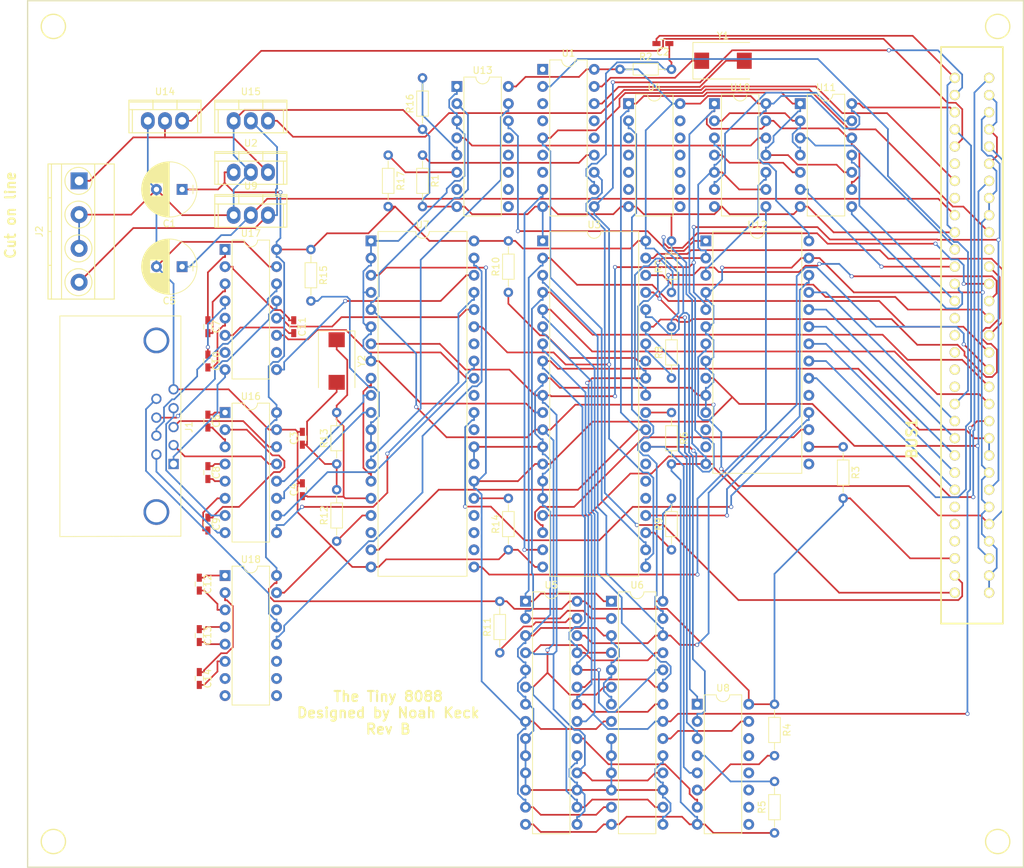
<source format=kicad_pcb>
(kicad_pcb (version 4) (host pcbnew 4.0.5)
  (layers (0 F.Cu mixed) (31 B.Cu mixed) (35 F.Paste user) (37 F.SilkS user) (39 F.Mask user) (44 Edge.Cuts user))
  (net 0 "")
  (net 1 GND)
  (net 2 "Net-(BUS1-Pad2)")
  (net 3 Vcc)
  (net 4 "Net-(BUS1-Pad4)")
  (net 5 "Net-(BUS1-Pad5)")
  (net 6 "Net-(BUS1-Pad7)")
  (net 7 "Net-(BUS1-Pad9)")
  (net 8 "Net-(BUS1-Pad11)")
  (net 9 "Net-(BUS1-Pad12)")
  (net 10 "Net-(BUS1-Pad13)")
  (net 11 "Net-(BUS1-Pad14)")
  (net 12 "Net-(BUS1-Pad20)")
  (net 13 "Net-(BUS1-Pad21)")
  (net 14 "Net-(BUS1-Pad22)")
  (net 15 "Net-(BUS1-Pad23)")
  (net 16 "Net-(BUS1-Pad24)")
  (net 17 "Net-(BUS1-Pad25)")
  (net 18 "Net-(BUS1-Pad30)")
  (net 19 "Net-(BUS1-Pad32)")
  (net 20 A0)
  (net 21 A6)
  (net 22 A4)
  (net 23 A2)
  (net 24 "Net-(BUS1-Pad41)")
  (net 25 A19)
  (net 26 A18)
  (net 27 A17)
  (net 28 A16)
  (net 29 A15)
  (net 30 A14)
  (net 31 A13)
  (net 32 A12)
  (net 33 A11)
  (net 34 A10)
  (net 35 A8)
  (net 36 "Net-(C2-Pad1)")
  (net 37 "Net-(C3-Pad1)")
  (net 38 SXI)
  (net 39 "Net-(J1-Pad1)")
  (net 40 "Net-(J1-Pad2)")
  (net 41 "Net-(J1-Pad3)")
  (net 42 "Net-(J1-Pad4)")
  (net 43 "Net-(J1-Pad6)")
  (net 44 "Net-(J1-Pad7)")
  (net 45 "Net-(J1-Pad8)")
  (net 46 "Net-(J1-Pad9)")
  (net 47 "Net-(J2-Pad4)")
  (net 48 "Net-(J2-Pad1)")
  (net 49 "Net-(R1-Pad1)")
  (net 50 "Net-(R3-Pad1)")
  (net 51 "Net-(R4-Pad2)")
  (net 52 "Net-(R5-Pad2)")
  (net 53 "Net-(R6-Pad1)")
  (net 54 "Net-(R7-Pad1)")
  (net 55 "Net-(R8-Pad1)")
  (net 56 "Net-(R9-Pad1)")
  (net 57 "Net-(R10-Pad1)")
  (net 58 "Net-(R11-Pad1)")
  (net 59 SXO)
  (net 60 "Net-(R14-Pad2)")
  (net 61 "Net-(R15-Pad2)")
  (net 62 "Net-(R16-Pad2)")
  (net 63 "Net-(R17-Pad1)")
  (net 64 "Net-(U1-Pad1)")
  (net 65 "Net-(U1-Pad3)")
  (net 66 "Net-(U1-Pad4)")
  (net 67 "Net-(U1-Pad14)")
  (net 68 "Net-(U1-Pad6)")
  (net 69 "Net-(U1-Pad15)")
  (net 70 "Net-(U1-Pad7)")
  (net 71 "Net-(U1-Pad16)")
  (net 72 "Net-(U1-Pad8)")
  (net 73 "Net-(U1-Pad17)")
  (net 74 INTA)
  (net 75 "Net-(U3-Pad25)")
  (net 76 "Net-(U3-Pad26)")
  (net 77 "Net-(U3-Pad7)")
  (net 78 "Net-(U3-Pad27)")
  (net 79 IO/M)
  (net 80 WR)
  (net 81 RD)
  (net 82 INT)
  (net 83 "Net-(U4-Pad2)")
  (net 84 "Net-(U5-Pad20)")
  (net 85 "Net-(U6-Pad20)")
  (net 86 "Net-(U10-Pad8)")
  (net 87 "Net-(U7-Pad22)")
  (net 88 "Net-(U7-Pad23)")
  (net 89 "Net-(U7-Pad24)")
  (net 90 "Net-(U7-Pad15)")
  (net 91 IRQ0)
  (net 92 "Net-(U7-Pad31)")
  (net 93 "Net-(U13-Pad15)")
  (net 94 "Net-(U7-Pad34)")
  (net 95 "Net-(U7-Pad18)")
  (net 96 "Net-(U8-Pad9)")
  (net 97 "Net-(U8-Pad10)")
  (net 98 "Net-(U8-Pad11)")
  (net 99 "Net-(U8-Pad12)")
  (net 100 "Net-(U8-Pad13)")
  (net 101 "Net-(U8-Pad14)")
  (net 102 "Net-(U10-Pad2)")
  (net 103 "Net-(U10-Pad10)")
  (net 104 "Net-(U10-Pad4)")
  (net 105 "Net-(U10-Pad12)")
  (net 106 "Net-(U10-Pad6)")
  (net 107 "Net-(U12-Pad1)")
  (net 108 "Net-(U12-Pad15)")
  (net 109 "Net-(U12-Pad19)")
  (net 110 "Net-(U12-Pad12)")
  (net 111 "Net-(U12-Pad13)")
  (net 112 "Net-(U13-Pad9)")
  (net 113 "Net-(U13-Pad10)")
  (net 114 "Net-(U13-Pad11)")
  (net 115 "Net-(U13-Pad12)")
  (net 116 "Net-(U13-Pad13)")
  (net 117 "Net-(U13-Pad7)")
  (net 118 "Net-(C6-Pad1)")
  (net 119 "Net-(C6-Pad2)")
  (net 120 "Net-(C7-Pad1)")
  (net 121 "Net-(C7-Pad2)")
  (net 122 "Net-(C8-Pad1)")
  (net 123 "Net-(C8-Pad2)")
  (net 124 "Net-(C9-Pad1)")
  (net 125 "Net-(C9-Pad2)")
  (net 126 "Net-(C10-Pad1)")
  (net 127 "Net-(C10-Pad2)")
  (net 128 "Net-(C11-Pad1)")
  (net 129 "Net-(C11-Pad2)")
  (net 130 "Net-(C12-Pad1)")
  (net 131 "Net-(C12-Pad2)")
  (net 132 "Net-(C13-Pad1)")
  (net 133 "Net-(C13-Pad2)")
  (net 134 "Net-(C14-Pad1)")
  (net 135 "Net-(C14-Pad2)")
  (net 136 "Net-(U16-Pad12)")
  (net 137 "Net-(U16-Pad11)")
  (net 138 "Net-(U17-Pad11)")
  (net 139 "Net-(U16-Pad10)")
  (net 140 "Net-(U17-Pad12)")
  (net 141 "Net-(U16-Pad9)")
  (net 142 "Net-(U17-Pad9)")
  (net 143 "Net-(U18-Pad12)")
  (net 144 "Net-(U17-Pad10)")
  (net 145 "Net-(U17-Pad7)")
  (net 146 "Net-(U18-Pad9)")
  (net 147 "Net-(U18-Pad10)")
  (net 148 "Net-(U18-Pad11)")
  (net 149 "Net-(U18-Pad14)")
  (net 150 "Net-(U18-Pad7)")
  (net 151 "Net-(U18-Pad8)")
  (net 152 "Net-(BUS1-Pad6)")
  (net 153 "Net-(BUS1-Pad8)")
  (net 154 "Net-(BUS1-Pad15)")
  (net 155 "Net-(BUS1-Pad16)")
  (net 156 "Net-(BUS1-Pad17)")
  (net 157 "Net-(BUS1-Pad18)")
  (net 158 "Net-(BUS1-Pad19)")
  (net 159 "Net-(BUS1-Pad26)")
  (net 160 "Net-(BUS1-Pad27)")
  (net 161 "Net-(BUS1-Pad28)")
  (net 162 "Net-(BUS1-Pad42)")
  (module Capacitors_THT:CP_Radial_D8.0mm_P3.80mm (layer F.Cu) (at 64.77 57.15 180)
    (fp_text reference C1 (at 1.9 -5.06 180) (layer F.SilkS))
    (fp_text value "10 uF")
    (pad 1 thru_hole rect (at 0 0 180) (size 1.6 1.6) (drill 0.8) (layers *.Cu *.Mask) (net 3 Vcc))
    (pad 2 thru_hole circle (at 3.8 0 180) (size 1.6 1.6) (drill 0.8) (layers *.Cu *.Mask) (net 1 GND))
  )
  (module Capacitors_SMD:C_0603_HandSoldering (layer F.Cu) (at 135.89 35.56 180)
    (fp_text reference C2 (at 0 -1.25 180) (layer F.SilkS))
    (fp_text value 1n)
    (pad 1 smd rect (at -0.95 0 180) (size 1.2 0.75) (layers F.Cu F.Paste F.Mask) (net 36 "Net-(C2-Pad1)"))
    (pad 2 smd rect (at 0.95 0 180) (size 1.2 0.75) (layers F.Cu F.Paste F.Mask) (net 1 GND))
  )
  (module Capacitors_SMD:C_0603_HandSoldering (layer F.Cu) (at 82.55 93.98 90)
    (fp_text reference C3 (at 0 -1.25 90) (layer F.SilkS))
    (fp_text value "10 pF")
    (pad 1 smd rect (at -0.95 0 90) (size 1.2 0.75) (layers F.Cu F.Paste F.Mask) (net 37 "Net-(C3-Pad1)"))
    (pad 2 smd rect (at 0.95 0 90) (size 1.2 0.75) (layers F.Cu F.Paste F.Mask) (net 1 GND))
  )
  (module Capacitors_SMD:C_0603_HandSoldering (layer F.Cu) (at 82.55 101.6 90)
    (fp_text reference C4 (at 0 -1.25 90) (layer F.SilkS))
    (fp_text value "10 pF")
    (pad 1 smd rect (at -0.95 0 90) (size 1.2 0.75) (layers F.Cu F.Paste F.Mask) (net 38 SXI))
    (pad 2 smd rect (at 0.95 0 90) (size 1.2 0.75) (layers F.Cu F.Paste F.Mask) (net 1 GND))
  )
  (module Capacitors_THT:CP_Radial_D8.0mm_P3.80mm (layer F.Cu) (at 64.77 68.58 180)
    (fp_text reference C5 (at 1.9 -5.06 180) (layer F.SilkS))
    (fp_text value "10 uF")
    (pad 1 thru_hole rect (at 0 0 180) (size 1.6 1.6) (drill 0.8) (layers *.Cu *.Mask) (net 7 "Net-(BUS1-Pad9)"))
    (pad 2 thru_hole circle (at 3.8 0 180) (size 1.6 1.6) (drill 0.8) (layers *.Cu *.Mask) (net 1 GND))
  )
  (module Capacitors_SMD:C_0603_HandSoldering (layer F.Cu) (at 68.58 91.44 270)
    (fp_text reference C6 (at 0 -1.25 270) (layer F.SilkS))
    (fp_text value "1 uF")
    (pad 1 smd rect (at -0.95 0 270) (size 1.2 0.75) (layers F.Cu F.Paste F.Mask) (net 118 "Net-(C6-Pad1)"))
    (pad 2 smd rect (at 0.95 0 270) (size 1.2 0.75) (layers F.Cu F.Paste F.Mask) (net 119 "Net-(C6-Pad2)"))
  )
  (module Capacitors_SMD:C_0603_HandSoldering (layer F.Cu) (at 68.58 77.47 270)
    (fp_text reference C7 (at 0 -1.25 270) (layer F.SilkS))
    (fp_text value "1 uF")
    (pad 1 smd rect (at -0.95 0 270) (size 1.2 0.75) (layers F.Cu F.Paste F.Mask) (net 120 "Net-(C7-Pad1)"))
    (pad 2 smd rect (at 0.95 0 270) (size 1.2 0.75) (layers F.Cu F.Paste F.Mask) (net 121 "Net-(C7-Pad2)"))
  )
  (module Capacitors_SMD:C_0603_HandSoldering (layer F.Cu) (at 68.58 99.06 270)
    (fp_text reference C8 (at 0 -1.25 270) (layer F.SilkS))
    (fp_text value "1 uF")
    (pad 1 smd rect (at -0.95 0 270) (size 1.2 0.75) (layers F.Cu F.Paste F.Mask) (net 122 "Net-(C8-Pad1)"))
    (pad 2 smd rect (at 0.95 0 270) (size 1.2 0.75) (layers F.Cu F.Paste F.Mask) (net 123 "Net-(C8-Pad2)"))
  )
  (module Capacitors_SMD:C_0603_HandSoldering (layer F.Cu) (at 68.58 106.68 270)
    (fp_text reference C9 (at 0 -1.25 270) (layer F.SilkS))
    (fp_text value "1 uF")
    (pad 1 smd rect (at -0.95 0 270) (size 1.2 0.75) (layers F.Cu F.Paste F.Mask) (net 124 "Net-(C9-Pad1)"))
    (pad 2 smd rect (at 0.95 0 270) (size 1.2 0.75) (layers F.Cu F.Paste F.Mask) (net 125 "Net-(C9-Pad2)"))
  )
  (module Capacitors_SMD:C_0603_HandSoldering (layer F.Cu) (at 68.58 82.55 270)
    (fp_text reference C10 (at 0 -1.25 270) (layer F.SilkS))
    (fp_text value "1 uF")
    (pad 1 smd rect (at -0.95 0 270) (size 1.2 0.75) (layers F.Cu F.Paste F.Mask) (net 126 "Net-(C10-Pad1)"))
    (pad 2 smd rect (at 0.95 0 270) (size 1.2 0.75) (layers F.Cu F.Paste F.Mask) (net 127 "Net-(C10-Pad2)"))
  )
  (module Capacitors_SMD:C_0603_HandSoldering (layer F.Cu) (at 81.28 77.47 270)
    (fp_text reference C11 (at 0 -1.25 270) (layer F.SilkS))
    (fp_text value "1 uF")
    (pad 1 smd rect (at -0.95 0 270) (size 1.2 0.75) (layers F.Cu F.Paste F.Mask) (net 128 "Net-(C11-Pad1)"))
    (pad 2 smd rect (at 0.95 0 270) (size 1.2 0.75) (layers F.Cu F.Paste F.Mask) (net 129 "Net-(C11-Pad2)"))
  )
  (module Capacitors_SMD:C_0603_HandSoldering (layer F.Cu) (at 67.31 115.57 270)
    (fp_text reference C12 (at 0 -1.25 270) (layer F.SilkS))
    (fp_text value "1 uF")
    (pad 1 smd rect (at -0.95 0 270) (size 1.2 0.75) (layers F.Cu F.Paste F.Mask) (net 130 "Net-(C12-Pad1)"))
    (pad 2 smd rect (at 0.95 0 270) (size 1.2 0.75) (layers F.Cu F.Paste F.Mask) (net 131 "Net-(C12-Pad2)"))
  )
  (module Capacitors_SMD:C_0603_HandSoldering (layer F.Cu) (at 67.31 123.19 270)
    (fp_text reference C13 (at 0 -1.25 270) (layer F.SilkS))
    (fp_text value "1 uF")
    (pad 1 smd rect (at -0.95 0 270) (size 1.2 0.75) (layers F.Cu F.Paste F.Mask) (net 132 "Net-(C13-Pad1)"))
    (pad 2 smd rect (at 0.95 0 270) (size 1.2 0.75) (layers F.Cu F.Paste F.Mask) (net 133 "Net-(C13-Pad2)"))
  )
  (module Capacitors_SMD:C_0603_HandSoldering (layer F.Cu) (at 67.31 129.54 270)
    (fp_text reference C14 (at 0 -1.25 270) (layer F.SilkS))
    (fp_text value "1 uF")
    (pad 1 smd rect (at -0.95 0 270) (size 1.2 0.75) (layers F.Cu F.Paste F.Mask) (net 134 "Net-(C14-Pad1)"))
    (pad 2 smd rect (at 0.95 0 270) (size 1.2 0.75) (layers F.Cu F.Paste F.Mask) (net 135 "Net-(C14-Pad2)"))
  )
  (module Connectors:DB9FC (layer F.Cu) (at 63.5 97.79 90)
    (fp_text reference J1 (at 5.46 2.28 90) (layer F.SilkS))
    (fp_text value DB9)
    (pad "" thru_hole circle (at 18.29 -2.54 90) (size 3.81 3.81) (drill 3.05) (layers *.Cu *.Mask))
    (pad "" thru_hole circle (at -7.11 -2.54 90) (size 3.81 3.81) (drill 3.05) (layers *.Cu *.Mask))
    (pad 1 thru_hole rect (at 0 0 90) (size 1.52 1.52) (drill 1.02) (layers *.Cu *.Mask) (net 39 "Net-(J1-Pad1)"))
    (pad 2 thru_hole circle (at 2.79 0 90) (size 1.52 1.52) (drill 1.02) (layers *.Cu *.Mask) (net 40 "Net-(J1-Pad2)"))
    (pad 3 thru_hole circle (at 5.46 0 90) (size 1.52 1.52) (drill 1.02) (layers *.Cu *.Mask) (net 41 "Net-(J1-Pad3)"))
    (pad 4 thru_hole circle (at 8.26 0 90) (size 1.52 1.52) (drill 1.02) (layers *.Cu *.Mask) (net 42 "Net-(J1-Pad4)"))
    (pad 5 thru_hole circle (at 11.05 0 90) (size 1.52 1.52) (drill 1.02) (layers *.Cu *.Mask) (net 1 GND))
    (pad 6 thru_hole circle (at 1.4 -2.54 90) (size 1.52 1.52) (drill 1.02) (layers *.Cu *.Mask) (net 43 "Net-(J1-Pad6)"))
    (pad 7 thru_hole circle (at 4.19 -2.54 90) (size 1.52 1.52) (drill 1.02) (layers *.Cu *.Mask) (net 44 "Net-(J1-Pad7)"))
    (pad 8 thru_hole circle (at 6.86 -2.54 90) (size 1.52 1.52) (drill 1.02) (layers *.Cu *.Mask) (net 45 "Net-(J1-Pad8)"))
    (pad 9 thru_hole circle (at 9.65 -2.54 90) (size 1.52 1.52) (drill 1.02) (layers *.Cu *.Mask) (net 46 "Net-(J1-Pad9)"))
  )
  (module Connectors_Terminal_Blocks:TerminalBlock_Pheonix_MKDS1.5-4pol (layer F.Cu) (at 49.53 55.88 270)
    (fp_text reference J2 (at 7.5 5.9 270) (layer F.SilkS))
    (fp_text value Screw_Terminal_1x04)
    (pad 4 thru_hole circle (at 15 0 270) (size 2.5 2.5) (drill 1.3) (layers *.Cu *.Mask) (net 47 "Net-(J2-Pad4)"))
    (pad 3 thru_hole circle (at 10 0 270) (size 2.5 2.5) (drill 1.3) (layers *.Cu *.Mask) (net 1 GND))
    (pad 1 thru_hole rect (at 0 0 270) (size 2.5 2.5) (drill 1.3) (layers *.Cu *.Mask) (net 48 "Net-(J2-Pad1)"))
    (pad 2 thru_hole circle (at 5 0 270) (size 2.5 2.5) (drill 1.3) (layers *.Cu *.Mask) (net 1 GND))
  )
  (module Resistors_THT:R_Axial_DIN0204_L3.6mm_D1.6mm_P7.62mm_Horizontal (layer F.Cu) (at 100.33 52.07 270)
    (fp_text reference R1 (at 3.81 -1.86 270) (layer F.SilkS))
    (fp_text value 10k)
    (pad 1 thru_hole circle (at 0 0 270) (size 1.4 1.4) (drill 0.7) (layers *.Cu *.Mask) (net 49 "Net-(R1-Pad1)"))
    (pad 2 thru_hole oval (at 7.62 0 270) (size 1.4 1.4) (drill 0.7) (layers *.Cu *.Mask) (net 1 GND))
  )
  (module Resistors_THT:R_Axial_DIN0204_L3.6mm_D1.6mm_P7.62mm_Horizontal (layer F.Cu) (at 129.54 39.37)
    (fp_text reference R2 (at 3.81 -1.86) (layer F.SilkS))
    (fp_text value 1k)
    (pad 1 thru_hole circle (at 0 0) (size 1.4 1.4) (drill 0.7) (layers *.Cu *.Mask) (net 3 Vcc))
    (pad 2 thru_hole oval (at 7.62 0) (size 1.4 1.4) (drill 0.7) (layers *.Cu *.Mask) (net 36 "Net-(C2-Pad1)"))
  )
  (module Resistors_THT:R_Axial_DIN0204_L3.6mm_D1.6mm_P7.62mm_Horizontal (layer F.Cu) (at 162.56 95.25 270)
    (fp_text reference R3 (at 3.81 -1.86 270) (layer F.SilkS))
    (fp_text value 10k)
    (pad 1 thru_hole circle (at 0 0 270) (size 1.4 1.4) (drill 0.7) (layers *.Cu *.Mask) (net 50 "Net-(R3-Pad1)"))
    (pad 2 thru_hole oval (at 7.62 0 270) (size 1.4 1.4) (drill 0.7) (layers *.Cu *.Mask) (net 3 Vcc))
  )
  (module Resistors_THT:R_Axial_DIN0204_L3.6mm_D1.6mm_P7.62mm_Horizontal (layer F.Cu) (at 152.4 133.35 270)
    (fp_text reference R4 (at 3.81 -1.86 270) (layer F.SilkS))
    (fp_text value 10k)
    (pad 1 thru_hole circle (at 0 0 270) (size 1.4 1.4) (drill 0.7) (layers *.Cu *.Mask) (net 3 Vcc))
    (pad 2 thru_hole oval (at 7.62 0 270) (size 1.4 1.4) (drill 0.7) (layers *.Cu *.Mask) (net 51 "Net-(R4-Pad2)"))
  )
  (module Resistors_THT:R_Axial_DIN0204_L3.6mm_D1.6mm_P7.62mm_Horizontal (layer F.Cu) (at 152.4 152.4 90)
    (fp_text reference R5 (at 3.81 -1.86 90) (layer F.SilkS))
    (fp_text value 10k)
    (pad 1 thru_hole circle (at 0 0 90) (size 1.4 1.4) (drill 0.7) (layers *.Cu *.Mask) (net 1 GND))
    (pad 2 thru_hole oval (at 7.62 0 90) (size 1.4 1.4) (drill 0.7) (layers *.Cu *.Mask) (net 52 "Net-(R5-Pad2)"))
  )
  (module Resistors_THT:R_Axial_DIN0204_L3.6mm_D1.6mm_P7.62mm_Horizontal (layer F.Cu) (at 137.16 90.17 270)
    (fp_text reference R6 (at 3.81 -1.86 270) (layer F.SilkS))
    (fp_text value 10k)
    (pad 1 thru_hole circle (at 0 0 270) (size 1.4 1.4) (drill 0.7) (layers *.Cu *.Mask) (net 53 "Net-(R6-Pad1)"))
    (pad 2 thru_hole oval (at 7.62 0 270) (size 1.4 1.4) (drill 0.7) (layers *.Cu *.Mask) (net 1 GND))
  )
  (module Resistors_THT:R_Axial_DIN0204_L3.6mm_D1.6mm_P7.62mm_Horizontal (layer F.Cu) (at 137.16 72.39 90)
    (fp_text reference R7 (at 3.81 -1.86 90) (layer F.SilkS))
    (fp_text value 10k)
    (pad 1 thru_hole circle (at 0 0 90) (size 1.4 1.4) (drill 0.7) (layers *.Cu *.Mask) (net 54 "Net-(R7-Pad1)"))
    (pad 2 thru_hole oval (at 7.62 0 90) (size 1.4 1.4) (drill 0.7) (layers *.Cu *.Mask) (net 1 GND))
  )
  (module Resistors_THT:R_Axial_DIN0204_L3.6mm_D1.6mm_P7.62mm_Horizontal (layer F.Cu) (at 137.16 85.09 90)
    (fp_text reference R8 (at 3.81 -1.86 90) (layer F.SilkS))
    (fp_text value 10k)
    (pad 1 thru_hole circle (at 0 0 90) (size 1.4 1.4) (drill 0.7) (layers *.Cu *.Mask) (net 55 "Net-(R8-Pad1)"))
    (pad 2 thru_hole oval (at 7.62 0 90) (size 1.4 1.4) (drill 0.7) (layers *.Cu *.Mask) (net 3 Vcc))
  )
  (module Resistors_THT:R_Axial_DIN0204_L3.6mm_D1.6mm_P7.62mm_Horizontal (layer F.Cu) (at 137.16 110.49 90)
    (fp_text reference R9 (at 3.81 -1.86 90) (layer F.SilkS))
    (fp_text value 10k)
    (pad 1 thru_hole circle (at 0 0 90) (size 1.4 1.4) (drill 0.7) (layers *.Cu *.Mask) (net 56 "Net-(R9-Pad1)"))
    (pad 2 thru_hole oval (at 7.62 0 90) (size 1.4 1.4) (drill 0.7) (layers *.Cu *.Mask) (net 3 Vcc))
  )
  (module Resistors_THT:R_Axial_DIN0204_L3.6mm_D1.6mm_P7.62mm_Horizontal (layer F.Cu) (at 113.03 72.39 90)
    (fp_text reference R10 (at 3.81 -1.86 90) (layer F.SilkS))
    (fp_text value 10k)
    (pad 1 thru_hole circle (at 0 0 90) (size 1.4 1.4) (drill 0.7) (layers *.Cu *.Mask) (net 57 "Net-(R10-Pad1)"))
    (pad 2 thru_hole oval (at 7.62 0 90) (size 1.4 1.4) (drill 0.7) (layers *.Cu *.Mask) (net 3 Vcc))
  )
  (module Resistors_THT:R_Axial_DIN0204_L3.6mm_D1.6mm_P7.62mm_Horizontal (layer F.Cu) (at 111.76 125.73 90)
    (fp_text reference R11 (at 3.81 -1.86 90) (layer F.SilkS))
    (fp_text value 10k)
    (pad 1 thru_hole circle (at 0 0 90) (size 1.4 1.4) (drill 0.7) (layers *.Cu *.Mask) (net 58 "Net-(R11-Pad1)"))
    (pad 2 thru_hole oval (at 7.62 0 90) (size 1.4 1.4) (drill 0.7) (layers *.Cu *.Mask) (net 3 Vcc))
  )
  (module Resistors_THT:R_Axial_DIN0204_L3.6mm_D1.6mm_P7.62mm_Horizontal (layer F.Cu) (at 87.63 109.22 90)
    (fp_text reference R12 (at 3.81 -1.86 90) (layer F.SilkS))
    (fp_text value 2.2k)
    (pad 1 thru_hole circle (at 0 0 90) (size 1.4 1.4) (drill 0.7) (layers *.Cu *.Mask) (net 59 SXO))
    (pad 2 thru_hole oval (at 7.62 0 90) (size 1.4 1.4) (drill 0.7) (layers *.Cu *.Mask) (net 37 "Net-(C3-Pad1)"))
  )
  (module Resistors_THT:R_Axial_DIN0204_L3.6mm_D1.6mm_P7.62mm_Horizontal (layer F.Cu) (at 87.63 97.79 90)
    (fp_text reference R13 (at 3.81 -1.86 90) (layer F.SilkS))
    (fp_text value 2.2k)
    (pad 1 thru_hole circle (at 0 0 90) (size 1.4 1.4) (drill 0.7) (layers *.Cu *.Mask) (net 37 "Net-(C3-Pad1)"))
    (pad 2 thru_hole oval (at 7.62 0 90) (size 1.4 1.4) (drill 0.7) (layers *.Cu *.Mask) (net 38 SXI))
  )
  (module Resistors_THT:R_Axial_DIN0204_L3.6mm_D1.6mm_P7.62mm_Horizontal (layer F.Cu) (at 113.03 110.49 90)
    (fp_text reference R14 (at 3.81 -1.86 90) (layer F.SilkS))
    (fp_text value 10k)
    (pad 1 thru_hole circle (at 0 0 90) (size 1.4 1.4) (drill 0.7) (layers *.Cu *.Mask) (net 1 GND))
    (pad 2 thru_hole oval (at 7.62 0 90) (size 1.4 1.4) (drill 0.7) (layers *.Cu *.Mask) (net 60 "Net-(R14-Pad2)"))
  )
  (module Resistors_THT:R_Axial_DIN0204_L3.6mm_D1.6mm_P7.62mm_Horizontal (layer F.Cu) (at 83.82 66.04 270)
    (fp_text reference R15 (at 3.81 -1.86 270) (layer F.SilkS))
    (fp_text value 10k)
    (pad 1 thru_hole circle (at 0 0 270) (size 1.4 1.4) (drill 0.7) (layers *.Cu *.Mask) (net 3 Vcc))
    (pad 2 thru_hole oval (at 7.62 0 270) (size 1.4 1.4) (drill 0.7) (layers *.Cu *.Mask) (net 61 "Net-(R15-Pad2)"))
  )
  (module Resistors_THT:R_Axial_DIN0204_L3.6mm_D1.6mm_P7.62mm_Horizontal (layer F.Cu) (at 100.33 48.26 90)
    (fp_text reference R16 (at 3.81 -1.86 90) (layer F.SilkS))
    (fp_text value 10k)
    (pad 1 thru_hole circle (at 0 0 90) (size 1.4 1.4) (drill 0.7) (layers *.Cu *.Mask) (net 1 GND))
    (pad 2 thru_hole oval (at 7.62 0 90) (size 1.4 1.4) (drill 0.7) (layers *.Cu *.Mask) (net 62 "Net-(R16-Pad2)"))
  )
  (module Resistors_THT:R_Axial_DIN0204_L3.6mm_D1.6mm_P7.62mm_Horizontal (layer F.Cu) (at 95.25 52.07 270)
    (fp_text reference R17 (at 3.81 -1.86 270) (layer F.SilkS))
    (fp_text value 10k)
    (pad 1 thru_hole circle (at 0 0 270) (size 1.4 1.4) (drill 0.7) (layers *.Cu *.Mask) (net 63 "Net-(R17-Pad1)"))
    (pad 2 thru_hole oval (at 7.62 0 270) (size 1.4 1.4) (drill 0.7) (layers *.Cu *.Mask) (net 3 Vcc))
  )
  (module Housings_DIP:DIP-18_W7.62mm (layer F.Cu) (at 118.11 39.37)
    (fp_text reference U1 (at 3.81 -2.39) (layer F.SilkS))
    (fp_text value 8284)
    (pad 1 thru_hole rect (at 0 0) (size 1.6 1.6) (drill 0.8) (layers *.Cu *.Mask) (net 64 "Net-(U1-Pad1)"))
    (pad 10 thru_hole oval (at 7.62 20.32) (size 1.6 1.6) (drill 0.8) (layers *.Cu *.Mask) (net 2 "Net-(BUS1-Pad2)"))
    (pad 2 thru_hole oval (at 0 2.54) (size 1.6 1.6) (drill 0.8) (layers *.Cu *.Mask) (net 12 "Net-(BUS1-Pad20)"))
    (pad 11 thru_hole oval (at 7.62 17.78) (size 1.6 1.6) (drill 0.8) (layers *.Cu *.Mask) (net 36 "Net-(C2-Pad1)"))
    (pad 3 thru_hole oval (at 0 5.08) (size 1.6 1.6) (drill 0.8) (layers *.Cu *.Mask) (net 65 "Net-(U1-Pad3)"))
    (pad 12 thru_hole oval (at 7.62 15.24) (size 1.6 1.6) (drill 0.8) (layers *.Cu *.Mask) (net 18 "Net-(BUS1-Pad30)"))
    (pad 4 thru_hole oval (at 0 7.62) (size 1.6 1.6) (drill 0.8) (layers *.Cu *.Mask) (net 66 "Net-(U1-Pad4)"))
    (pad 13 thru_hole oval (at 7.62 12.7) (size 1.6 1.6) (drill 0.8) (layers *.Cu *.Mask) (net 49 "Net-(R1-Pad1)"))
    (pad 5 thru_hole oval (at 0 10.16) (size 1.6 1.6) (drill 0.8) (layers *.Cu *.Mask) (net 24 "Net-(BUS1-Pad41)"))
    (pad 14 thru_hole oval (at 7.62 10.16) (size 1.6 1.6) (drill 0.8) (layers *.Cu *.Mask) (net 67 "Net-(U1-Pad14)"))
    (pad 6 thru_hole oval (at 0 12.7) (size 1.6 1.6) (drill 0.8) (layers *.Cu *.Mask) (net 68 "Net-(U1-Pad6)"))
    (pad 15 thru_hole oval (at 7.62 7.62) (size 1.6 1.6) (drill 0.8) (layers *.Cu *.Mask) (net 69 "Net-(U1-Pad15)"))
    (pad 7 thru_hole oval (at 0 15.24) (size 1.6 1.6) (drill 0.8) (layers *.Cu *.Mask) (net 70 "Net-(U1-Pad7)"))
    (pad 16 thru_hole oval (at 7.62 5.08) (size 1.6 1.6) (drill 0.8) (layers *.Cu *.Mask) (net 71 "Net-(U1-Pad16)"))
    (pad 8 thru_hole oval (at 0 17.78) (size 1.6 1.6) (drill 0.8) (layers *.Cu *.Mask) (net 72 "Net-(U1-Pad8)"))
    (pad 17 thru_hole oval (at 7.62 2.54) (size 1.6 1.6) (drill 0.8) (layers *.Cu *.Mask) (net 73 "Net-(U1-Pad17)"))
    (pad 9 thru_hole oval (at 0 20.32) (size 1.6 1.6) (drill 0.8) (layers *.Cu *.Mask) (net 1 GND))
    (pad 18 thru_hole oval (at 7.62 0) (size 1.6 1.6) (drill 0.8) (layers *.Cu *.Mask) (net 3 Vcc))
  )
  (module Power_Integrations:TO-220 (layer F.Cu) (at 74.93 54.61)
    (fp_text reference U2 (at 0 -4.318) (layer F.SilkS))
    (fp_text value LM2931AZ-5.0)
    (pad 2 thru_hole oval (at 0 0) (size 2.032 2.54) (drill 1.143) (layers *.Cu *.Mask) (net 1 GND))
    (pad 3 thru_hole oval (at 2.54 0) (size 2.032 2.54) (drill 1.143) (layers *.Cu *.Mask) (net 48 "Net-(J2-Pad1)"))
    (pad 1 thru_hole oval (at -2.54 0) (size 2.032 2.54) (drill 1.143) (layers *.Cu *.Mask) (net 3 Vcc))
  )
  (module Housings_DIP:DIP-40_W15.24mm (layer F.Cu) (at 118.11 64.77)
    (fp_text reference U3 (at 7.62 -2.39) (layer F.SilkS))
    (fp_text value 8088)
    (pad 1 thru_hole rect (at 0 0) (size 1.6 1.6) (drill 0.8) (layers *.Cu *.Mask) (net 1 GND))
    (pad 21 thru_hole oval (at 15.24 48.26) (size 1.6 1.6) (drill 0.8) (layers *.Cu *.Mask) (net 2 "Net-(BUS1-Pad2)"))
    (pad 2 thru_hole oval (at 0 2.54) (size 1.6 1.6) (drill 0.8) (layers *.Cu *.Mask) (net 30 A14))
    (pad 22 thru_hole oval (at 15.24 45.72) (size 1.6 1.6) (drill 0.8) (layers *.Cu *.Mask) (net 24 "Net-(BUS1-Pad41)"))
    (pad 3 thru_hole oval (at 0 5.08) (size 1.6 1.6) (drill 0.8) (layers *.Cu *.Mask) (net 31 A13))
    (pad 23 thru_hole oval (at 15.24 43.18) (size 1.6 1.6) (drill 0.8) (layers *.Cu *.Mask) (net 56 "Net-(R9-Pad1)"))
    (pad 4 thru_hole oval (at 0 7.62) (size 1.6 1.6) (drill 0.8) (layers *.Cu *.Mask) (net 32 A12))
    (pad 24 thru_hole oval (at 15.24 40.64) (size 1.6 1.6) (drill 0.8) (layers *.Cu *.Mask) (net 74 INTA))
    (pad 5 thru_hole oval (at 0 10.16) (size 1.6 1.6) (drill 0.8) (layers *.Cu *.Mask) (net 33 A11))
    (pad 25 thru_hole oval (at 15.24 38.1) (size 1.6 1.6) (drill 0.8) (layers *.Cu *.Mask) (net 75 "Net-(U3-Pad25)"))
    (pad 6 thru_hole oval (at 0 12.7) (size 1.6 1.6) (drill 0.8) (layers *.Cu *.Mask) (net 34 A10))
    (pad 26 thru_hole oval (at 15.24 35.56) (size 1.6 1.6) (drill 0.8) (layers *.Cu *.Mask) (net 76 "Net-(U3-Pad26)"))
    (pad 7 thru_hole oval (at 0 15.24) (size 1.6 1.6) (drill 0.8) (layers *.Cu *.Mask) (net 77 "Net-(U3-Pad7)"))
    (pad 27 thru_hole oval (at 15.24 33.02) (size 1.6 1.6) (drill 0.8) (layers *.Cu *.Mask) (net 78 "Net-(U3-Pad27)"))
    (pad 8 thru_hole oval (at 0 17.78) (size 1.6 1.6) (drill 0.8) (layers *.Cu *.Mask) (net 35 A8))
    (pad 28 thru_hole oval (at 15.24 30.48) (size 1.6 1.6) (drill 0.8) (layers *.Cu *.Mask) (net 79 IO/M))
    (pad 9 thru_hole oval (at 0 20.32) (size 1.6 1.6) (drill 0.8) (layers *.Cu *.Mask) (net 20 A0))
    (pad 29 thru_hole oval (at 15.24 27.94) (size 1.6 1.6) (drill 0.8) (layers *.Cu *.Mask) (net 80 WR))
    (pad 10 thru_hole oval (at 0 22.86) (size 1.6 1.6) (drill 0.8) (layers *.Cu *.Mask) (net 21 A6))
    (pad 30 thru_hole oval (at 15.24 25.4) (size 1.6 1.6) (drill 0.8) (layers *.Cu *.Mask) (net 53 "Net-(R6-Pad1)"))
    (pad 11 thru_hole oval (at 0 25.4) (size 1.6 1.6) (drill 0.8) (layers *.Cu *.Mask) (net 20 A0))
    (pad 31 thru_hole oval (at 15.24 22.86) (size 1.6 1.6) (drill 0.8) (layers *.Cu *.Mask) (net 54 "Net-(R7-Pad1)"))
    (pad 12 thru_hole oval (at 0 27.94) (size 1.6 1.6) (drill 0.8) (layers *.Cu *.Mask) (net 22 A4))
    (pad 32 thru_hole oval (at 15.24 20.32) (size 1.6 1.6) (drill 0.8) (layers *.Cu *.Mask) (net 81 RD))
    (pad 13 thru_hole oval (at 0 30.48) (size 1.6 1.6) (drill 0.8) (layers *.Cu *.Mask) (net 20 A0))
    (pad 33 thru_hole oval (at 15.24 17.78) (size 1.6 1.6) (drill 0.8) (layers *.Cu *.Mask) (net 57 "Net-(R10-Pad1)"))
    (pad 14 thru_hole oval (at 0 33.02) (size 1.6 1.6) (drill 0.8) (layers *.Cu *.Mask) (net 23 A2))
    (pad 34 thru_hole oval (at 15.24 15.24) (size 1.6 1.6) (drill 0.8) (layers *.Cu *.Mask) (net 55 "Net-(R8-Pad1)"))
    (pad 15 thru_hole oval (at 0 35.56) (size 1.6 1.6) (drill 0.8) (layers *.Cu *.Mask) (net 20 A0))
    (pad 35 thru_hole oval (at 15.24 12.7) (size 1.6 1.6) (drill 0.8) (layers *.Cu *.Mask) (net 25 A19))
    (pad 16 thru_hole oval (at 0 38.1) (size 1.6 1.6) (drill 0.8) (layers *.Cu *.Mask) (net 20 A0))
    (pad 36 thru_hole oval (at 15.24 10.16) (size 1.6 1.6) (drill 0.8) (layers *.Cu *.Mask) (net 26 A18))
    (pad 17 thru_hole oval (at 0 40.64) (size 1.6 1.6) (drill 0.8) (layers *.Cu *.Mask) (net 19 "Net-(BUS1-Pad32)"))
    (pad 37 thru_hole oval (at 15.24 7.62) (size 1.6 1.6) (drill 0.8) (layers *.Cu *.Mask) (net 27 A17))
    (pad 18 thru_hole oval (at 0 43.18) (size 1.6 1.6) (drill 0.8) (layers *.Cu *.Mask) (net 82 INT))
    (pad 38 thru_hole oval (at 15.24 5.08) (size 1.6 1.6) (drill 0.8) (layers *.Cu *.Mask) (net 28 A16))
    (pad 19 thru_hole oval (at 0 45.72) (size 1.6 1.6) (drill 0.8) (layers *.Cu *.Mask) (net 72 "Net-(U1-Pad8)"))
    (pad 39 thru_hole oval (at 15.24 2.54) (size 1.6 1.6) (drill 0.8) (layers *.Cu *.Mask) (net 29 A15))
    (pad 20 thru_hole oval (at 0 48.26) (size 1.6 1.6) (drill 0.8) (layers *.Cu *.Mask) (net 1 GND))
    (pad 40 thru_hole oval (at 15.24 0) (size 1.6 1.6) (drill 0.8) (layers *.Cu *.Mask) (net 3 Vcc))
  )
  (module Housings_DIP:DIP-14_W7.62mm (layer F.Cu) (at 130.81 44.45)
    (fp_text reference U4 (at 3.81 -2.39) (layer F.SilkS))
    (fp_text value 74LS04)
    (pad 1 thru_hole rect (at 0 0) (size 1.6 1.6) (drill 0.8) (layers *.Cu *.Mask) (net 80 WR))
    (pad 8 thru_hole oval (at 7.62 15.24) (size 1.6 1.6) (drill 0.8) (layers *.Cu *.Mask))
    (pad 2 thru_hole oval (at 0 2.54) (size 1.6 1.6) (drill 0.8) (layers *.Cu *.Mask) (net 83 "Net-(U4-Pad2)"))
    (pad 9 thru_hole oval (at 7.62 12.7) (size 1.6 1.6) (drill 0.8) (layers *.Cu *.Mask))
    (pad 3 thru_hole oval (at 0 5.08) (size 1.6 1.6) (drill 0.8) (layers *.Cu *.Mask))
    (pad 10 thru_hole oval (at 7.62 10.16) (size 1.6 1.6) (drill 0.8) (layers *.Cu *.Mask))
    (pad 4 thru_hole oval (at 0 7.62) (size 1.6 1.6) (drill 0.8) (layers *.Cu *.Mask))
    (pad 11 thru_hole oval (at 7.62 7.62) (size 1.6 1.6) (drill 0.8) (layers *.Cu *.Mask))
    (pad 5 thru_hole oval (at 0 10.16) (size 1.6 1.6) (drill 0.8) (layers *.Cu *.Mask))
    (pad 12 thru_hole oval (at 7.62 5.08) (size 1.6 1.6) (drill 0.8) (layers *.Cu *.Mask))
    (pad 6 thru_hole oval (at 0 12.7) (size 1.6 1.6) (drill 0.8) (layers *.Cu *.Mask))
    (pad 13 thru_hole oval (at 7.62 2.54) (size 1.6 1.6) (drill 0.8) (layers *.Cu *.Mask))
    (pad 7 thru_hole oval (at 0 15.24) (size 1.6 1.6) (drill 0.8) (layers *.Cu *.Mask) (net 1 GND))
    (pad 14 thru_hole oval (at 7.62 0) (size 1.6 1.6) (drill 0.8) (layers *.Cu *.Mask) (net 3 Vcc))
  )
  (module Housings_DIP:DIP-28_W7.62mm (layer F.Cu) (at 115.57 118.11)
    (fp_text reference U5 (at 3.81 -2.39) (layer F.SilkS))
    (fp_text value 28C256)
    (pad 1 thru_hole rect (at 0 0) (size 1.6 1.6) (drill 0.8) (layers *.Cu *.Mask) (net 30 A14))
    (pad 15 thru_hole oval (at 7.62 33.02) (size 1.6 1.6) (drill 0.8) (layers *.Cu *.Mask) (net 20 A0))
    (pad 2 thru_hole oval (at 0 2.54) (size 1.6 1.6) (drill 0.8) (layers *.Cu *.Mask) (net 32 A12))
    (pad 16 thru_hole oval (at 7.62 30.48) (size 1.6 1.6) (drill 0.8) (layers *.Cu *.Mask) (net 22 A4))
    (pad 3 thru_hole oval (at 0 5.08) (size 1.6 1.6) (drill 0.8) (layers *.Cu *.Mask) (net 20 A0))
    (pad 17 thru_hole oval (at 7.62 27.94) (size 1.6 1.6) (drill 0.8) (layers *.Cu *.Mask) (net 20 A0))
    (pad 4 thru_hole oval (at 0 7.62) (size 1.6 1.6) (drill 0.8) (layers *.Cu *.Mask) (net 21 A6))
    (pad 18 thru_hole oval (at 7.62 25.4) (size 1.6 1.6) (drill 0.8) (layers *.Cu *.Mask) (net 21 A6))
    (pad 5 thru_hole oval (at 0 10.16) (size 1.6 1.6) (drill 0.8) (layers *.Cu *.Mask) (net 20 A0))
    (pad 19 thru_hole oval (at 7.62 22.86) (size 1.6 1.6) (drill 0.8) (layers *.Cu *.Mask) (net 20 A0))
    (pad 6 thru_hole oval (at 0 12.7) (size 1.6 1.6) (drill 0.8) (layers *.Cu *.Mask) (net 22 A4))
    (pad 20 thru_hole oval (at 7.62 20.32) (size 1.6 1.6) (drill 0.8) (layers *.Cu *.Mask) (net 84 "Net-(U5-Pad20)"))
    (pad 7 thru_hole oval (at 0 15.24) (size 1.6 1.6) (drill 0.8) (layers *.Cu *.Mask) (net 20 A0))
    (pad 21 thru_hole oval (at 7.62 17.78) (size 1.6 1.6) (drill 0.8) (layers *.Cu *.Mask) (net 34 A10))
    (pad 8 thru_hole oval (at 0 17.78) (size 1.6 1.6) (drill 0.8) (layers *.Cu *.Mask) (net 23 A2))
    (pad 22 thru_hole oval (at 7.62 15.24) (size 1.6 1.6) (drill 0.8) (layers *.Cu *.Mask) (net 81 RD))
    (pad 9 thru_hole oval (at 0 20.32) (size 1.6 1.6) (drill 0.8) (layers *.Cu *.Mask) (net 20 A0))
    (pad 23 thru_hole oval (at 7.62 12.7) (size 1.6 1.6) (drill 0.8) (layers *.Cu *.Mask) (net 33 A11))
    (pad 10 thru_hole oval (at 0 22.86) (size 1.6 1.6) (drill 0.8) (layers *.Cu *.Mask) (net 20 A0))
    (pad 24 thru_hole oval (at 7.62 10.16) (size 1.6 1.6) (drill 0.8) (layers *.Cu *.Mask) (net 77 "Net-(U3-Pad7)"))
    (pad 11 thru_hole oval (at 0 25.4) (size 1.6 1.6) (drill 0.8) (layers *.Cu *.Mask) (net 20 A0))
    (pad 25 thru_hole oval (at 7.62 7.62) (size 1.6 1.6) (drill 0.8) (layers *.Cu *.Mask) (net 35 A8))
    (pad 12 thru_hole oval (at 0 27.94) (size 1.6 1.6) (drill 0.8) (layers *.Cu *.Mask) (net 20 A0))
    (pad 26 thru_hole oval (at 7.62 5.08) (size 1.6 1.6) (drill 0.8) (layers *.Cu *.Mask) (net 31 A13))
    (pad 13 thru_hole oval (at 0 30.48) (size 1.6 1.6) (drill 0.8) (layers *.Cu *.Mask) (net 23 A2))
    (pad 27 thru_hole oval (at 7.62 2.54) (size 1.6 1.6) (drill 0.8) (layers *.Cu *.Mask) (net 58 "Net-(R11-Pad1)"))
    (pad 14 thru_hole oval (at 0 33.02) (size 1.6 1.6) (drill 0.8) (layers *.Cu *.Mask) (net 1 GND))
    (pad 28 thru_hole oval (at 7.62 0) (size 1.6 1.6) (drill 0.8) (layers *.Cu *.Mask) (net 3 Vcc))
  )
  (module Housings_DIP:DIP-28_W7.62mm (layer F.Cu) (at 128.27 118.11)
    (fp_text reference U6 (at 3.81 -2.39) (layer F.SilkS))
    (fp_text value RAM_32KO)
    (pad 1 thru_hole rect (at 0 0) (size 1.6 1.6) (drill 0.8) (layers *.Cu *.Mask) (net 30 A14))
    (pad 15 thru_hole oval (at 7.62 33.02) (size 1.6 1.6) (drill 0.8) (layers *.Cu *.Mask) (net 20 A0))
    (pad 2 thru_hole oval (at 0 2.54) (size 1.6 1.6) (drill 0.8) (layers *.Cu *.Mask) (net 32 A12))
    (pad 16 thru_hole oval (at 7.62 30.48) (size 1.6 1.6) (drill 0.8) (layers *.Cu *.Mask) (net 22 A4))
    (pad 3 thru_hole oval (at 0 5.08) (size 1.6 1.6) (drill 0.8) (layers *.Cu *.Mask) (net 20 A0))
    (pad 17 thru_hole oval (at 7.62 27.94) (size 1.6 1.6) (drill 0.8) (layers *.Cu *.Mask) (net 20 A0))
    (pad 4 thru_hole oval (at 0 7.62) (size 1.6 1.6) (drill 0.8) (layers *.Cu *.Mask) (net 21 A6))
    (pad 18 thru_hole oval (at 7.62 25.4) (size 1.6 1.6) (drill 0.8) (layers *.Cu *.Mask) (net 21 A6))
    (pad 5 thru_hole oval (at 0 10.16) (size 1.6 1.6) (drill 0.8) (layers *.Cu *.Mask) (net 20 A0))
    (pad 19 thru_hole oval (at 7.62 22.86) (size 1.6 1.6) (drill 0.8) (layers *.Cu *.Mask) (net 20 A0))
    (pad 6 thru_hole oval (at 0 12.7) (size 1.6 1.6) (drill 0.8) (layers *.Cu *.Mask) (net 22 A4))
    (pad 20 thru_hole oval (at 7.62 20.32) (size 1.6 1.6) (drill 0.8) (layers *.Cu *.Mask) (net 85 "Net-(U6-Pad20)"))
    (pad 7 thru_hole oval (at 0 15.24) (size 1.6 1.6) (drill 0.8) (layers *.Cu *.Mask) (net 20 A0))
    (pad 21 thru_hole oval (at 7.62 17.78) (size 1.6 1.6) (drill 0.8) (layers *.Cu *.Mask) (net 34 A10))
    (pad 8 thru_hole oval (at 0 17.78) (size 1.6 1.6) (drill 0.8) (layers *.Cu *.Mask) (net 23 A2))
    (pad 22 thru_hole oval (at 7.62 15.24) (size 1.6 1.6) (drill 0.8) (layers *.Cu *.Mask) (net 81 RD))
    (pad 9 thru_hole oval (at 0 20.32) (size 1.6 1.6) (drill 0.8) (layers *.Cu *.Mask) (net 20 A0))
    (pad 23 thru_hole oval (at 7.62 12.7) (size 1.6 1.6) (drill 0.8) (layers *.Cu *.Mask) (net 33 A11))
    (pad 10 thru_hole oval (at 0 22.86) (size 1.6 1.6) (drill 0.8) (layers *.Cu *.Mask) (net 20 A0))
    (pad 24 thru_hole oval (at 7.62 10.16) (size 1.6 1.6) (drill 0.8) (layers *.Cu *.Mask) (net 77 "Net-(U3-Pad7)"))
    (pad 11 thru_hole oval (at 0 25.4) (size 1.6 1.6) (drill 0.8) (layers *.Cu *.Mask) (net 20 A0))
    (pad 25 thru_hole oval (at 7.62 7.62) (size 1.6 1.6) (drill 0.8) (layers *.Cu *.Mask) (net 35 A8))
    (pad 12 thru_hole oval (at 0 27.94) (size 1.6 1.6) (drill 0.8) (layers *.Cu *.Mask) (net 20 A0))
    (pad 26 thru_hole oval (at 7.62 5.08) (size 1.6 1.6) (drill 0.8) (layers *.Cu *.Mask) (net 31 A13))
    (pad 13 thru_hole oval (at 0 30.48) (size 1.6 1.6) (drill 0.8) (layers *.Cu *.Mask) (net 23 A2))
    (pad 27 thru_hole oval (at 7.62 2.54) (size 1.6 1.6) (drill 0.8) (layers *.Cu *.Mask) (net 83 "Net-(U4-Pad2)"))
    (pad 14 thru_hole oval (at 0 33.02) (size 1.6 1.6) (drill 0.8) (layers *.Cu *.Mask) (net 1 GND))
    (pad 28 thru_hole oval (at 7.62 0) (size 1.6 1.6) (drill 0.8) (layers *.Cu *.Mask) (net 3 Vcc))
  )
  (module Housings_DIP:DIP-40_W15.24mm (layer F.Cu) (at 92.71 64.77)
    (fp_text reference U7 (at 7.62 -2.39) (layer F.SilkS))
    (fp_text value 16450)
    (pad 1 thru_hole rect (at 0 0) (size 1.6 1.6) (drill 0.8) (layers *.Cu *.Mask) (net 20 A0))
    (pad 21 thru_hole oval (at 15.24 48.26) (size 1.6 1.6) (drill 0.8) (layers *.Cu *.Mask) (net 86 "Net-(U10-Pad8)"))
    (pad 2 thru_hole oval (at 0 2.54) (size 1.6 1.6) (drill 0.8) (layers *.Cu *.Mask) (net 20 A0))
    (pad 22 thru_hole oval (at 15.24 45.72) (size 1.6 1.6) (drill 0.8) (layers *.Cu *.Mask) (net 87 "Net-(U7-Pad22)"))
    (pad 3 thru_hole oval (at 0 5.08) (size 1.6 1.6) (drill 0.8) (layers *.Cu *.Mask) (net 23 A2))
    (pad 23 thru_hole oval (at 15.24 43.18) (size 1.6 1.6) (drill 0.8) (layers *.Cu *.Mask) (net 88 "Net-(U7-Pad23)"))
    (pad 4 thru_hole oval (at 0 7.62) (size 1.6 1.6) (drill 0.8) (layers *.Cu *.Mask) (net 20 A0))
    (pad 24 thru_hole oval (at 15.24 40.64) (size 1.6 1.6) (drill 0.8) (layers *.Cu *.Mask) (net 89 "Net-(U7-Pad24)"))
    (pad 5 thru_hole oval (at 0 10.16) (size 1.6 1.6) (drill 0.8) (layers *.Cu *.Mask) (net 22 A4))
    (pad 25 thru_hole oval (at 15.24 38.1) (size 1.6 1.6) (drill 0.8) (layers *.Cu *.Mask) (net 60 "Net-(R14-Pad2)"))
    (pad 6 thru_hole oval (at 0 12.7) (size 1.6 1.6) (drill 0.8) (layers *.Cu *.Mask) (net 20 A0))
    (pad 26 thru_hole oval (at 15.24 35.56) (size 1.6 1.6) (drill 0.8) (layers *.Cu *.Mask) (net 23 A2))
    (pad 7 thru_hole oval (at 0 15.24) (size 1.6 1.6) (drill 0.8) (layers *.Cu *.Mask) (net 21 A6))
    (pad 27 thru_hole oval (at 15.24 33.02) (size 1.6 1.6) (drill 0.8) (layers *.Cu *.Mask) (net 20 A0))
    (pad 8 thru_hole oval (at 0 17.78) (size 1.6 1.6) (drill 0.8) (layers *.Cu *.Mask) (net 20 A0))
    (pad 28 thru_hole oval (at 15.24 30.48) (size 1.6 1.6) (drill 0.8) (layers *.Cu *.Mask) (net 20 A0))
    (pad 9 thru_hole oval (at 0 20.32) (size 1.6 1.6) (drill 0.8) (layers *.Cu *.Mask) (net 90 "Net-(U7-Pad15)"))
    (pad 29 thru_hole oval (at 15.24 27.94) (size 1.6 1.6) (drill 0.8) (layers *.Cu *.Mask))
    (pad 10 thru_hole oval (at 0 22.86) (size 1.6 1.6) (drill 0.8) (layers *.Cu *.Mask) (net 136 "Net-(U16-Pad12)"))
    (pad 30 thru_hole oval (at 15.24 25.4) (size 1.6 1.6) (drill 0.8) (layers *.Cu *.Mask) (net 91 IRQ0))
    (pad 11 thru_hole oval (at 0 25.4) (size 1.6 1.6) (drill 0.8) (layers *.Cu *.Mask) (net 137 "Net-(U16-Pad11)"))
    (pad 31 thru_hole oval (at 15.24 22.86) (size 1.6 1.6) (drill 0.8) (layers *.Cu *.Mask) (net 92 "Net-(U7-Pad31)"))
    (pad 12 thru_hole oval (at 0 27.94) (size 1.6 1.6) (drill 0.8) (layers *.Cu *.Mask) (net 61 "Net-(R15-Pad2)"))
    (pad 32 thru_hole oval (at 15.24 20.32) (size 1.6 1.6) (drill 0.8) (layers *.Cu *.Mask) (net 138 "Net-(U17-Pad11)"))
    (pad 13 thru_hole oval (at 0 30.48) (size 1.6 1.6) (drill 0.8) (layers *.Cu *.Mask) (net 61 "Net-(R15-Pad2)"))
    (pad 33 thru_hole oval (at 15.24 17.78) (size 1.6 1.6) (drill 0.8) (layers *.Cu *.Mask) (net 139 "Net-(U16-Pad10)"))
    (pad 14 thru_hole oval (at 0 33.02) (size 1.6 1.6) (drill 0.8) (layers *.Cu *.Mask) (net 93 "Net-(U13-Pad15)"))
    (pad 34 thru_hole oval (at 15.24 15.24) (size 1.6 1.6) (drill 0.8) (layers *.Cu *.Mask) (net 94 "Net-(U7-Pad34)"))
    (pad 15 thru_hole oval (at 0 35.56) (size 1.6 1.6) (drill 0.8) (layers *.Cu *.Mask) (net 90 "Net-(U7-Pad15)"))
    (pad 35 thru_hole oval (at 15.24 12.7) (size 1.6 1.6) (drill 0.8) (layers *.Cu *.Mask) (net 2 "Net-(BUS1-Pad2)"))
    (pad 16 thru_hole oval (at 0 38.1) (size 1.6 1.6) (drill 0.8) (layers *.Cu *.Mask) (net 38 SXI))
    (pad 36 thru_hole oval (at 15.24 10.16) (size 1.6 1.6) (drill 0.8) (layers *.Cu *.Mask) (net 140 "Net-(U17-Pad12)"))
    (pad 17 thru_hole oval (at 0 40.64) (size 1.6 1.6) (drill 0.8) (layers *.Cu *.Mask) (net 59 SXO))
    (pad 37 thru_hole oval (at 15.24 7.62) (size 1.6 1.6) (drill 0.8) (layers *.Cu *.Mask) (net 141 "Net-(U16-Pad9)"))
    (pad 18 thru_hole oval (at 0 43.18) (size 1.6 1.6) (drill 0.8) (layers *.Cu *.Mask) (net 95 "Net-(U7-Pad18)"))
    (pad 38 thru_hole oval (at 15.24 5.08) (size 1.6 1.6) (drill 0.8) (layers *.Cu *.Mask) (net 142 "Net-(U17-Pad9)"))
    (pad 19 thru_hole oval (at 0 45.72) (size 1.6 1.6) (drill 0.8) (layers *.Cu *.Mask) (net 80 WR))
    (pad 39 thru_hole oval (at 15.24 2.54) (size 1.6 1.6) (drill 0.8) (layers *.Cu *.Mask) (net 143 "Net-(U18-Pad12)"))
    (pad 20 thru_hole oval (at 0 48.26) (size 1.6 1.6) (drill 0.8) (layers *.Cu *.Mask) (net 1 GND))
    (pad 40 thru_hole oval (at 15.24 0) (size 1.6 1.6) (drill 0.8) (layers *.Cu *.Mask) (net 3 Vcc))
  )
  (module Housings_DIP:DIP-16_W7.62mm (layer F.Cu) (at 140.97 133.35)
    (fp_text reference U8 (at 3.81 -2.39) (layer F.SilkS))
    (fp_text value 74LS138)
    (pad 1 thru_hole rect (at 0 0) (size 1.6 1.6) (drill 0.8) (layers *.Cu *.Mask) (net 27 A17))
    (pad 9 thru_hole oval (at 7.62 17.78) (size 1.6 1.6) (drill 0.8) (layers *.Cu *.Mask) (net 96 "Net-(U8-Pad9)"))
    (pad 2 thru_hole oval (at 0 2.54) (size 1.6 1.6) (drill 0.8) (layers *.Cu *.Mask) (net 26 A18))
    (pad 10 thru_hole oval (at 7.62 15.24) (size 1.6 1.6) (drill 0.8) (layers *.Cu *.Mask) (net 97 "Net-(U8-Pad10)"))
    (pad 3 thru_hole oval (at 0 5.08) (size 1.6 1.6) (drill 0.8) (layers *.Cu *.Mask) (net 25 A19))
    (pad 11 thru_hole oval (at 7.62 12.7) (size 1.6 1.6) (drill 0.8) (layers *.Cu *.Mask) (net 98 "Net-(U8-Pad11)"))
    (pad 4 thru_hole oval (at 0 7.62) (size 1.6 1.6) (drill 0.8) (layers *.Cu *.Mask) (net 52 "Net-(R5-Pad2)"))
    (pad 12 thru_hole oval (at 7.62 10.16) (size 1.6 1.6) (drill 0.8) (layers *.Cu *.Mask) (net 99 "Net-(U8-Pad12)"))
    (pad 5 thru_hole oval (at 0 10.16) (size 1.6 1.6) (drill 0.8) (layers *.Cu *.Mask) (net 79 IO/M))
    (pad 13 thru_hole oval (at 7.62 7.62) (size 1.6 1.6) (drill 0.8) (layers *.Cu *.Mask) (net 100 "Net-(U8-Pad13)"))
    (pad 6 thru_hole oval (at 0 12.7) (size 1.6 1.6) (drill 0.8) (layers *.Cu *.Mask) (net 51 "Net-(R4-Pad2)"))
    (pad 14 thru_hole oval (at 7.62 5.08) (size 1.6 1.6) (drill 0.8) (layers *.Cu *.Mask) (net 101 "Net-(U8-Pad14)"))
    (pad 7 thru_hole oval (at 0 15.24) (size 1.6 1.6) (drill 0.8) (layers *.Cu *.Mask) (net 84 "Net-(U5-Pad20)"))
    (pad 15 thru_hole oval (at 7.62 2.54) (size 1.6 1.6) (drill 0.8) (layers *.Cu *.Mask) (net 85 "Net-(U6-Pad20)"))
    (pad 8 thru_hole oval (at 0 17.78) (size 1.6 1.6) (drill 0.8) (layers *.Cu *.Mask) (net 1 GND))
    (pad 16 thru_hole oval (at 7.62 0) (size 1.6 1.6) (drill 0.8) (layers *.Cu *.Mask) (net 3 Vcc))
  )
  (module Power_Integrations:TO-220 (layer F.Cu) (at 74.93 60.96)
    (fp_text reference U9 (at 0 -4.318) (layer F.SilkS))
    (fp_text value NCP1117DT12G)
    (pad 2 thru_hole oval (at 0 0) (size 2.032 2.54) (drill 1.143) (layers *.Cu *.Mask) (net 7 "Net-(BUS1-Pad9)"))
    (pad 3 thru_hole oval (at 2.54 0) (size 2.032 2.54) (drill 1.143) (layers *.Cu *.Mask) (net 47 "Net-(J2-Pad4)"))
    (pad 1 thru_hole oval (at -2.54 0) (size 2.032 2.54) (drill 1.143) (layers *.Cu *.Mask) (net 1 GND))
  )
  (module Housings_DIP:DIP-14_W7.62mm (layer F.Cu) (at 143.51 44.45)
    (fp_text reference U10 (at 3.81 -2.39) (layer F.SilkS))
    (fp_text value 74LS04)
    (pad 1 thru_hole rect (at 0 0) (size 1.6 1.6) (drill 0.8) (layers *.Cu *.Mask) (net 79 IO/M))
    (pad 8 thru_hole oval (at 7.62 15.24) (size 1.6 1.6) (drill 0.8) (layers *.Cu *.Mask) (net 86 "Net-(U10-Pad8)"))
    (pad 2 thru_hole oval (at 0 2.54) (size 1.6 1.6) (drill 0.8) (layers *.Cu *.Mask) (net 102 "Net-(U10-Pad2)"))
    (pad 9 thru_hole oval (at 7.62 12.7) (size 1.6 1.6) (drill 0.8) (layers *.Cu *.Mask) (net 81 RD))
    (pad 3 thru_hole oval (at 0 5.08) (size 1.6 1.6) (drill 0.8) (layers *.Cu *.Mask) (net 81 RD))
    (pad 10 thru_hole oval (at 7.62 10.16) (size 1.6 1.6) (drill 0.8) (layers *.Cu *.Mask) (net 103 "Net-(U10-Pad10)"))
    (pad 4 thru_hole oval (at 0 7.62) (size 1.6 1.6) (drill 0.8) (layers *.Cu *.Mask) (net 104 "Net-(U10-Pad4)"))
    (pad 11 thru_hole oval (at 7.62 7.62) (size 1.6 1.6) (drill 0.8) (layers *.Cu *.Mask) (net 80 WR))
    (pad 5 thru_hole oval (at 0 10.16) (size 1.6 1.6) (drill 0.8) (layers *.Cu *.Mask) (net 81 RD))
    (pad 12 thru_hole oval (at 7.62 5.08) (size 1.6 1.6) (drill 0.8) (layers *.Cu *.Mask) (net 105 "Net-(U10-Pad12)"))
    (pad 6 thru_hole oval (at 0 12.7) (size 1.6 1.6) (drill 0.8) (layers *.Cu *.Mask) (net 106 "Net-(U10-Pad6)"))
    (pad 13 thru_hole oval (at 7.62 2.54) (size 1.6 1.6) (drill 0.8) (layers *.Cu *.Mask) (net 79 IO/M))
    (pad 7 thru_hole oval (at 0 15.24) (size 1.6 1.6) (drill 0.8) (layers *.Cu *.Mask) (net 1 GND))
    (pad 14 thru_hole oval (at 7.62 0) (size 1.6 1.6) (drill 0.8) (layers *.Cu *.Mask) (net 3 Vcc))
  )
  (module Housings_DIP:DIP-14_W7.62mm (layer F.Cu) (at 156.21 44.45)
    (fp_text reference U11 (at 3.81 -2.39) (layer F.SilkS))
    (fp_text value 7400)
    (pad 1 thru_hole rect (at 0 0) (size 1.6 1.6) (drill 0.8) (layers *.Cu *.Mask) (net 80 WR))
    (pad 8 thru_hole oval (at 7.62 15.24) (size 1.6 1.6) (drill 0.8) (layers *.Cu *.Mask) (net 10 "Net-(BUS1-Pad13)"))
    (pad 2 thru_hole oval (at 0 2.54) (size 1.6 1.6) (drill 0.8) (layers *.Cu *.Mask) (net 102 "Net-(U10-Pad2)"))
    (pad 9 thru_hole oval (at 7.62 12.7) (size 1.6 1.6) (drill 0.8) (layers *.Cu *.Mask) (net 79 IO/M))
    (pad 3 thru_hole oval (at 0 5.08) (size 1.6 1.6) (drill 0.8) (layers *.Cu *.Mask) (net 8 "Net-(BUS1-Pad11)"))
    (pad 10 thru_hole oval (at 7.62 10.16) (size 1.6 1.6) (drill 0.8) (layers *.Cu *.Mask) (net 80 WR))
    (pad 4 thru_hole oval (at 0 7.62) (size 1.6 1.6) (drill 0.8) (layers *.Cu *.Mask) (net 102 "Net-(U10-Pad2)"))
    (pad 11 thru_hole oval (at 7.62 7.62) (size 1.6 1.6) (drill 0.8) (layers *.Cu *.Mask) (net 11 "Net-(BUS1-Pad14)"))
    (pad 5 thru_hole oval (at 0 10.16) (size 1.6 1.6) (drill 0.8) (layers *.Cu *.Mask) (net 104 "Net-(U10-Pad4)"))
    (pad 12 thru_hole oval (at 7.62 5.08) (size 1.6 1.6) (drill 0.8) (layers *.Cu *.Mask) (net 79 IO/M))
    (pad 6 thru_hole oval (at 0 12.7) (size 1.6 1.6) (drill 0.8) (layers *.Cu *.Mask) (net 9 "Net-(BUS1-Pad12)"))
    (pad 13 thru_hole oval (at 7.62 2.54) (size 1.6 1.6) (drill 0.8) (layers *.Cu *.Mask) (net 106 "Net-(U10-Pad6)"))
    (pad 7 thru_hole oval (at 0 15.24) (size 1.6 1.6) (drill 0.8) (layers *.Cu *.Mask) (net 1 GND))
    (pad 14 thru_hole oval (at 7.62 0) (size 1.6 1.6) (drill 0.8) (layers *.Cu *.Mask) (net 3 Vcc))
  )
  (module Housings_DIP:DIP-28_W15.24mm (layer F.Cu) (at 142.24 64.77)
    (fp_text reference U12 (at 7.62 -2.39) (layer F.SilkS))
    (fp_text value 8259)
    (pad 1 thru_hole rect (at 0 0) (size 1.6 1.6) (drill 0.8) (layers *.Cu *.Mask) (net 107 "Net-(U12-Pad1)"))
    (pad 15 thru_hole oval (at 15.24 33.02) (size 1.6 1.6) (drill 0.8) (layers *.Cu *.Mask) (net 108 "Net-(U12-Pad15)"))
    (pad 2 thru_hole oval (at 0 2.54) (size 1.6 1.6) (drill 0.8) (layers *.Cu *.Mask) (net 81 RD))
    (pad 16 thru_hole oval (at 15.24 30.48) (size 1.6 1.6) (drill 0.8) (layers *.Cu *.Mask) (net 50 "Net-(R3-Pad1)"))
    (pad 3 thru_hole oval (at 0 5.08) (size 1.6 1.6) (drill 0.8) (layers *.Cu *.Mask) (net 103 "Net-(U10-Pad10)"))
    (pad 17 thru_hole oval (at 15.24 27.94) (size 1.6 1.6) (drill 0.8) (layers *.Cu *.Mask) (net 82 INT))
    (pad 4 thru_hole oval (at 0 7.62) (size 1.6 1.6) (drill 0.8) (layers *.Cu *.Mask) (net 20 A0))
    (pad 18 thru_hole oval (at 15.24 25.4) (size 1.6 1.6) (drill 0.8) (layers *.Cu *.Mask) (net 91 IRQ0))
    (pad 5 thru_hole oval (at 0 10.16) (size 1.6 1.6) (drill 0.8) (layers *.Cu *.Mask) (net 21 A6))
    (pad 19 thru_hole oval (at 15.24 22.86) (size 1.6 1.6) (drill 0.8) (layers *.Cu *.Mask) (net 109 "Net-(U12-Pad19)"))
    (pad 6 thru_hole oval (at 0 12.7) (size 1.6 1.6) (drill 0.8) (layers *.Cu *.Mask) (net 20 A0))
    (pad 20 thru_hole oval (at 15.24 20.32) (size 1.6 1.6) (drill 0.8) (layers *.Cu *.Mask) (net 4 "Net-(BUS1-Pad4)"))
    (pad 7 thru_hole oval (at 0 15.24) (size 1.6 1.6) (drill 0.8) (layers *.Cu *.Mask) (net 22 A4))
    (pad 21 thru_hole oval (at 15.24 17.78) (size 1.6 1.6) (drill 0.8) (layers *.Cu *.Mask) (net 17 "Net-(BUS1-Pad25)"))
    (pad 8 thru_hole oval (at 0 17.78) (size 1.6 1.6) (drill 0.8) (layers *.Cu *.Mask) (net 20 A0))
    (pad 22 thru_hole oval (at 15.24 15.24) (size 1.6 1.6) (drill 0.8) (layers *.Cu *.Mask) (net 16 "Net-(BUS1-Pad24)"))
    (pad 9 thru_hole oval (at 0 20.32) (size 1.6 1.6) (drill 0.8) (layers *.Cu *.Mask) (net 23 A2))
    (pad 23 thru_hole oval (at 15.24 12.7) (size 1.6 1.6) (drill 0.8) (layers *.Cu *.Mask) (net 15 "Net-(BUS1-Pad23)"))
    (pad 10 thru_hole oval (at 0 22.86) (size 1.6 1.6) (drill 0.8) (layers *.Cu *.Mask) (net 20 A0))
    (pad 24 thru_hole oval (at 15.24 10.16) (size 1.6 1.6) (drill 0.8) (layers *.Cu *.Mask) (net 14 "Net-(BUS1-Pad22)"))
    (pad 11 thru_hole oval (at 0 25.4) (size 1.6 1.6) (drill 0.8) (layers *.Cu *.Mask) (net 20 A0))
    (pad 25 thru_hole oval (at 15.24 7.62) (size 1.6 1.6) (drill 0.8) (layers *.Cu *.Mask) (net 13 "Net-(BUS1-Pad21)"))
    (pad 12 thru_hole oval (at 0 27.94) (size 1.6 1.6) (drill 0.8) (layers *.Cu *.Mask) (net 110 "Net-(U12-Pad12)"))
    (pad 26 thru_hole oval (at 15.24 5.08) (size 1.6 1.6) (drill 0.8) (layers *.Cu *.Mask) (net 74 INTA))
    (pad 13 thru_hole oval (at 0 30.48) (size 1.6 1.6) (drill 0.8) (layers *.Cu *.Mask) (net 111 "Net-(U12-Pad13)"))
    (pad 27 thru_hole oval (at 15.24 2.54) (size 1.6 1.6) (drill 0.8) (layers *.Cu *.Mask) (net 20 A0))
    (pad 14 thru_hole oval (at 0 33.02) (size 1.6 1.6) (drill 0.8) (layers *.Cu *.Mask) (net 1 GND))
    (pad 28 thru_hole oval (at 15.24 0) (size 1.6 1.6) (drill 0.8) (layers *.Cu *.Mask) (net 3 Vcc))
  )
  (module Housings_DIP:DIP-16_W7.62mm (layer F.Cu) (at 105.41 41.91)
    (fp_text reference U13 (at 3.81 -2.39) (layer F.SilkS))
    (fp_text value 74LS138)
    (pad 1 thru_hole rect (at 0 0) (size 1.6 1.6) (drill 0.8) (layers *.Cu *.Mask) (net 20 A0))
    (pad 9 thru_hole oval (at 7.62 17.78) (size 1.6 1.6) (drill 0.8) (layers *.Cu *.Mask) (net 112 "Net-(U13-Pad9)"))
    (pad 2 thru_hole oval (at 0 2.54) (size 1.6 1.6) (drill 0.8) (layers *.Cu *.Mask) (net 22 A4))
    (pad 10 thru_hole oval (at 7.62 15.24) (size 1.6 1.6) (drill 0.8) (layers *.Cu *.Mask) (net 113 "Net-(U13-Pad10)"))
    (pad 3 thru_hole oval (at 0 5.08) (size 1.6 1.6) (drill 0.8) (layers *.Cu *.Mask) (net 20 A0))
    (pad 11 thru_hole oval (at 7.62 12.7) (size 1.6 1.6) (drill 0.8) (layers *.Cu *.Mask) (net 114 "Net-(U13-Pad11)"))
    (pad 4 thru_hole oval (at 0 7.62) (size 1.6 1.6) (drill 0.8) (layers *.Cu *.Mask) (net 105 "Net-(U10-Pad12)"))
    (pad 12 thru_hole oval (at 7.62 10.16) (size 1.6 1.6) (drill 0.8) (layers *.Cu *.Mask) (net 115 "Net-(U13-Pad12)"))
    (pad 5 thru_hole oval (at 0 10.16) (size 1.6 1.6) (drill 0.8) (layers *.Cu *.Mask) (net 62 "Net-(R16-Pad2)"))
    (pad 13 thru_hole oval (at 7.62 7.62) (size 1.6 1.6) (drill 0.8) (layers *.Cu *.Mask) (net 116 "Net-(U13-Pad13)"))
    (pad 6 thru_hole oval (at 0 12.7) (size 1.6 1.6) (drill 0.8) (layers *.Cu *.Mask) (net 63 "Net-(R17-Pad1)"))
    (pad 14 thru_hole oval (at 7.62 5.08) (size 1.6 1.6) (drill 0.8) (layers *.Cu *.Mask) (net 107 "Net-(U12-Pad1)"))
    (pad 7 thru_hole oval (at 0 15.24) (size 1.6 1.6) (drill 0.8) (layers *.Cu *.Mask) (net 117 "Net-(U13-Pad7)"))
    (pad 15 thru_hole oval (at 7.62 2.54) (size 1.6 1.6) (drill 0.8) (layers *.Cu *.Mask) (net 93 "Net-(U13-Pad15)"))
    (pad 8 thru_hole oval (at 0 17.78) (size 1.6 1.6) (drill 0.8) (layers *.Cu *.Mask) (net 1 GND))
    (pad 16 thru_hole oval (at 7.62 0) (size 1.6 1.6) (drill 0.8) (layers *.Cu *.Mask) (net 3 Vcc))
  )
  (module Power_Integrations:TO-220 (layer F.Cu) (at 62.23 46.99)
    (fp_text reference U14 (at 0 -4.318) (layer F.SilkS))
    (fp_text value LM7905CT)
    (pad 2 thru_hole oval (at 0 0) (size 2.032 2.54) (drill 1.143) (layers *.Cu *.Mask) (net 48 "Net-(J2-Pad1)"))
    (pad 3 thru_hole oval (at 2.54 0) (size 2.032 2.54) (drill 1.143) (layers *.Cu *.Mask) (net 5 "Net-(BUS1-Pad5)"))
    (pad 1 thru_hole oval (at -2.54 0) (size 2.032 2.54) (drill 1.143) (layers *.Cu *.Mask) (net 1 GND))
  )
  (module Power_Integrations:TO-220 (layer F.Cu) (at 74.93 46.99)
    (fp_text reference U15 (at 0 -4.318) (layer F.SilkS))
    (fp_text value LM7912CT)
    (pad 2 thru_hole oval (at 0 0) (size 2.032 2.54) (drill 1.143) (layers *.Cu *.Mask) (net 47 "Net-(J2-Pad4)"))
    (pad 3 thru_hole oval (at 2.54 0) (size 2.032 2.54) (drill 1.143) (layers *.Cu *.Mask) (net 6 "Net-(BUS1-Pad7)"))
    (pad 1 thru_hole oval (at -2.54 0) (size 2.032 2.54) (drill 1.143) (layers *.Cu *.Mask) (net 1 GND))
  )
  (module Housings_DIP:DIP-16_W7.62mm (layer F.Cu) (at 71.12 90.17)
    (fp_text reference U16 (at 3.81 -2.39) (layer F.SilkS))
    (fp_text value MAX202)
    (pad 1 thru_hole rect (at 0 0) (size 1.6 1.6) (drill 0.8) (layers *.Cu *.Mask) (net 118 "Net-(C6-Pad1)"))
    (pad 9 thru_hole oval (at 7.62 17.78) (size 1.6 1.6) (drill 0.8) (layers *.Cu *.Mask) (net 141 "Net-(U16-Pad9)"))
    (pad 2 thru_hole oval (at 0 2.54) (size 1.6 1.6) (drill 0.8) (layers *.Cu *.Mask) (net 124 "Net-(C9-Pad1)"))
    (pad 10 thru_hole oval (at 7.62 15.24) (size 1.6 1.6) (drill 0.8) (layers *.Cu *.Mask) (net 139 "Net-(U16-Pad10)"))
    (pad 3 thru_hole oval (at 0 5.08) (size 1.6 1.6) (drill 0.8) (layers *.Cu *.Mask) (net 119 "Net-(C6-Pad2)"))
    (pad 11 thru_hole oval (at 7.62 12.7) (size 1.6 1.6) (drill 0.8) (layers *.Cu *.Mask) (net 137 "Net-(U16-Pad11)"))
    (pad 4 thru_hole oval (at 0 7.62) (size 1.6 1.6) (drill 0.8) (layers *.Cu *.Mask) (net 122 "Net-(C8-Pad1)"))
    (pad 12 thru_hole oval (at 7.62 10.16) (size 1.6 1.6) (drill 0.8) (layers *.Cu *.Mask) (net 136 "Net-(U16-Pad12)"))
    (pad 5 thru_hole oval (at 0 10.16) (size 1.6 1.6) (drill 0.8) (layers *.Cu *.Mask) (net 123 "Net-(C8-Pad2)"))
    (pad 13 thru_hole oval (at 7.62 7.62) (size 1.6 1.6) (drill 0.8) (layers *.Cu *.Mask) (net 40 "Net-(J1-Pad2)"))
    (pad 6 thru_hole oval (at 0 12.7) (size 1.6 1.6) (drill 0.8) (layers *.Cu *.Mask) (net 125 "Net-(C9-Pad2)"))
    (pad 14 thru_hole oval (at 7.62 5.08) (size 1.6 1.6) (drill 0.8) (layers *.Cu *.Mask) (net 41 "Net-(J1-Pad3)"))
    (pad 7 thru_hole oval (at 0 15.24) (size 1.6 1.6) (drill 0.8) (layers *.Cu *.Mask) (net 42 "Net-(J1-Pad4)"))
    (pad 15 thru_hole oval (at 7.62 2.54) (size 1.6 1.6) (drill 0.8) (layers *.Cu *.Mask) (net 1 GND))
    (pad 8 thru_hole oval (at 0 17.78) (size 1.6 1.6) (drill 0.8) (layers *.Cu *.Mask) (net 43 "Net-(J1-Pad6)"))
    (pad 16 thru_hole oval (at 7.62 0) (size 1.6 1.6) (drill 0.8) (layers *.Cu *.Mask) (net 3 Vcc))
  )
  (module Housings_DIP:DIP-16_W7.62mm (layer F.Cu) (at 71.12 66.04)
    (fp_text reference U17 (at 3.81 -2.39) (layer F.SilkS))
    (fp_text value MAX202)
    (pad 1 thru_hole rect (at 0 0) (size 1.6 1.6) (drill 0.8) (layers *.Cu *.Mask) (net 120 "Net-(C7-Pad1)"))
    (pad 9 thru_hole oval (at 7.62 17.78) (size 1.6 1.6) (drill 0.8) (layers *.Cu *.Mask) (net 142 "Net-(U17-Pad9)"))
    (pad 2 thru_hole oval (at 0 2.54) (size 1.6 1.6) (drill 0.8) (layers *.Cu *.Mask) (net 128 "Net-(C11-Pad1)"))
    (pad 10 thru_hole oval (at 7.62 15.24) (size 1.6 1.6) (drill 0.8) (layers *.Cu *.Mask) (net 144 "Net-(U17-Pad10)"))
    (pad 3 thru_hole oval (at 0 5.08) (size 1.6 1.6) (drill 0.8) (layers *.Cu *.Mask) (net 121 "Net-(C7-Pad2)"))
    (pad 11 thru_hole oval (at 7.62 12.7) (size 1.6 1.6) (drill 0.8) (layers *.Cu *.Mask) (net 138 "Net-(U17-Pad11)"))
    (pad 4 thru_hole oval (at 0 7.62) (size 1.6 1.6) (drill 0.8) (layers *.Cu *.Mask) (net 126 "Net-(C10-Pad1)"))
    (pad 12 thru_hole oval (at 7.62 10.16) (size 1.6 1.6) (drill 0.8) (layers *.Cu *.Mask) (net 140 "Net-(U17-Pad12)"))
    (pad 5 thru_hole oval (at 0 10.16) (size 1.6 1.6) (drill 0.8) (layers *.Cu *.Mask) (net 127 "Net-(C10-Pad2)"))
    (pad 13 thru_hole oval (at 7.62 7.62) (size 1.6 1.6) (drill 0.8) (layers *.Cu *.Mask) (net 45 "Net-(J1-Pad8)"))
    (pad 6 thru_hole oval (at 0 12.7) (size 1.6 1.6) (drill 0.8) (layers *.Cu *.Mask) (net 129 "Net-(C11-Pad2)"))
    (pad 14 thru_hole oval (at 7.62 5.08) (size 1.6 1.6) (drill 0.8) (layers *.Cu *.Mask) (net 44 "Net-(J1-Pad7)"))
    (pad 7 thru_hole oval (at 0 15.24) (size 1.6 1.6) (drill 0.8) (layers *.Cu *.Mask) (net 145 "Net-(U17-Pad7)"))
    (pad 15 thru_hole oval (at 7.62 2.54) (size 1.6 1.6) (drill 0.8) (layers *.Cu *.Mask) (net 1 GND))
    (pad 8 thru_hole oval (at 0 17.78) (size 1.6 1.6) (drill 0.8) (layers *.Cu *.Mask) (net 39 "Net-(J1-Pad1)"))
    (pad 16 thru_hole oval (at 7.62 0) (size 1.6 1.6) (drill 0.8) (layers *.Cu *.Mask) (net 3 Vcc))
  )
  (module Housings_DIP:DIP-16_W7.62mm (layer F.Cu) (at 71.12 114.3)
    (fp_text reference U18 (at 3.81 -2.39) (layer F.SilkS))
    (fp_text value MAX202)
    (pad 1 thru_hole rect (at 0 0) (size 1.6 1.6) (drill 0.8) (layers *.Cu *.Mask) (net 130 "Net-(C12-Pad1)"))
    (pad 9 thru_hole oval (at 7.62 17.78) (size 1.6 1.6) (drill 0.8) (layers *.Cu *.Mask) (net 146 "Net-(U18-Pad9)"))
    (pad 2 thru_hole oval (at 0 2.54) (size 1.6 1.6) (drill 0.8) (layers *.Cu *.Mask) (net 134 "Net-(C14-Pad1)"))
    (pad 10 thru_hole oval (at 7.62 15.24) (size 1.6 1.6) (drill 0.8) (layers *.Cu *.Mask) (net 147 "Net-(U18-Pad10)"))
    (pad 3 thru_hole oval (at 0 5.08) (size 1.6 1.6) (drill 0.8) (layers *.Cu *.Mask) (net 131 "Net-(C12-Pad2)"))
    (pad 11 thru_hole oval (at 7.62 12.7) (size 1.6 1.6) (drill 0.8) (layers *.Cu *.Mask) (net 148 "Net-(U18-Pad11)"))
    (pad 4 thru_hole oval (at 0 7.62) (size 1.6 1.6) (drill 0.8) (layers *.Cu *.Mask) (net 132 "Net-(C13-Pad1)"))
    (pad 12 thru_hole oval (at 7.62 10.16) (size 1.6 1.6) (drill 0.8) (layers *.Cu *.Mask) (net 143 "Net-(U18-Pad12)"))
    (pad 5 thru_hole oval (at 0 10.16) (size 1.6 1.6) (drill 0.8) (layers *.Cu *.Mask) (net 133 "Net-(C13-Pad2)"))
    (pad 13 thru_hole oval (at 7.62 7.62) (size 1.6 1.6) (drill 0.8) (layers *.Cu *.Mask) (net 46 "Net-(J1-Pad9)"))
    (pad 6 thru_hole oval (at 0 12.7) (size 1.6 1.6) (drill 0.8) (layers *.Cu *.Mask) (net 135 "Net-(C14-Pad2)"))
    (pad 14 thru_hole oval (at 7.62 5.08) (size 1.6 1.6) (drill 0.8) (layers *.Cu *.Mask) (net 149 "Net-(U18-Pad14)"))
    (pad 7 thru_hole oval (at 0 15.24) (size 1.6 1.6) (drill 0.8) (layers *.Cu *.Mask) (net 150 "Net-(U18-Pad7)"))
    (pad 15 thru_hole oval (at 7.62 2.54) (size 1.6 1.6) (drill 0.8) (layers *.Cu *.Mask) (net 1 GND))
    (pad 8 thru_hole oval (at 0 17.78) (size 1.6 1.6) (drill 0.8) (layers *.Cu *.Mask) (net 151 "Net-(U18-Pad8)"))
    (pad 16 thru_hole oval (at 7.62 0) (size 1.6 1.6) (drill 0.8) (layers *.Cu *.Mask) (net 3 Vcc))
  )
  (module Crystals:Crystal_SMD_FOX_FE-2pin_7.5x5.0mm (layer F.Cu) (at 144.78 38.1)
    (fp_text reference Y1 (at 0 -3.7) (layer F.SilkS))
    (fp_text value "8 MHz")
    (pad 1 smd rect (at -3.15 0) (size 2.2 2.4) (layers F.Cu F.Mask) (net 73 "Net-(U1-Pad17)"))
    (pad 2 smd rect (at 3.15 0) (size 2.2 2.4) (layers F.Cu F.Mask) (net 71 "Net-(U1-Pad16)"))
  )
  (module Crystals:Crystal_SMD_FOX_FE-2pin_7.5x5.0mm (layer F.Cu) (at 87.63 82.55 270)
    (fp_text reference Y2 (at 0 -3.7 270) (layer F.SilkS))
    (fp_text value "3.072 MHz")
    (pad 1 smd rect (at -3.15 0 270) (size 2.2 2.4) (layers F.Cu F.Mask) (net 38 SXI))
    (pad 2 smd rect (at 3.15 0 270) (size 2.2 2.4) (layers F.Cu F.Mask) (net 37 "Net-(C3-Pad1)"))
  )
  (module Connectors:ISA8 (layer F.Cu) (at 181.61 105.41 90)
    (fp_text reference BUS1 (at 11.43 -8.89 90) (layer F.SilkS) (effects (font (thickness 0.3048))))
    (fp_text value BUSPC hide)
    (pad 1 thru_hole circle (at 64.77 -2.54 270) (size 1.524 1.524) (drill 1.016) (layers *.Cu *.Mask F.SilkS) (net 1 GND))
    (pad 2 thru_hole circle (at 62.23 -2.54 270) (size 1.524 1.524) (drill 1.016) (layers *.Cu *.Mask F.SilkS) (net 2 "Net-(BUS1-Pad2)"))
    (pad 3 thru_hole circle (at 59.69 -2.54 270) (size 1.524 1.524) (drill 1.016) (layers *.Cu *.Mask F.SilkS) (net 3 Vcc))
    (pad 4 thru_hole circle (at 57.15 -2.54 270) (size 1.524 1.524) (drill 1.016) (layers *.Cu *.Mask F.SilkS) (net 4 "Net-(BUS1-Pad4)"))
    (pad 5 thru_hole circle (at 54.61 -2.54 270) (size 1.524 1.524) (drill 1.016) (layers *.Cu *.Mask F.SilkS) (net 5 "Net-(BUS1-Pad5)"))
    (pad 6 thru_hole circle (at 52.07 -2.54 270) (size 1.524 1.524) (drill 1.016) (layers *.Cu *.Mask F.SilkS) (net 152 "Net-(BUS1-Pad6)"))
    (pad 7 thru_hole circle (at 49.53 -2.54 270) (size 1.524 1.524) (drill 1.016) (layers *.Cu *.Mask F.SilkS) (net 6 "Net-(BUS1-Pad7)"))
    (pad 8 thru_hole circle (at 46.99 -2.54 270) (size 1.524 1.524) (drill 1.016) (layers *.Cu *.Mask F.SilkS) (net 153 "Net-(BUS1-Pad8)"))
    (pad 9 thru_hole circle (at 44.45 -2.54 270) (size 1.524 1.524) (drill 1.016) (layers *.Cu *.Mask F.SilkS) (net 7 "Net-(BUS1-Pad9)"))
    (pad 10 thru_hole circle (at 41.91 -2.54 270) (size 1.524 1.524) (drill 1.016) (layers *.Cu *.Mask F.SilkS) (net 1 GND))
    (pad 11 thru_hole circle (at 39.37 -2.54 270) (size 1.524 1.524) (drill 1.016) (layers *.Cu *.Mask F.SilkS) (net 8 "Net-(BUS1-Pad11)"))
    (pad 12 thru_hole circle (at 36.83 -2.54 270) (size 1.524 1.524) (drill 1.016) (layers *.Cu *.Mask F.SilkS) (net 9 "Net-(BUS1-Pad12)"))
    (pad 13 thru_hole circle (at 34.29 -2.54 270) (size 1.524 1.524) (drill 1.016) (layers *.Cu *.Mask F.SilkS) (net 10 "Net-(BUS1-Pad13)"))
    (pad 14 thru_hole circle (at 31.75 -2.54 270) (size 1.524 1.524) (drill 1.016) (layers *.Cu *.Mask F.SilkS) (net 11 "Net-(BUS1-Pad14)"))
    (pad 15 thru_hole circle (at 29.21 -2.54 270) (size 1.524 1.524) (drill 1.016) (layers *.Cu *.Mask F.SilkS) (net 154 "Net-(BUS1-Pad15)"))
    (pad 16 thru_hole circle (at 26.67 -2.54 270) (size 1.524 1.524) (drill 1.016) (layers *.Cu *.Mask F.SilkS) (net 155 "Net-(BUS1-Pad16)"))
    (pad 17 thru_hole circle (at 24.13 -2.54 270) (size 1.524 1.524) (drill 1.016) (layers *.Cu *.Mask F.SilkS) (net 156 "Net-(BUS1-Pad17)"))
    (pad 18 thru_hole circle (at 21.59 -2.54 270) (size 1.524 1.524) (drill 1.016) (layers *.Cu *.Mask F.SilkS) (net 157 "Net-(BUS1-Pad18)"))
    (pad 19 thru_hole circle (at 19.05 -2.54 270) (size 1.524 1.524) (drill 1.016) (layers *.Cu *.Mask F.SilkS) (net 158 "Net-(BUS1-Pad19)"))
    (pad 20 thru_hole circle (at 16.51 -2.54 270) (size 1.524 1.524) (drill 1.016) (layers *.Cu *.Mask F.SilkS) (net 12 "Net-(BUS1-Pad20)"))
    (pad 21 thru_hole circle (at 13.97 -2.54 270) (size 1.524 1.524) (drill 1.016) (layers *.Cu *.Mask F.SilkS) (net 13 "Net-(BUS1-Pad21)"))
    (pad 22 thru_hole circle (at 11.43 -2.54 270) (size 1.524 1.524) (drill 1.016) (layers *.Cu *.Mask F.SilkS) (net 14 "Net-(BUS1-Pad22)"))
    (pad 23 thru_hole circle (at 8.89 -2.54 270) (size 1.524 1.524) (drill 1.016) (layers *.Cu *.Mask F.SilkS) (net 15 "Net-(BUS1-Pad23)"))
    (pad 24 thru_hole circle (at 6.35 -2.54 270) (size 1.524 1.524) (drill 1.016) (layers *.Cu *.Mask F.SilkS) (net 16 "Net-(BUS1-Pad24)"))
    (pad 25 thru_hole circle (at 3.81 -2.54 270) (size 1.524 1.524) (drill 1.016) (layers *.Cu *.Mask F.SilkS) (net 17 "Net-(BUS1-Pad25)"))
    (pad 26 thru_hole circle (at 1.27 -2.54 270) (size 1.524 1.524) (drill 1.016) (layers *.Cu *.Mask F.SilkS) (net 159 "Net-(BUS1-Pad26)"))
    (pad 27 thru_hole circle (at -1.27 -2.54 270) (size 1.524 1.524) (drill 1.016) (layers *.Cu *.Mask F.SilkS) (net 160 "Net-(BUS1-Pad27)"))
    (pad 28 thru_hole circle (at -3.81 -2.54 270) (size 1.524 1.524) (drill 1.016) (layers *.Cu *.Mask F.SilkS) (net 161 "Net-(BUS1-Pad28)"))
    (pad 29 thru_hole circle (at -6.35 -2.54 270) (size 1.524 1.524) (drill 1.016) (layers *.Cu *.Mask F.SilkS) (net 3 Vcc))
    (pad 30 thru_hole circle (at -8.89 -2.54 270) (size 1.524 1.524) (drill 1.016) (layers *.Cu *.Mask F.SilkS) (net 18 "Net-(BUS1-Pad30)"))
    (pad 31 thru_hole circle (at -11.43 -2.54 270) (size 1.524 1.524) (drill 1.016) (layers *.Cu *.Mask F.SilkS) (net 1 GND))
    (pad 32 thru_hole circle (at 64.77 2.54 270) (size 1.524 1.524) (drill 1.016) (layers *.Cu *.Mask F.SilkS) (net 19 "Net-(BUS1-Pad32)"))
    (pad 33 thru_hole circle (at 62.23 2.54 270) (size 1.524 1.524) (drill 1.016) (layers *.Cu *.Mask F.SilkS) (net 20 A0))
    (pad 34 thru_hole circle (at 59.69 2.54 270) (size 1.524 1.524) (drill 1.016) (layers *.Cu *.Mask F.SilkS) (net 21 A6))
    (pad 35 thru_hole circle (at 57.15 2.54 270) (size 1.524 1.524) (drill 1.016) (layers *.Cu *.Mask F.SilkS) (net 20 A0))
    (pad 36 thru_hole circle (at 54.61 2.54 270) (size 1.524 1.524) (drill 1.016) (layers *.Cu *.Mask F.SilkS) (net 22 A4))
    (pad 37 thru_hole circle (at 52.07 2.54 270) (size 1.524 1.524) (drill 1.016) (layers *.Cu *.Mask F.SilkS) (net 20 A0))
    (pad 38 thru_hole circle (at 49.53 2.54 270) (size 1.524 1.524) (drill 1.016) (layers *.Cu *.Mask F.SilkS) (net 23 A2))
    (pad 39 thru_hole circle (at 46.99 2.54 270) (size 1.524 1.524) (drill 1.016) (layers *.Cu *.Mask F.SilkS) (net 20 A0))
    (pad 40 thru_hole circle (at 44.45 2.54 270) (size 1.524 1.524) (drill 1.016) (layers *.Cu *.Mask F.SilkS) (net 20 A0))
    (pad 41 thru_hole circle (at 41.91 2.54 270) (size 1.524 1.524) (drill 1.016) (layers *.Cu *.Mask F.SilkS) (net 24 "Net-(BUS1-Pad41)"))
    (pad 42 thru_hole circle (at 39.37 2.54 270) (size 1.524 1.524) (drill 1.016) (layers *.Cu *.Mask F.SilkS) (net 162 "Net-(BUS1-Pad42)"))
    (pad 43 thru_hole circle (at 36.83 2.54 270) (size 1.524 1.524) (drill 1.016) (layers *.Cu *.Mask F.SilkS) (net 25 A19))
    (pad 44 thru_hole circle (at 34.29 2.54 270) (size 1.524 1.524) (drill 1.016) (layers *.Cu *.Mask F.SilkS) (net 26 A18))
    (pad 45 thru_hole circle (at 31.75 2.54 270) (size 1.524 1.524) (drill 1.016) (layers *.Cu *.Mask F.SilkS) (net 27 A17))
    (pad 46 thru_hole circle (at 29.21 2.54 270) (size 1.524 1.524) (drill 1.016) (layers *.Cu *.Mask F.SilkS) (net 28 A16))
    (pad 47 thru_hole circle (at 26.67 2.54 270) (size 1.524 1.524) (drill 1.016) (layers *.Cu *.Mask F.SilkS) (net 29 A15))
    (pad 48 thru_hole circle (at 24.13 2.54 270) (size 1.524 1.524) (drill 1.016) (layers *.Cu *.Mask F.SilkS) (net 30 A14))
    (pad 49 thru_hole circle (at 21.59 2.54 270) (size 1.524 1.524) (drill 1.016) (layers *.Cu *.Mask F.SilkS) (net 31 A13))
    (pad 50 thru_hole circle (at 19.05 2.54 270) (size 1.524 1.524) (drill 1.016) (layers *.Cu *.Mask F.SilkS) (net 32 A12))
    (pad 51 thru_hole circle (at 16.51 2.54 270) (size 1.524 1.524) (drill 1.016) (layers *.Cu *.Mask F.SilkS) (net 33 A11))
    (pad 52 thru_hole circle (at 13.97 2.54 270) (size 1.524 1.524) (drill 1.016) (layers *.Cu *.Mask F.SilkS) (net 34 A10))
    (pad 53 thru_hole circle (at 11.43 2.54 270) (size 1.524 1.524) (drill 1.016) (layers *.Cu *.Mask F.SilkS) (net 35 A8))
    (pad 54 thru_hole circle (at 8.89 2.54 270) (size 1.524 1.524) (drill 1.016) (layers *.Cu *.Mask F.SilkS) (net 35 A8))
    (pad 55 thru_hole circle (at 6.35 2.54 270) (size 1.524 1.524) (drill 1.016) (layers *.Cu *.Mask F.SilkS) (net 20 A0))
    (pad 56 thru_hole circle (at 3.81 2.54 270) (size 1.524 1.524) (drill 1.016) (layers *.Cu *.Mask F.SilkS) (net 21 A6))
    (pad 57 thru_hole circle (at 1.27 2.54 270) (size 1.524 1.524) (drill 1.016) (layers *.Cu *.Mask F.SilkS) (net 20 A0))
    (pad 58 thru_hole circle (at -1.27 2.54 270) (size 1.524 1.524) (drill 1.016) (layers *.Cu *.Mask F.SilkS) (net 22 A4))
    (pad 59 thru_hole circle (at -3.81 2.54 270) (size 1.524 1.524) (drill 1.016) (layers *.Cu *.Mask F.SilkS) (net 20 A0))
    (pad 60 thru_hole circle (at -6.35 2.54 270) (size 1.524 1.524) (drill 1.016) (layers *.Cu *.Mask F.SilkS) (net 23 A2))
    (pad 61 thru_hole circle (at -8.89 2.54 270) (size 1.524 1.524) (drill 1.016) (layers *.Cu *.Mask F.SilkS) (net 20 A0))
    (pad 62 thru_hole circle (at -11.43 2.54 270) (size 1.524 1.524) (drill 1.016) (layers *.Cu *.Mask F.SilkS) (net 20 A0))
  )
  (gr_line (start 41.91 157.48) (end 41.91 29.21) (layer Edge.Cuts) (width 0.1))
  (gr_line (start 189.23 157.48) (end 41.91 157.48) (layer Edge.Cuts) (width 0.1))
  (gr_line (start 189.23 29.21) (end 189.23 157.48) (layer Edge.Cuts) (width 0.1))
  (gr_line (start 41.91 29.21) (end 189.23 29.21) (layer Edge.Cuts) (width 0.1))
  (gr_circle (center 185.42 153.67) (end 184.15 152.4) (layer F.SilkS) (width 0.2))
  (gr_circle (center 45.72 153.67) (end 46.99 152.4) (layer F.SilkS) (width 0.2))
  (gr_circle (center 185.42 33.02) (end 184.15 31.75) (layer F.SilkS) (width 0.2))
  (gr_circle (center 45.72 33.02) (end 44.45 31.75) (layer F.SilkS) (width 0.2))
  (gr_line (start 41.91 157.48) (end 41.91 156.21) (angle 90) (layer F.SilkS) (width 0.2))
  (gr_line (start 189.23 157.48) (end 41.91 157.48) (angle 90) (layer F.SilkS) (width 0.2))
  (gr_line (start 189.23 29.21) (end 189.23 157.48) (angle 90) (layer F.SilkS) (width 0.2))
  (gr_line (start 41.91 29.21) (end 189.23 29.21) (angle 90) (layer F.SilkS) (width 0.2))
  (gr_line (start 41.91 33.02) (end 41.91 29.21) (angle 90) (layer F.SilkS) (width 0.2))
  (gr_text "The Tiny 8088\nDesigned by Noah Keck\nRev B" (at 95.25 134.62) (layer F.SilkS) (effects (font (size 1.5 1.5) (thickness 0.3))))
  (gr_text "Cut on line" (at 39.37 60.96 90) (layer F.SilkS) (effects (font (size 1.5 1.5) (thickness 0.3))))
  (gr_line (start 41.91 156.21) (end 41.91 33.02) (layer F.SilkS) (width 0.2))
  (segment (start 177.9805 41.7295) (end 179.07 40.64) (width 0.25) (layer B.Cu) (net 1))
  (segment (start 177.9805 62.4105) (end 177.9805 41.7295) (width 0.25) (layer B.Cu) (net 1))
  (segment (start 179.07 63.5) (end 177.9805 62.4105) (width 0.25) (layer B.Cu) (net 1))
  (segment (start 142.8027 97.79) (end 143.3653 97.79) (width 0.25) (layer F.Cu) (net 1))
  (segment (start 142.8027 97.79) (end 142.24 97.79) (width 0.25) (layer F.Cu) (net 1))
  (segment (start 142.24 97.79) (end 137.16 97.79) (width 0.25) (layer F.Cu) (net 1))
  (segment (start 82.55 93.03) (end 81.8497 93.03) (width 0.25) (layer F.Cu) (net 1))
  (segment (start 105.41 59.69) (end 100.33 59.69) (width 0.25) (layer F.Cu) (net 1))
  (segment (start 143.3653 152.4) (end 152.4 152.4) (width 0.25) (layer F.Cu) (net 1))
  (segment (start 142.0953 151.13) (end 143.3653 152.4) (width 0.25) (layer F.Cu) (net 1))
  (segment (start 140.97 151.13) (end 142.0953 151.13) (width 0.25) (layer F.Cu) (net 1))
  (segment (start 138.7194 150.0047) (end 139.8447 151.13) (width 0.25) (layer F.Cu) (net 1))
  (segment (start 130.5206 150.0047) (end 138.7194 150.0047) (width 0.25) (layer F.Cu) (net 1))
  (segment (start 129.3953 151.13) (end 130.5206 150.0047) (width 0.25) (layer F.Cu) (net 1))
  (segment (start 128.27 151.13) (end 129.3953 151.13) (width 0.25) (layer F.Cu) (net 1))
  (segment (start 140.97 151.13) (end 139.8447 151.13) (width 0.25) (layer F.Cu) (net 1))
  (segment (start 126.0194 152.2553) (end 127.1447 151.13) (width 0.25) (layer F.Cu) (net 1))
  (segment (start 117.8206 152.2553) (end 126.0194 152.2553) (width 0.25) (layer F.Cu) (net 1))
  (segment (start 116.6953 151.13) (end 117.8206 152.2553) (width 0.25) (layer F.Cu) (net 1))
  (segment (start 115.57 151.13) (end 116.6953 151.13) (width 0.25) (layer F.Cu) (net 1))
  (segment (start 128.27 151.13) (end 127.1447 151.13) (width 0.25) (layer F.Cu) (net 1))
  (segment (start 156.395 59.69) (end 157.3353 59.69) (width 0.25) (layer F.Cu) (net 1))
  (segment (start 156.395 59.69) (end 156.3546 59.69) (width 0.25) (layer F.Cu) (net 1))
  (segment (start 156.21 59.69) (end 156.3546 59.69) (width 0.25) (layer F.Cu) (net 1))
  (segment (start 143.51 59.69) (end 144.6353 59.69) (width 0.25) (layer F.Cu) (net 1))
  (segment (start 145.7606 60.8153) (end 144.6353 59.69) (width 0.25) (layer F.Cu) (net 1))
  (segment (start 155.2293 60.8153) (end 145.7606 60.8153) (width 0.25) (layer F.Cu) (net 1))
  (segment (start 156.3546 59.69) (end 155.2293 60.8153) (width 0.25) (layer F.Cu) (net 1))
  (segment (start 130.81 59.69) (end 131.9353 59.69) (width 0.25) (layer F.Cu) (net 1))
  (segment (start 92.1474 113.03) (end 92.71 113.03) (width 0.25) (layer F.Cu) (net 1))
  (segment (start 111.6153 111.9047) (end 113.03 110.49) (width 0.25) (layer F.Cu) (net 1))
  (segment (start 94.9606 111.9047) (end 111.6153 111.9047) (width 0.25) (layer F.Cu) (net 1))
  (segment (start 93.8353 113.03) (end 94.9606 111.9047) (width 0.25) (layer F.Cu) (net 1))
  (segment (start 92.71 113.03) (end 93.8353 113.03) (width 0.25) (layer F.Cu) (net 1))
  (segment (start 114.4447 110.49) (end 113.03 110.49) (width 0.25) (layer F.Cu) (net 1))
  (segment (start 116.9847 113.03) (end 114.4447 110.49) (width 0.25) (layer F.Cu) (net 1))
  (segment (start 118.11 113.03) (end 116.9847 113.03) (width 0.25) (layer F.Cu) (net 1))
  (segment (start 72.39 52.07) (end 74.93 54.61) (width 0.25) (layer B.Cu) (net 1))
  (segment (start 72.39 46.99) (end 72.39 52.07) (width 0.25) (layer B.Cu) (net 1))
  (segment (start 72.39 57.15) (end 74.93 54.61) (width 0.25) (layer B.Cu) (net 1))
  (segment (start 72.39 60.96) (end 72.39 57.15) (width 0.25) (layer B.Cu) (net 1))
  (segment (start 64.78 60.96) (end 60.97 57.15) (width 0.25) (layer F.Cu) (net 1))
  (segment (start 72.39 60.96) (end 64.78 60.96) (width 0.25) (layer F.Cu) (net 1))
  (segment (start 107.6606 60.8153) (end 106.5353 59.69) (width 0.25) (layer F.Cu) (net 1))
  (segment (start 115.8594 60.8153) (end 107.6606 60.8153) (width 0.25) (layer F.Cu) (net 1))
  (segment (start 116.9847 59.69) (end 115.8594 60.8153) (width 0.25) (layer F.Cu) (net 1))
  (segment (start 105.41 59.69) (end 106.5353 59.69) (width 0.25) (layer F.Cu) (net 1))
  (segment (start 161.1453 63.5) (end 157.3353 59.69) (width 0.25) (layer F.Cu) (net 1))
  (segment (start 179.07 63.5) (end 161.1453 63.5) (width 0.25) (layer F.Cu) (net 1))
  (segment (start 101.3553 57.6394) (end 100.33 58.6647) (width 0.25) (layer B.Cu) (net 1))
  (segment (start 101.3553 49.2853) (end 101.3553 57.6394) (width 0.25) (layer B.Cu) (net 1))
  (segment (start 100.33 48.26) (end 101.3553 49.2853) (width 0.25) (layer B.Cu) (net 1))
  (segment (start 100.33 59.69) (end 100.33 58.6647) (width 0.25) (layer B.Cu) (net 1))
  (segment (start 92.1474 113.03) (end 91.6973 113.03) (width 0.25) (layer F.Cu) (net 1))
  (segment (start 78.74 116.84) (end 79.8653 116.84) (width 0.25) (layer F.Cu) (net 1))
  (segment (start 79.8653 116.84) (end 86.8111 109.8942) (width 0.25) (layer F.Cu) (net 1))
  (segment (start 89.9468 113.03) (end 86.8111 109.8942) (width 0.25) (layer F.Cu) (net 1))
  (segment (start 91.6973 113.03) (end 89.9468 113.03) (width 0.25) (layer F.Cu) (net 1))
  (segment (start 137.16 64.77) (end 137.16 60.8165) (width 0.25) (layer F.Cu) (net 1))
  (segment (start 133.0618 60.8165) (end 137.16 60.8165) (width 0.25) (layer F.Cu) (net 1))
  (segment (start 131.9353 59.69) (end 133.0618 60.8165) (width 0.25) (layer F.Cu) (net 1))
  (segment (start 143.5088 60.8165) (end 144.6353 59.69) (width 0.25) (layer F.Cu) (net 1))
  (segment (start 137.16 60.8165) (end 143.5088 60.8165) (width 0.25) (layer F.Cu) (net 1))
  (segment (start 142.24 97.79) (end 142.24 96.6647) (width 0.25) (layer B.Cu) (net 1))
  (segment (start 137.16 64.77) (end 137.16 65.7953) (width 0.25) (layer B.Cu) (net 1))
  (segment (start 140.97 151.13) (end 140.97 150.0047) (width 0.25) (layer B.Cu) (net 1))
  (segment (start 137.16 97.79) (end 137.16 98.8153) (width 0.25) (layer B.Cu) (net 1))
  (segment (start 117.5474 59.69) (end 116.9847 59.69) (width 0.25) (layer F.Cu) (net 1))
  (segment (start 117.5474 59.69) (end 118.11 59.69) (width 0.25) (layer F.Cu) (net 1))
  (segment (start 128.5594 60.8153) (end 129.6847 59.69) (width 0.25) (layer F.Cu) (net 1))
  (segment (start 120.3606 60.8153) (end 128.5594 60.8153) (width 0.25) (layer F.Cu) (net 1))
  (segment (start 119.2353 59.69) (end 120.3606 60.8153) (width 0.25) (layer F.Cu) (net 1))
  (segment (start 118.11 59.69) (end 119.2353 59.69) (width 0.25) (layer F.Cu) (net 1))
  (segment (start 130.81 59.69) (end 129.6847 59.69) (width 0.25) (layer F.Cu) (net 1))
  (segment (start 49.53 60.88) (end 49.53 65.88) (width 0.25) (layer B.Cu) (net 1))
  (segment (start 57.24 60.88) (end 60.97 57.15) (width 0.25) (layer F.Cu) (net 1))
  (segment (start 49.53 60.88) (end 57.24 60.88) (width 0.25) (layer F.Cu) (net 1))
  (segment (start 82.55 100.65) (end 82.1999 100.65) (width 0.25) (layer F.Cu) (net 1))
  (segment (start 82.1999 100.65) (end 81.8497 100.65) (width 0.25) (layer F.Cu) (net 1))
  (segment (start 81.8497 100.2998) (end 81.8497 93.03) (width 0.25) (layer F.Cu) (net 1))
  (segment (start 82.1999 100.65) (end 81.8497 100.2998) (width 0.25) (layer F.Cu) (net 1))
  (segment (start 81.5297 92.71) (end 78.74 92.71) (width 0.25) (layer F.Cu) (net 1))
  (segment (start 81.8497 93.03) (end 81.5297 92.71) (width 0.25) (layer F.Cu) (net 1))
  (segment (start 71.6447 86.74) (end 63.5 86.74) (width 0.25) (layer F.Cu) (net 1))
  (segment (start 77.6147 92.71) (end 71.6447 86.74) (width 0.25) (layer F.Cu) (net 1))
  (segment (start 78.74 92.71) (end 77.6147 92.71) (width 0.25) (layer F.Cu) (net 1))
  (segment (start 134.94 35.56) (end 134.94 34.8597) (width 0.25) (layer F.Cu) (net 1))
  (segment (start 63.5 71.11) (end 60.97 68.58) (width 0.25) (layer B.Cu) (net 1))
  (segment (start 63.5 86.74) (end 63.5 71.11) (width 0.25) (layer B.Cu) (net 1))
  (segment (start 59.69 55.87) (end 60.97 57.15) (width 0.25) (layer B.Cu) (net 1))
  (segment (start 59.69 46.99) (end 59.69 55.87) (width 0.25) (layer B.Cu) (net 1))
  (segment (start 60.97 57.15) (end 60.97 68.58) (width 0.25) (layer B.Cu) (net 1))
  (segment (start 73.9942 45.3858) (end 72.39 46.99) (width 0.25) (layer F.Cu) (net 1))
  (segment (start 97.4558 45.3858) (end 73.9942 45.3858) (width 0.25) (layer F.Cu) (net 1))
  (segment (start 100.33 48.26) (end 97.4558 45.3858) (width 0.25) (layer F.Cu) (net 1))
  (segment (start 118.11 64.77) (end 118.11 59.69) (width 0.25) (layer B.Cu) (net 1))
  (segment (start 73.9493 64.9146) (end 77.6147 68.58) (width 0.25) (layer F.Cu) (net 1))
  (segment (start 64.6354 64.9146) (end 73.9493 64.9146) (width 0.25) (layer F.Cu) (net 1))
  (segment (start 60.97 68.58) (end 64.6354 64.9146) (width 0.25) (layer F.Cu) (net 1))
  (segment (start 78.74 68.58) (end 77.6147 68.58) (width 0.25) (layer F.Cu) (net 1))
  (segment (start 140.6887 150.0047) (end 140.97 150.0047) (width 0.25) (layer B.Cu) (net 1))
  (segment (start 138.52 147.836) (end 140.6887 150.0047) (width 0.25) (layer B.Cu) (net 1))
  (segment (start 138.52 100.1753) (end 138.52 147.836) (width 0.25) (layer B.Cu) (net 1))
  (segment (start 137.16 98.8153) (end 138.52 100.1753) (width 0.25) (layer B.Cu) (net 1))
  (segment (start 135.3903 34.4094) (end 134.94 34.8597) (width 0.25) (layer F.Cu) (net 1))
  (segment (start 172.8394 34.4094) (end 135.3903 34.4094) (width 0.25) (layer F.Cu) (net 1))
  (segment (start 179.07 40.64) (end 172.8394 34.4094) (width 0.25) (layer F.Cu) (net 1))
  (segment (start 143.3653 98.238) (end 143.3653 97.79) (width 0.25) (layer F.Cu) (net 1))
  (segment (start 161.9673 116.84) (end 143.3653 98.238) (width 0.25) (layer F.Cu) (net 1))
  (segment (start 179.07 116.84) (end 161.9673 116.84) (width 0.25) (layer F.Cu) (net 1))
  (segment (start 81.8497 104.9329) (end 86.8111 109.8942) (width 0.25) (layer F.Cu) (net 1))
  (segment (start 81.8497 100.65) (end 81.8497 104.9329) (width 0.25) (layer F.Cu) (net 1))
  (segment (start 142.0491 96.6647) (end 142.24 96.6647) (width 0.25) (layer B.Cu) (net 1))
  (segment (start 141.1005 95.7161) (end 142.0491 96.6647) (width 0.25) (layer B.Cu) (net 1))
  (segment (start 141.1005 95.6256) (end 141.1005 95.7161) (width 0.25) (layer B.Cu) (net 1))
  (segment (start 140.2142 94.7393) (end 141.1005 95.6256) (width 0.25) (layer B.Cu) (net 1))
  (segment (start 140.2141 94.7393) (end 140.2142 94.7393) (width 0.25) (layer B.Cu) (net 1))
  (segment (start 140.2141 73.485) (end 140.2141 94.7393) (width 0.25) (layer B.Cu) (net 1))
  (segment (start 139.3591 72.63) (end 140.2141 73.485) (width 0.25) (layer B.Cu) (net 1))
  (segment (start 139.3591 67.9944) (end 139.3591 72.63) (width 0.25) (layer B.Cu) (net 1))
  (segment (start 137.16 65.7953) (end 139.3591 67.9944) (width 0.25) (layer B.Cu) (net 1))
  (via (at 127.929 83.0618) (size 0.6) (layers F.Cu B.Cu) (net 2))
  (via (at 169.3207 36.5539) (size 0.6) (layers F.Cu B.Cu) (net 2))
  (via (at 128.4905 41.2983) (size 0.6) (layers F.Cu B.Cu) (net 2))
  (segment (start 133.35 113.03) (end 133.35 111.9047) (width 0.25) (layer B.Cu) (net 2))
  (segment (start 125.73 59.69) (end 125.73 60.8153) (width 0.25) (layer B.Cu) (net 2))
  (segment (start 107.95 77.47) (end 109.0753 77.47) (width 0.25) (layer F.Cu) (net 2))
  (segment (start 133.6145 111.9047) (end 133.35 111.9047) (width 0.25) (layer B.Cu) (net 2))
  (segment (start 134.4848 111.0344) (end 133.6145 111.9047) (width 0.25) (layer B.Cu) (net 2))
  (segment (start 134.4848 99.8601) (end 134.4848 111.0344) (width 0.25) (layer B.Cu) (net 2))
  (segment (start 133.6847 99.06) (end 134.4848 99.8601) (width 0.25) (layer B.Cu) (net 2))
  (segment (start 132.9546 99.06) (end 133.6847 99.06) (width 0.25) (layer B.Cu) (net 2))
  (segment (start 127.929 94.0344) (end 132.9546 99.06) (width 0.25) (layer B.Cu) (net 2))
  (segment (start 127.929 83.0618) (end 127.929 94.0344) (width 0.25) (layer B.Cu) (net 2))
  (segment (start 112.8853 81.28) (end 109.0753 77.47) (width 0.25) (layer F.Cu) (net 2))
  (segment (start 119.7128 81.28) (end 112.8853 81.28) (width 0.25) (layer F.Cu) (net 2))
  (segment (start 121.4946 83.0618) (end 119.7128 81.28) (width 0.25) (layer F.Cu) (net 2))
  (segment (start 127.929 83.0618) (end 121.4946 83.0618) (width 0.25) (layer F.Cu) (net 2))
  (segment (start 127.929 63.0143) (end 125.73 60.8153) (width 0.25) (layer B.Cu) (net 2))
  (segment (start 127.929 83.0618) (end 127.929 63.0143) (width 0.25) (layer B.Cu) (net 2))
  (segment (start 176.5779 36.5539) (end 169.3207 36.5539) (width 0.25) (layer B.Cu) (net 2))
  (segment (start 180.1648 40.1408) (end 176.5779 36.5539) (width 0.25) (layer B.Cu) (net 2))
  (segment (start 180.1648 42.0852) (end 180.1648 40.1408) (width 0.25) (layer B.Cu) (net 2))
  (segment (start 179.07 43.18) (end 180.1648 42.0852) (width 0.25) (layer B.Cu) (net 2))
  (segment (start 128.4905 56.9295) (end 128.4905 41.2983) (width 0.25) (layer B.Cu) (net 2))
  (segment (start 125.73 59.69) (end 128.4905 56.9295) (width 0.25) (layer B.Cu) (net 2))
  (segment (start 141.3956 41.2983) (end 128.4905 41.2983) (width 0.25) (layer F.Cu) (net 2))
  (segment (start 146.14 36.5539) (end 141.3956 41.2983) (width 0.25) (layer F.Cu) (net 2))
  (segment (start 169.3207 36.5539) (end 146.14 36.5539) (width 0.25) (layer F.Cu) (net 2))
  (via (at 79.3108 57.5682) (size 0.6) (layers F.Cu B.Cu) (net 3))
  (segment (start 172.4753 111.76) (end 163.5853 102.87) (width 0.25) (layer F.Cu) (net 3))
  (segment (start 179.07 111.76) (end 172.4753 111.76) (width 0.25) (layer F.Cu) (net 3))
  (segment (start 162.56 102.87) (end 163.5853 102.87) (width 0.25) (layer F.Cu) (net 3))
  (segment (start 78.74 114.3) (end 78.74 113.1747) (width 0.25) (layer B.Cu) (net 3))
  (segment (start 78.74 90.7326) (end 78.74 91.2953) (width 0.25) (layer B.Cu) (net 3))
  (segment (start 123.4794 40.4953) (end 124.6047 39.37) (width 0.25) (layer F.Cu) (net 3))
  (segment (start 115.57 40.4953) (end 123.4794 40.4953) (width 0.25) (layer F.Cu) (net 3))
  (segment (start 114.1553 41.91) (end 115.57 40.4953) (width 0.25) (layer F.Cu) (net 3))
  (segment (start 113.03 41.91) (end 114.1553 41.91) (width 0.25) (layer F.Cu) (net 3))
  (segment (start 148.59 133.35) (end 152.4 133.35) (width 0.25) (layer F.Cu) (net 3))
  (segment (start 135.89 118.11) (end 134.7647 118.11) (width 0.25) (layer F.Cu) (net 3))
  (segment (start 123.7527 118.11) (end 124.3153 118.11) (width 0.25) (layer F.Cu) (net 3))
  (segment (start 123.7527 118.11) (end 123.19 118.11) (width 0.25) (layer F.Cu) (net 3))
  (segment (start 113.9107 119.2354) (end 112.7853 118.11) (width 0.25) (layer F.Cu) (net 3))
  (segment (start 120.9393 119.2354) (end 113.9107 119.2354) (width 0.25) (layer F.Cu) (net 3))
  (segment (start 122.0647 118.11) (end 120.9393 119.2354) (width 0.25) (layer F.Cu) (net 3))
  (segment (start 123.19 118.11) (end 122.0647 118.11) (width 0.25) (layer F.Cu) (net 3))
  (segment (start 151.13 44.45) (end 150.0047 44.45) (width 0.25) (layer F.Cu) (net 3))
  (segment (start 132.2247 39.37) (end 129.54 39.37) (width 0.25) (layer B.Cu) (net 3))
  (segment (start 137.3047 44.45) (end 132.2247 39.37) (width 0.25) (layer B.Cu) (net 3))
  (segment (start 138.43 44.45) (end 137.3047 44.45) (width 0.25) (layer B.Cu) (net 3))
  (segment (start 107.95 64.77) (end 113.03 64.77) (width 0.25) (layer F.Cu) (net 3))
  (segment (start 77.1644 111.5991) (end 78.74 113.1747) (width 0.25) (layer B.Cu) (net 3))
  (segment (start 77.1644 92.5895) (end 77.1644 111.5991) (width 0.25) (layer B.Cu) (net 3))
  (segment (start 78.4586 91.2953) (end 77.1644 92.5895) (width 0.25) (layer B.Cu) (net 3))
  (segment (start 78.74 91.2953) (end 78.4586 91.2953) (width 0.25) (layer B.Cu) (net 3))
  (segment (start 115.1807 65.8954) (end 114.0553 64.77) (width 0.25) (layer F.Cu) (net 3))
  (segment (start 131.0993 65.8954) (end 115.1807 65.8954) (width 0.25) (layer F.Cu) (net 3))
  (segment (start 132.2247 64.77) (end 131.0993 65.8954) (width 0.25) (layer F.Cu) (net 3))
  (segment (start 133.35 64.77) (end 132.2247 64.77) (width 0.25) (layer F.Cu) (net 3))
  (segment (start 113.03 64.77) (end 114.0553 64.77) (width 0.25) (layer F.Cu) (net 3))
  (segment (start 64.77 57.15) (end 65.8953 57.15) (width 0.25) (layer F.Cu) (net 3))
  (segment (start 125.1674 39.37) (end 124.6047 39.37) (width 0.25) (layer F.Cu) (net 3))
  (segment (start 125.1674 39.37) (end 125.73 39.37) (width 0.25) (layer F.Cu) (net 3))
  (segment (start 125.73 39.37) (end 129.54 39.37) (width 0.25) (layer F.Cu) (net 3))
  (segment (start 101.3553 64.77) (end 107.95 64.77) (width 0.25) (layer F.Cu) (net 3))
  (segment (start 96.2753 59.69) (end 101.3553 64.77) (width 0.25) (layer F.Cu) (net 3))
  (segment (start 95.25 59.69) (end 96.2753 59.69) (width 0.25) (layer F.Cu) (net 3))
  (segment (start 78.74 66.04) (end 83.82 66.04) (width 0.25) (layer F.Cu) (net 3))
  (segment (start 135.89 105.1653) (end 137.16 103.8953) (width 0.25) (layer B.Cu) (net 3))
  (segment (start 135.89 118.11) (end 135.89 105.1653) (width 0.25) (layer B.Cu) (net 3))
  (segment (start 137.16 102.87) (end 137.16 103.8953) (width 0.25) (layer B.Cu) (net 3))
  (segment (start 133.35 48.4047) (end 137.3047 44.45) (width 0.25) (layer B.Cu) (net 3))
  (segment (start 133.35 64.77) (end 133.35 48.4047) (width 0.25) (layer B.Cu) (net 3))
  (segment (start 134.7647 118.11) (end 134.7647 119.2353) (width 0.25) (layer F.Cu) (net 3))
  (segment (start 125.4406 119.2353) (end 134.7647 119.2353) (width 0.25) (layer F.Cu) (net 3))
  (segment (start 124.3153 118.11) (end 125.4406 119.2353) (width 0.25) (layer F.Cu) (net 3))
  (segment (start 137.16 77.47) (end 137.16 76.4447) (width 0.25) (layer B.Cu) (net 3))
  (segment (start 133.35 64.77) (end 133.35 65.8953) (width 0.25) (layer B.Cu) (net 3))
  (segment (start 152.4 114.0553) (end 162.56 103.8953) (width 0.25) (layer B.Cu) (net 3))
  (segment (start 152.4 133.35) (end 152.4 114.0553) (width 0.25) (layer B.Cu) (net 3))
  (segment (start 162.56 102.87) (end 162.56 103.8953) (width 0.25) (layer B.Cu) (net 3))
  (segment (start 112.2727 118.11) (end 112.7853 118.11) (width 0.25) (layer F.Cu) (net 3))
  (segment (start 112.2727 118.11) (end 111.76 118.11) (width 0.25) (layer F.Cu) (net 3))
  (segment (start 78.4586 115.4253) (end 78.74 115.4253) (width 0.25) (layer F.Cu) (net 3))
  (segment (start 77.6147 116.2692) (end 78.4586 115.4253) (width 0.25) (layer F.Cu) (net 3))
  (segment (start 77.6147 117.3464) (end 77.6147 116.2692) (width 0.25) (layer F.Cu) (net 3))
  (segment (start 78.3783 118.11) (end 77.6147 117.3464) (width 0.25) (layer F.Cu) (net 3))
  (segment (start 111.76 118.11) (end 78.3783 118.11) (width 0.25) (layer F.Cu) (net 3))
  (segment (start 78.74 114.3) (end 78.74 115.4253) (width 0.25) (layer F.Cu) (net 3))
  (segment (start 92.3207 63.6446) (end 96.2753 59.69) (width 0.25) (layer F.Cu) (net 3))
  (segment (start 86.2154 63.6446) (end 92.3207 63.6446) (width 0.25) (layer F.Cu) (net 3))
  (segment (start 83.82 66.04) (end 86.2154 63.6446) (width 0.25) (layer F.Cu) (net 3))
  (segment (start 79.3108 64.3439) (end 79.3108 57.5682) (width 0.25) (layer B.Cu) (net 3))
  (segment (start 78.74 64.9147) (end 79.3108 64.3439) (width 0.25) (layer B.Cu) (net 3))
  (segment (start 78.74 66.04) (end 78.74 64.9147) (width 0.25) (layer B.Cu) (net 3))
  (segment (start 72.39 54.61) (end 71.0487 54.61) (width 0.25) (layer F.Cu) (net 3))
  (segment (start 72.4401 57.5682) (end 79.3108 57.5682) (width 0.25) (layer F.Cu) (net 3))
  (segment (start 71.0487 56.1768) (end 72.4401 57.5682) (width 0.25) (layer F.Cu) (net 3))
  (segment (start 71.0487 54.61) (end 71.0487 56.1768) (width 0.25) (layer F.Cu) (net 3))
  (segment (start 70.0755 57.15) (end 65.8953 57.15) (width 0.25) (layer F.Cu) (net 3))
  (segment (start 71.0487 56.1768) (end 70.0755 57.15) (width 0.25) (layer F.Cu) (net 3))
  (segment (start 148.8793 43.3246) (end 150.0047 44.45) (width 0.25) (layer F.Cu) (net 3))
  (segment (start 142.5539 43.3246) (end 148.8793 43.3246) (width 0.25) (layer F.Cu) (net 3))
  (segment (start 141.4285 44.45) (end 142.5539 43.3246) (width 0.25) (layer F.Cu) (net 3))
  (segment (start 138.43 44.45) (end 141.4285 44.45) (width 0.25) (layer F.Cu) (net 3))
  (segment (start 78.74 90.7326) (end 78.74 90.17) (width 0.25) (layer B.Cu) (net 3))
  (segment (start 79.0214 67.1653) (end 78.74 67.1653) (width 0.25) (layer B.Cu) (net 3))
  (segment (start 79.8653 68.0092) (end 79.0214 67.1653) (width 0.25) (layer B.Cu) (net 3))
  (segment (start 79.8653 81.8051) (end 79.8653 68.0092) (width 0.25) (layer B.Cu) (net 3))
  (segment (start 78.9885 82.6819) (end 79.8653 81.8051) (width 0.25) (layer B.Cu) (net 3))
  (segment (start 78.2303 82.6819) (end 78.9885 82.6819) (width 0.25) (layer B.Cu) (net 3))
  (segment (start 77.5739 83.3383) (end 78.2303 82.6819) (width 0.25) (layer B.Cu) (net 3))
  (segment (start 77.5739 87.8786) (end 77.5739 83.3383) (width 0.25) (layer B.Cu) (net 3))
  (segment (start 78.74 89.0447) (end 77.5739 87.8786) (width 0.25) (layer B.Cu) (net 3))
  (segment (start 78.74 90.17) (end 78.74 89.0447) (width 0.25) (layer B.Cu) (net 3))
  (segment (start 78.74 66.04) (end 78.74 67.1653) (width 0.25) (layer B.Cu) (net 3))
  (segment (start 153.3806 43.3247) (end 152.2553 44.45) (width 0.25) (layer B.Cu) (net 3))
  (segment (start 157.844 43.3247) (end 153.3806 43.3247) (width 0.25) (layer B.Cu) (net 3))
  (segment (start 162.6367 48.1174) (end 157.844 43.3247) (width 0.25) (layer B.Cu) (net 3))
  (segment (start 164.3237 48.1174) (end 162.6367 48.1174) (width 0.25) (layer B.Cu) (net 3))
  (segment (start 164.9555 47.4856) (end 164.3237 48.1174) (width 0.25) (layer B.Cu) (net 3))
  (segment (start 164.9555 46.4195) (end 164.9555 47.4856) (width 0.25) (layer B.Cu) (net 3))
  (segment (start 164.1113 45.5753) (end 164.9555 46.4195) (width 0.25) (layer B.Cu) (net 3))
  (segment (start 163.83 45.5753) (end 164.1113 45.5753) (width 0.25) (layer B.Cu) (net 3))
  (segment (start 163.83 44.45) (end 163.83 45.5753) (width 0.25) (layer B.Cu) (net 3))
  (segment (start 151.13 44.45) (end 152.2553 44.45) (width 0.25) (layer B.Cu) (net 3))
  (segment (start 150.8486 45.5753) (end 151.13 45.5753) (width 0.25) (layer B.Cu) (net 3))
  (segment (start 150.0047 46.4192) (end 150.8486 45.5753) (width 0.25) (layer B.Cu) (net 3))
  (segment (start 150.0047 52.5841) (end 150.0047 46.4192) (width 0.25) (layer B.Cu) (net 3))
  (segment (start 150.7606 53.34) (end 150.0047 52.5841) (width 0.25) (layer B.Cu) (net 3))
  (segment (start 151.5167 53.34) (end 150.7606 53.34) (width 0.25) (layer B.Cu) (net 3))
  (segment (start 152.6283 54.4516) (end 151.5167 53.34) (width 0.25) (layer B.Cu) (net 3))
  (segment (start 152.6283 58.793) (end 152.6283 54.4516) (width 0.25) (layer B.Cu) (net 3))
  (segment (start 157.48 63.6447) (end 152.6283 58.793) (width 0.25) (layer B.Cu) (net 3))
  (segment (start 157.48 64.77) (end 157.48 63.6447) (width 0.25) (layer B.Cu) (net 3))
  (segment (start 151.13 44.45) (end 151.13 45.5753) (width 0.25) (layer B.Cu) (net 3))
  (segment (start 178.3698 45.0198) (end 179.07 45.72) (width 0.25) (layer F.Cu) (net 3))
  (segment (start 165.5251 45.0198) (end 178.3698 45.0198) (width 0.25) (layer F.Cu) (net 3))
  (segment (start 164.9553 44.45) (end 165.5251 45.0198) (width 0.25) (layer F.Cu) (net 3))
  (segment (start 163.83 44.45) (end 164.9553 44.45) (width 0.25) (layer F.Cu) (net 3))
  (segment (start 136.5051 119.2353) (end 134.7647 119.2353) (width 0.25) (layer F.Cu) (net 3))
  (segment (start 148.59 131.3202) (end 136.5051 119.2353) (width 0.25) (layer F.Cu) (net 3))
  (segment (start 148.59 133.35) (end 148.59 131.3202) (width 0.25) (layer F.Cu) (net 3))
  (segment (start 138.1973 75.4074) (end 137.16 76.4447) (width 0.25) (layer B.Cu) (net 3))
  (segment (start 138.1973 69.5276) (end 138.1973 75.4074) (width 0.25) (layer B.Cu) (net 3))
  (segment (start 134.565 65.8953) (end 138.1973 69.5276) (width 0.25) (layer B.Cu) (net 3))
  (segment (start 133.35 65.8953) (end 134.565 65.8953) (width 0.25) (layer B.Cu) (net 3))
  (segment (start 157.48 85.09) (end 158.6053 85.09) (width 0.25) (layer B.Cu) (net 4))
  (segment (start 181.476 50.666) (end 179.07 48.26) (width 0.25) (layer B.Cu) (net 4))
  (segment (start 181.476 91.4604) (end 181.476 50.666) (width 0.25) (layer B.Cu) (net 4))
  (segment (start 180.7257 92.2107) (end 181.476 91.4604) (width 0.25) (layer B.Cu) (net 4))
  (segment (start 180.7257 101.5558) (end 180.7257 92.2107) (width 0.25) (layer B.Cu) (net 4))
  (segment (start 179.5728 102.7087) (end 180.7257 101.5558) (width 0.25) (layer B.Cu) (net 4))
  (segment (start 176.224 102.7087) (end 179.5728 102.7087) (width 0.25) (layer B.Cu) (net 4))
  (segment (start 158.6053 85.09) (end 176.224 102.7087) (width 0.25) (layer B.Cu) (net 4))
  (segment (start 76.4648 36.6365) (end 66.1113 46.99) (width 0.25) (layer F.Cu) (net 5))
  (segment (start 135.3116 36.6365) (end 76.4648 36.6365) (width 0.25) (layer F.Cu) (net 5))
  (segment (start 135.9146 36.0335) (end 135.3116 36.6365) (width 0.25) (layer F.Cu) (net 5))
  (segment (start 135.9146 35.0503) (end 135.9146 36.0335) (width 0.25) (layer F.Cu) (net 5))
  (segment (start 136.1052 34.8597) (end 135.9146 35.0503) (width 0.25) (layer F.Cu) (net 5))
  (segment (start 168.528 34.8597) (end 136.1052 34.8597) (width 0.25) (layer F.Cu) (net 5))
  (segment (start 177.9862 44.3179) (end 168.528 34.8597) (width 0.25) (layer F.Cu) (net 5))
  (segment (start 179.213 44.3179) (end 177.9862 44.3179) (width 0.25) (layer F.Cu) (net 5))
  (segment (start 180.1784 45.2833) (end 179.213 44.3179) (width 0.25) (layer F.Cu) (net 5))
  (segment (start 180.1784 49.6916) (end 180.1784 45.2833) (width 0.25) (layer F.Cu) (net 5))
  (segment (start 179.07 50.8) (end 180.1784 49.6916) (width 0.25) (layer F.Cu) (net 5))
  (segment (start 64.77 46.99) (end 66.1113 46.99) (width 0.25) (layer F.Cu) (net 5))
  (segment (start 169.0498 45.8598) (end 179.07 55.88) (width 0.25) (layer F.Cu) (net 6))
  (segment (start 162.4458 45.8598) (end 169.0498 45.8598) (width 0.25) (layer F.Cu) (net 6))
  (segment (start 158.4923 41.9063) (end 162.4458 45.8598) (width 0.25) (layer F.Cu) (net 6))
  (segment (start 142.0615 41.9063) (end 158.4923 41.9063) (width 0.25) (layer F.Cu) (net 6))
  (segment (start 141.5437 42.4241) (end 142.0615 41.9063) (width 0.25) (layer F.Cu) (net 6))
  (segment (start 130.1389 42.4241) (end 141.5437 42.4241) (width 0.25) (layer F.Cu) (net 6))
  (segment (start 126.7135 45.8495) (end 130.1389 42.4241) (width 0.25) (layer F.Cu) (net 6))
  (segment (start 104.2434 45.8495) (end 126.7135 45.8495) (width 0.25) (layer F.Cu) (net 6))
  (segment (start 100.744 49.3489) (end 104.2434 45.8495) (width 0.25) (layer F.Cu) (net 6))
  (segment (start 81.1702 49.3489) (end 100.744 49.3489) (width 0.25) (layer F.Cu) (net 6))
  (segment (start 78.8113 46.99) (end 81.1702 49.3489) (width 0.25) (layer F.Cu) (net 6))
  (segment (start 77.47 46.99) (end 78.8113 46.99) (width 0.25) (layer F.Cu) (net 6))
  (segment (start 70.563 63.9123) (end 65.8953 68.58) (width 0.25) (layer B.Cu) (net 7))
  (segment (start 71.9777 63.9123) (end 70.563 63.9123) (width 0.25) (layer B.Cu) (net 7))
  (segment (start 74.93 60.96) (end 71.9777 63.9123) (width 0.25) (layer B.Cu) (net 7))
  (segment (start 64.77 68.58) (end 65.8953 68.58) (width 0.25) (layer B.Cu) (net 7))
  (segment (start 176.6403 58.5303) (end 179.07 60.96) (width 0.25) (layer F.Cu) (net 7))
  (segment (start 77.3597 58.5303) (end 176.6403 58.5303) (width 0.25) (layer F.Cu) (net 7))
  (segment (start 74.93 60.96) (end 77.3597 58.5303) (width 0.25) (layer F.Cu) (net 7))
  (segment (start 158.4606 50.6553) (end 157.3353 49.53) (width 0.25) (layer B.Cu) (net 8))
  (segment (start 164.0245 50.6553) (end 158.4606 50.6553) (width 0.25) (layer B.Cu) (net 8))
  (segment (start 179.07 65.7008) (end 164.0245 50.6553) (width 0.25) (layer B.Cu) (net 8))
  (segment (start 179.07 66.04) (end 179.07 65.7008) (width 0.25) (layer B.Cu) (net 8))
  (segment (start 156.21 49.53) (end 157.3353 49.53) (width 0.25) (layer B.Cu) (net 8))
  (via (at 168.2303 68.58) (size 0.6) (layers F.Cu B.Cu) (net 9))
  (segment (start 157.3353 57.685) (end 168.2303 68.58) (width 0.25) (layer B.Cu) (net 9))
  (segment (start 157.3353 57.15) (end 157.3353 57.685) (width 0.25) (layer B.Cu) (net 9))
  (segment (start 168.2303 68.58) (end 179.07 68.58) (width 0.25) (layer F.Cu) (net 9))
  (segment (start 156.21 57.15) (end 157.3353 57.15) (width 0.25) (layer B.Cu) (net 9))
  (segment (start 163.83 59.69) (end 163.83 60.8153) (width 0.25) (layer B.Cu) (net 10))
  (segment (start 177.7903 74.7756) (end 163.83 60.8153) (width 0.25) (layer B.Cu) (net 10))
  (segment (start 179.5018 74.7756) (end 177.7903 74.7756) (width 0.25) (layer B.Cu) (net 10))
  (segment (start 180.1708 74.1066) (end 179.5018 74.7756) (width 0.25) (layer B.Cu) (net 10))
  (segment (start 180.1708 72.4225) (end 180.1708 74.1066) (width 0.25) (layer B.Cu) (net 10))
  (segment (start 180.0084 72.4225) (end 180.1708 72.4225) (width 0.25) (layer B.Cu) (net 10))
  (segment (start 179.6421 72.0562) (end 180.0084 72.4225) (width 0.25) (layer B.Cu) (net 10))
  (segment (start 179.6421 71.6921) (end 179.6421 72.0562) (width 0.25) (layer B.Cu) (net 10))
  (segment (start 179.07 71.12) (end 179.6421 71.6921) (width 0.25) (layer B.Cu) (net 10))
  (segment (start 164.1114 53.1953) (end 163.83 53.1953) (width 0.25) (layer B.Cu) (net 11))
  (segment (start 164.9553 54.0392) (end 164.1114 53.1953) (width 0.25) (layer B.Cu) (net 11))
  (segment (start 164.9553 59.5453) (end 164.9553 54.0392) (width 0.25) (layer B.Cu) (net 11))
  (segment (start 179.07 73.66) (end 164.9553 59.5453) (width 0.25) (layer B.Cu) (net 11))
  (segment (start 163.83 52.07) (end 163.83 53.1953) (width 0.25) (layer B.Cu) (net 11))
  (segment (start 118.11 41.91) (end 119.2353 41.91) (width 0.25) (layer B.Cu) (net 12))
  (segment (start 123.2995 37.8458) (end 119.2353 41.91) (width 0.25) (layer B.Cu) (net 12))
  (segment (start 158.8199 37.8458) (end 123.2995 37.8458) (width 0.25) (layer B.Cu) (net 12))
  (segment (start 169.1802 48.2061) (end 158.8199 37.8458) (width 0.25) (layer B.Cu) (net 12))
  (segment (start 169.1802 55.1741) (end 169.1802 48.2061) (width 0.25) (layer B.Cu) (net 12))
  (segment (start 178.9354 64.9293) (end 169.1802 55.1741) (width 0.25) (layer B.Cu) (net 12))
  (segment (start 179.531 64.9293) (end 178.9354 64.9293) (width 0.25) (layer B.Cu) (net 12))
  (segment (start 181.0257 66.424) (end 179.531 64.9293) (width 0.25) (layer B.Cu) (net 12))
  (segment (start 181.0257 86.9443) (end 181.0257 66.424) (width 0.25) (layer B.Cu) (net 12))
  (segment (start 179.07 88.9) (end 181.0257 86.9443) (width 0.25) (layer B.Cu) (net 12))
  (segment (start 160.02 72.39) (end 179.07 91.44) (width 0.25) (layer B.Cu) (net 13))
  (segment (start 157.48 72.39) (end 160.02 72.39) (width 0.25) (layer B.Cu) (net 13))
  (segment (start 160.02 74.93) (end 179.07 93.98) (width 0.25) (layer B.Cu) (net 14))
  (segment (start 157.48 74.93) (end 160.02 74.93) (width 0.25) (layer B.Cu) (net 14))
  (segment (start 160.02 77.47) (end 179.07 96.52) (width 0.25) (layer B.Cu) (net 15))
  (segment (start 157.48 77.47) (end 160.02 77.47) (width 0.25) (layer B.Cu) (net 15))
  (segment (start 160.02 80.01) (end 179.07 99.06) (width 0.25) (layer B.Cu) (net 16))
  (segment (start 157.48 80.01) (end 160.02 80.01) (width 0.25) (layer B.Cu) (net 16))
  (segment (start 160.02 82.55) (end 179.07 101.6) (width 0.25) (layer B.Cu) (net 17))
  (segment (start 157.48 82.55) (end 160.02 82.55) (width 0.25) (layer B.Cu) (net 17))
  (via (at 132.047 106.8247) (size 0.6) (layers F.Cu B.Cu) (net 18))
  (segment (start 127.286 102.0637) (end 132.047 106.8247) (width 0.25) (layer B.Cu) (net 18))
  (segment (start 127.286 63.0462) (end 127.286 102.0637) (width 0.25) (layer B.Cu) (net 18))
  (segment (start 124.5694 60.3296) (end 127.286 63.0462) (width 0.25) (layer B.Cu) (net 18))
  (segment (start 124.5694 59.2502) (end 124.5694 60.3296) (width 0.25) (layer B.Cu) (net 18))
  (segment (start 125.3996 58.42) (end 124.5694 59.2502) (width 0.25) (layer B.Cu) (net 18))
  (segment (start 126.1035 58.42) (end 125.3996 58.42) (width 0.25) (layer B.Cu) (net 18))
  (segment (start 126.8741 57.6494) (end 126.1035 58.42) (width 0.25) (layer B.Cu) (net 18))
  (segment (start 126.8741 55.7541) (end 126.8741 57.6494) (width 0.25) (layer B.Cu) (net 18))
  (segment (start 125.73 54.61) (end 126.8741 55.7541) (width 0.25) (layer B.Cu) (net 18))
  (segment (start 135.9631 106.8247) (end 132.047 106.8247) (width 0.25) (layer F.Cu) (net 18))
  (segment (start 147.0681 117.9297) (end 135.9631 106.8247) (width 0.25) (layer F.Cu) (net 18))
  (segment (start 179.601 117.9297) (end 147.0681 117.9297) (width 0.25) (layer F.Cu) (net 18))
  (segment (start 180.1701 117.3606) (end 179.601 117.9297) (width 0.25) (layer F.Cu) (net 18))
  (segment (start 180.1701 115.4001) (end 180.1701 117.3606) (width 0.25) (layer F.Cu) (net 18))
  (segment (start 179.07 114.3) (end 180.1701 115.4001) (width 0.25) (layer F.Cu) (net 18))
  (via (at 181.8013 102.6874) (size 0.6) (layers F.Cu B.Cu) (net 19))
  (segment (start 181.8013 92.9038) (end 181.8013 102.6874) (width 0.25) (layer B.Cu) (net 19))
  (segment (start 181.9763 92.7288) (end 181.8013 92.9038) (width 0.25) (layer B.Cu) (net 19))
  (segment (start 181.9763 42.8137) (end 181.9763 92.7288) (width 0.25) (layer B.Cu) (net 19))
  (segment (start 184.15 40.64) (end 181.9763 42.8137) (width 0.25) (layer B.Cu) (net 19))
  (segment (start 178.4332 102.6874) (end 181.8013 102.6874) (width 0.25) (layer F.Cu) (net 19))
  (segment (start 172.4105 96.6647) (end 178.4332 102.6874) (width 0.25) (layer F.Cu) (net 19))
  (segment (start 136.7425 96.6647) (end 172.4105 96.6647) (width 0.25) (layer F.Cu) (net 19))
  (segment (start 134.2026 99.2046) (end 136.7425 96.6647) (width 0.25) (layer F.Cu) (net 19))
  (segment (start 131.076 99.2046) (end 134.2026 99.2046) (width 0.25) (layer F.Cu) (net 19))
  (segment (start 124.8706 105.41) (end 131.076 99.2046) (width 0.25) (layer F.Cu) (net 19))
  (segment (start 118.11 105.41) (end 124.8706 105.41) (width 0.25) (layer F.Cu) (net 19))
  (via (at 183.2014 72.39) (size 0.6) (layers F.Cu B.Cu) (net 20))
  (via (at 144.6496 68.7336) (size 0.6) (layers F.Cu B.Cu) (net 20))
  (segment (start 184.15 116.84) (end 184.15 114.3) (width 0.25) (layer B.Cu) (net 20))
  (segment (start 185.2739 110.3439) (end 184.15 109.22) (width 0.25) (layer B.Cu) (net 20))
  (segment (start 185.2739 113.1761) (end 185.2739 110.3439) (width 0.25) (layer B.Cu) (net 20))
  (segment (start 184.15 114.3) (end 185.2739 113.1761) (width 0.25) (layer B.Cu) (net 20))
  (segment (start 183.0605 105.2295) (end 184.15 104.14) (width 0.25) (layer B.Cu) (net 20))
  (segment (start 183.0605 108.1305) (end 183.0605 105.2295) (width 0.25) (layer B.Cu) (net 20))
  (segment (start 184.15 109.22) (end 183.0605 108.1305) (width 0.25) (layer B.Cu) (net 20))
  (segment (start 183.0606 100.1494) (end 184.15 99.06) (width 0.25) (layer B.Cu) (net 20))
  (segment (start 183.0606 103.0506) (end 183.0606 100.1494) (width 0.25) (layer B.Cu) (net 20))
  (segment (start 184.15 104.14) (end 183.0606 103.0506) (width 0.25) (layer B.Cu) (net 20))
  (segment (start 184.15 60.96) (end 184.15 58.42) (width 0.25) (layer B.Cu) (net 20))
  (segment (start 185.2394 54.4294) (end 184.15 53.34) (width 0.25) (layer B.Cu) (net 20))
  (segment (start 185.2394 57.3306) (end 185.2394 54.4294) (width 0.25) (layer B.Cu) (net 20))
  (segment (start 184.15 58.42) (end 185.2394 57.3306) (width 0.25) (layer B.Cu) (net 20))
  (segment (start 185.2394 44.2694) (end 184.15 43.18) (width 0.25) (layer B.Cu) (net 20))
  (segment (start 185.2394 47.1706) (end 185.2394 44.2694) (width 0.25) (layer B.Cu) (net 20))
  (segment (start 184.15 48.26) (end 185.2394 47.1706) (width 0.25) (layer B.Cu) (net 20))
  (segment (start 185.3042 49.4142) (end 184.15 48.26) (width 0.25) (layer F.Cu) (net 20))
  (segment (start 185.3042 52.1858) (end 185.3042 49.4142) (width 0.25) (layer F.Cu) (net 20))
  (segment (start 184.15 53.34) (end 185.3042 52.1858) (width 0.25) (layer F.Cu) (net 20))
  (segment (start 142.24 90.17) (end 142.24 87.63) (width 0.25) (layer B.Cu) (net 20))
  (segment (start 142.5214 83.6753) (end 142.24 83.6753) (width 0.25) (layer B.Cu) (net 20))
  (segment (start 143.3653 84.5192) (end 142.5214 83.6753) (width 0.25) (layer B.Cu) (net 20))
  (segment (start 143.3653 85.6608) (end 143.3653 84.5192) (width 0.25) (layer B.Cu) (net 20))
  (segment (start 142.5214 86.5047) (end 143.3653 85.6608) (width 0.25) (layer B.Cu) (net 20))
  (segment (start 142.24 86.5047) (end 142.5214 86.5047) (width 0.25) (layer B.Cu) (net 20))
  (segment (start 142.24 87.63) (end 142.24 86.5047) (width 0.25) (layer B.Cu) (net 20))
  (segment (start 142.24 82.55) (end 142.24 83.1126) (width 0.25) (layer B.Cu) (net 20))
  (segment (start 142.24 83.1126) (end 142.24 83.6753) (width 0.25) (layer B.Cu) (net 20))
  (segment (start 142.5214 78.5953) (end 142.24 78.5953) (width 0.25) (layer B.Cu) (net 20))
  (segment (start 143.3653 79.4392) (end 142.5214 78.5953) (width 0.25) (layer B.Cu) (net 20))
  (segment (start 143.3653 81.9873) (end 143.3653 79.4392) (width 0.25) (layer B.Cu) (net 20))
  (segment (start 142.24 83.1126) (end 143.3653 81.9873) (width 0.25) (layer B.Cu) (net 20))
  (segment (start 142.24 77.47) (end 142.24 78.0326) (width 0.25) (layer B.Cu) (net 20))
  (segment (start 142.24 78.0326) (end 142.24 78.5953) (width 0.25) (layer B.Cu) (net 20))
  (segment (start 142.5214 73.5153) (end 142.24 73.5153) (width 0.25) (layer B.Cu) (net 20))
  (segment (start 143.3653 74.3592) (end 142.5214 73.5153) (width 0.25) (layer B.Cu) (net 20))
  (segment (start 143.3653 76.9073) (end 143.3653 74.3592) (width 0.25) (layer B.Cu) (net 20))
  (segment (start 142.24 78.0326) (end 143.3653 76.9073) (width 0.25) (layer B.Cu) (net 20))
  (segment (start 105.1286 43.0353) (end 105.41 43.0353) (width 0.25) (layer B.Cu) (net 20))
  (segment (start 104.2847 43.8792) (end 105.1286 43.0353) (width 0.25) (layer B.Cu) (net 20))
  (segment (start 104.2847 45.0207) (end 104.2847 43.8792) (width 0.25) (layer B.Cu) (net 20))
  (segment (start 105.1287 45.8647) (end 104.2847 45.0207) (width 0.25) (layer B.Cu) (net 20))
  (segment (start 105.41 45.8647) (end 105.1287 45.8647) (width 0.25) (layer B.Cu) (net 20))
  (segment (start 105.41 41.91) (end 105.41 43.0353) (width 0.25) (layer B.Cu) (net 20))
  (segment (start 105.41 46.4273) (end 105.41 45.8647) (width 0.25) (layer B.Cu) (net 20))
  (segment (start 105.41 46.4273) (end 105.41 46.99) (width 0.25) (layer B.Cu) (net 20))
  (segment (start 128.27 146.05) (end 128.27 143.51) (width 0.25) (layer B.Cu) (net 20))
  (segment (start 128.27 143.51) (end 128.27 140.97) (width 0.25) (layer B.Cu) (net 20))
  (segment (start 128.27 140.97) (end 128.27 138.43) (width 0.25) (layer B.Cu) (net 20))
  (segment (start 128.27 146.05) (end 123.19 146.05) (width 0.25) (layer F.Cu) (net 20))
  (segment (start 127.9886 129.3953) (end 128.27 129.3953) (width 0.25) (layer B.Cu) (net 20))
  (segment (start 127.1447 130.2392) (end 127.9886 129.3953) (width 0.25) (layer B.Cu) (net 20))
  (segment (start 127.1447 131.3807) (end 127.1447 130.2392) (width 0.25) (layer B.Cu) (net 20))
  (segment (start 127.9887 132.2247) (end 127.1447 131.3807) (width 0.25) (layer B.Cu) (net 20))
  (segment (start 128.27 132.2247) (end 127.9887 132.2247) (width 0.25) (layer B.Cu) (net 20))
  (segment (start 128.27 133.35) (end 128.27 132.2247) (width 0.25) (layer B.Cu) (net 20))
  (segment (start 135.6086 144.9247) (end 135.89 144.9247) (width 0.25) (layer B.Cu) (net 20))
  (segment (start 134.7647 144.0808) (end 135.6086 144.9247) (width 0.25) (layer B.Cu) (net 20))
  (segment (start 134.7647 142.9393) (end 134.7647 144.0808) (width 0.25) (layer B.Cu) (net 20))
  (segment (start 135.6087 142.0953) (end 134.7647 142.9393) (width 0.25) (layer B.Cu) (net 20))
  (segment (start 135.89 142.0953) (end 135.6087 142.0953) (width 0.25) (layer B.Cu) (net 20))
  (segment (start 135.89 140.97) (end 135.89 142.0953) (width 0.25) (layer B.Cu) (net 20))
  (segment (start 135.89 146.05) (end 135.89 144.9247) (width 0.25) (layer B.Cu) (net 20))
  (segment (start 128.27 128.8326) (end 128.27 129.3953) (width 0.25) (layer B.Cu) (net 20))
  (segment (start 128.27 128.8326) (end 128.27 128.27) (width 0.25) (layer B.Cu) (net 20))
  (segment (start 128.5514 124.3153) (end 128.27 124.3153) (width 0.25) (layer B.Cu) (net 20))
  (segment (start 129.3953 125.1592) (end 128.5514 124.3153) (width 0.25) (layer B.Cu) (net 20))
  (segment (start 129.3953 126.3007) (end 129.3953 125.1592) (width 0.25) (layer B.Cu) (net 20))
  (segment (start 128.5513 127.1447) (end 129.3953 126.3007) (width 0.25) (layer B.Cu) (net 20))
  (segment (start 128.27 127.1447) (end 128.5513 127.1447) (width 0.25) (layer B.Cu) (net 20))
  (segment (start 128.27 128.27) (end 128.27 127.1447) (width 0.25) (layer B.Cu) (net 20))
  (segment (start 128.27 123.19) (end 128.27 124.3153) (width 0.25) (layer B.Cu) (net 20))
  (segment (start 135.89 146.05) (end 128.27 146.05) (width 0.25) (layer F.Cu) (net 20))
  (segment (start 117.8206 122.0647) (end 116.6953 123.19) (width 0.25) (layer F.Cu) (net 20))
  (segment (start 126.0194 122.0647) (end 117.8206 122.0647) (width 0.25) (layer F.Cu) (net 20))
  (segment (start 127.1447 123.19) (end 126.0194 122.0647) (width 0.25) (layer F.Cu) (net 20))
  (segment (start 128.27 123.19) (end 127.1447 123.19) (width 0.25) (layer F.Cu) (net 20))
  (segment (start 115.57 123.19) (end 116.6953 123.19) (width 0.25) (layer F.Cu) (net 20))
  (segment (start 136.1714 147.1753) (end 135.89 147.1753) (width 0.25) (layer B.Cu) (net 20))
  (segment (start 137.0153 148.0192) (end 136.1714 147.1753) (width 0.25) (layer B.Cu) (net 20))
  (segment (start 137.0153 149.1607) (end 137.0153 148.0192) (width 0.25) (layer B.Cu) (net 20))
  (segment (start 136.1713 150.0047) (end 137.0153 149.1607) (width 0.25) (layer B.Cu) (net 20))
  (segment (start 135.89 150.0047) (end 136.1713 150.0047) (width 0.25) (layer B.Cu) (net 20))
  (segment (start 135.89 151.13) (end 135.89 150.0047) (width 0.25) (layer B.Cu) (net 20))
  (segment (start 135.89 146.05) (end 135.89 147.1753) (width 0.25) (layer B.Cu) (net 20))
  (segment (start 115.57 146.05) (end 115.57 143.51) (width 0.25) (layer B.Cu) (net 20))
  (segment (start 115.57 143.51) (end 115.57 140.97) (width 0.25) (layer B.Cu) (net 20))
  (segment (start 115.57 140.97) (end 115.57 138.43) (width 0.25) (layer B.Cu) (net 20))
  (segment (start 115.57 146.05) (end 123.19 146.05) (width 0.25) (layer F.Cu) (net 20))
  (segment (start 115.2886 129.3953) (end 115.57 129.3953) (width 0.25) (layer B.Cu) (net 20))
  (segment (start 114.4447 130.2392) (end 115.2886 129.3953) (width 0.25) (layer B.Cu) (net 20))
  (segment (start 114.4447 131.3807) (end 114.4447 130.2392) (width 0.25) (layer B.Cu) (net 20))
  (segment (start 115.2887 132.2247) (end 114.4447 131.3807) (width 0.25) (layer B.Cu) (net 20))
  (segment (start 115.57 132.2247) (end 115.2887 132.2247) (width 0.25) (layer B.Cu) (net 20))
  (segment (start 115.57 128.27) (end 115.57 129.3953) (width 0.25) (layer B.Cu) (net 20))
  (segment (start 122.9086 144.9247) (end 123.19 144.9247) (width 0.25) (layer B.Cu) (net 20))
  (segment (start 122.0647 144.0808) (end 122.9086 144.9247) (width 0.25) (layer B.Cu) (net 20))
  (segment (start 122.0647 142.9392) (end 122.0647 144.0808) (width 0.25) (layer B.Cu) (net 20))
  (segment (start 122.9086 142.0953) (end 122.0647 142.9392) (width 0.25) (layer B.Cu) (net 20))
  (segment (start 123.19 142.0953) (end 122.9086 142.0953) (width 0.25) (layer B.Cu) (net 20))
  (segment (start 123.19 140.97) (end 123.19 142.0953) (width 0.25) (layer B.Cu) (net 20))
  (segment (start 115.57 132.7873) (end 115.57 132.8726) (width 0.25) (layer B.Cu) (net 20))
  (segment (start 115.57 133.35) (end 115.57 132.8726) (width 0.25) (layer B.Cu) (net 20))
  (segment (start 115.57 132.7873) (end 115.57 132.2247) (width 0.25) (layer B.Cu) (net 20))
  (segment (start 116.7317 137.2683) (end 115.57 138.43) (width 0.25) (layer B.Cu) (net 20))
  (segment (start 116.7317 134.0343) (end 116.7317 137.2683) (width 0.25) (layer B.Cu) (net 20))
  (segment (start 115.57 132.8726) (end 116.7317 134.0343) (width 0.25) (layer B.Cu) (net 20))
  (segment (start 123.19 145.4873) (end 123.19 145.5918) (width 0.25) (layer B.Cu) (net 20))
  (segment (start 123.19 146.05) (end 123.19 145.5918) (width 0.25) (layer B.Cu) (net 20))
  (segment (start 123.19 145.4873) (end 123.19 144.9247) (width 0.25) (layer B.Cu) (net 20))
  (segment (start 123.4714 150.0047) (end 123.19 150.0047) (width 0.25) (layer B.Cu) (net 20))
  (segment (start 124.3153 149.1608) (end 123.4714 150.0047) (width 0.25) (layer B.Cu) (net 20))
  (segment (start 124.3153 146.7171) (end 124.3153 149.1608) (width 0.25) (layer B.Cu) (net 20))
  (segment (start 123.19 145.5918) (end 124.3153 146.7171) (width 0.25) (layer B.Cu) (net 20))
  (segment (start 123.19 151.13) (end 123.19 150.0047) (width 0.25) (layer B.Cu) (net 20))
  (segment (start 115.2886 127.1447) (end 115.57 127.1447) (width 0.25) (layer B.Cu) (net 20))
  (segment (start 114.4447 126.3008) (end 115.2886 127.1447) (width 0.25) (layer B.Cu) (net 20))
  (segment (start 114.4447 125.1593) (end 114.4447 126.3008) (width 0.25) (layer B.Cu) (net 20))
  (segment (start 115.2887 124.3153) (end 114.4447 125.1593) (width 0.25) (layer B.Cu) (net 20))
  (segment (start 115.57 124.3153) (end 115.2887 124.3153) (width 0.25) (layer B.Cu) (net 20))
  (segment (start 115.57 128.27) (end 115.57 127.1447) (width 0.25) (layer B.Cu) (net 20))
  (segment (start 115.57 123.19) (end 115.57 123.7526) (width 0.25) (layer B.Cu) (net 20))
  (segment (start 115.57 123.7526) (end 115.57 124.3153) (width 0.25) (layer B.Cu) (net 20))
  (segment (start 118.3914 103.9953) (end 118.11 103.9953) (width 0.25) (layer B.Cu) (net 20))
  (segment (start 119.2353 104.8392) (end 118.3914 103.9953) (width 0.25) (layer B.Cu) (net 20))
  (segment (start 119.2353 120.0873) (end 119.2353 104.8392) (width 0.25) (layer B.Cu) (net 20))
  (segment (start 115.57 123.7526) (end 119.2353 120.0873) (width 0.25) (layer B.Cu) (net 20))
  (segment (start 107.95 95.25) (end 107.95 97.79) (width 0.25) (layer B.Cu) (net 20))
  (segment (start 92.4286 78.5953) (end 92.71 78.5953) (width 0.25) (layer B.Cu) (net 20))
  (segment (start 91.5847 79.4392) (end 92.4286 78.5953) (width 0.25) (layer B.Cu) (net 20))
  (segment (start 91.5847 80.5807) (end 91.5847 79.4392) (width 0.25) (layer B.Cu) (net 20))
  (segment (start 92.4287 81.4247) (end 91.5847 80.5807) (width 0.25) (layer B.Cu) (net 20))
  (segment (start 92.71 81.4247) (end 92.4287 81.4247) (width 0.25) (layer B.Cu) (net 20))
  (segment (start 92.71 82.55) (end 92.71 81.4247) (width 0.25) (layer B.Cu) (net 20))
  (segment (start 107.95 95.25) (end 118.11 95.25) (width 0.25) (layer F.Cu) (net 20))
  (segment (start 92.71 77.47) (end 92.71 78.0326) (width 0.25) (layer B.Cu) (net 20))
  (segment (start 92.71 78.0326) (end 92.71 78.5953) (width 0.25) (layer B.Cu) (net 20))
  (segment (start 92.71 72.39) (end 91.5847 72.39) (width 0.25) (layer B.Cu) (net 20))
  (segment (start 91.5847 76.9073) (end 91.5847 72.39) (width 0.25) (layer B.Cu) (net 20))
  (segment (start 92.71 78.0326) (end 91.5847 76.9073) (width 0.25) (layer B.Cu) (net 20))
  (segment (start 92.4287 68.4353) (end 92.71 68.4353) (width 0.25) (layer B.Cu) (net 20))
  (segment (start 91.5847 69.2793) (end 92.4287 68.4353) (width 0.25) (layer B.Cu) (net 20))
  (segment (start 91.5847 72.39) (end 91.5847 69.2793) (width 0.25) (layer B.Cu) (net 20))
  (segment (start 92.71 67.8726) (end 92.71 68.4353) (width 0.25) (layer B.Cu) (net 20))
  (segment (start 92.71 67.8726) (end 92.71 67.31) (width 0.25) (layer B.Cu) (net 20))
  (segment (start 92.71 82.55) (end 93.8353 82.55) (width 0.25) (layer F.Cu) (net 20))
  (segment (start 118.11 90.17) (end 116.9847 90.17) (width 0.25) (layer F.Cu) (net 20))
  (segment (start 118.11 103.4326) (end 118.11 103.9953) (width 0.25) (layer B.Cu) (net 20))
  (segment (start 118.11 103.4326) (end 118.11 102.87) (width 0.25) (layer B.Cu) (net 20))
  (segment (start 118.11 102.87) (end 118.11 100.33) (width 0.25) (layer B.Cu) (net 20))
  (segment (start 118.3914 96.3753) (end 118.11 96.3753) (width 0.25) (layer B.Cu) (net 20))
  (segment (start 119.2353 97.2192) (end 118.3914 96.3753) (width 0.25) (layer B.Cu) (net 20))
  (segment (start 119.2353 98.3608) (end 119.2353 97.2192) (width 0.25) (layer B.Cu) (net 20))
  (segment (start 118.3914 99.2047) (end 119.2353 98.3608) (width 0.25) (layer B.Cu) (net 20))
  (segment (start 118.11 99.2047) (end 118.3914 99.2047) (width 0.25) (layer B.Cu) (net 20))
  (segment (start 118.11 100.33) (end 118.11 99.2047) (width 0.25) (layer B.Cu) (net 20))
  (segment (start 118.11 95.25) (end 118.11 96.3753) (width 0.25) (layer B.Cu) (net 20))
  (segment (start 118.11 85.09) (end 118.11 86.2153) (width 0.25) (layer B.Cu) (net 20))
  (segment (start 118.11 90.17) (end 116.9847 90.17) (width 0.25) (layer B.Cu) (net 20))
  (segment (start 118.11 95.25) (end 118.11 94.1247) (width 0.25) (layer B.Cu) (net 20))
  (segment (start 117.8286 94.1247) (end 118.11 94.1247) (width 0.25) (layer B.Cu) (net 20))
  (segment (start 116.9847 93.2808) (end 117.8286 94.1247) (width 0.25) (layer B.Cu) (net 20))
  (segment (start 116.9847 90.17) (end 116.9847 93.2808) (width 0.25) (layer B.Cu) (net 20))
  (segment (start 117.909 86.2153) (end 118.11 86.2153) (width 0.25) (layer B.Cu) (net 20))
  (segment (start 116.9847 87.1396) (end 117.909 86.2153) (width 0.25) (layer B.Cu) (net 20))
  (segment (start 116.9847 90.17) (end 116.9847 87.1396) (width 0.25) (layer B.Cu) (net 20))
  (segment (start 183.0606 72.39) (end 183.2014 72.39) (width 0.25) (layer B.Cu) (net 20))
  (segment (start 183.0606 97.9706) (end 183.0606 72.39) (width 0.25) (layer B.Cu) (net 20))
  (segment (start 184.15 99.06) (end 183.0606 97.9706) (width 0.25) (layer B.Cu) (net 20))
  (segment (start 183.0606 62.0494) (end 184.15 60.96) (width 0.25) (layer B.Cu) (net 20))
  (segment (start 183.0606 72.39) (end 183.0606 62.0494) (width 0.25) (layer B.Cu) (net 20))
  (segment (start 157.48 67.31) (end 158.6053 67.31) (width 0.25) (layer F.Cu) (net 20))
  (segment (start 92.71 67.31) (end 92.71 64.77) (width 0.25) (layer B.Cu) (net 20))
  (segment (start 105.41 46.99) (end 105.41 48.1153) (width 0.25) (layer B.Cu) (net 20))
  (segment (start 105.6914 48.1153) (end 105.41 48.1153) (width 0.25) (layer B.Cu) (net 20))
  (segment (start 106.5353 48.9592) (end 105.6914 48.1153) (width 0.25) (layer B.Cu) (net 20))
  (segment (start 106.5353 55.1566) (end 106.5353 48.9592) (width 0.25) (layer B.Cu) (net 20))
  (segment (start 105.8119 55.88) (end 106.5353 55.1566) (width 0.25) (layer B.Cu) (net 20))
  (segment (start 105.0768 55.88) (end 105.8119 55.88) (width 0.25) (layer B.Cu) (net 20))
  (segment (start 103.9117 57.0451) (end 105.0768 55.88) (width 0.25) (layer B.Cu) (net 20))
  (segment (start 103.9117 57.6142) (end 103.9117 57.0451) (width 0.25) (layer B.Cu) (net 20))
  (segment (start 96.7559 64.77) (end 103.9117 57.6142) (width 0.25) (layer B.Cu) (net 20))
  (segment (start 92.71 64.77) (end 96.7559 64.77) (width 0.25) (layer B.Cu) (net 20))
  (segment (start 100.1337 88.8484) (end 93.8353 82.55) (width 0.25) (layer F.Cu) (net 20))
  (segment (start 115.6631 88.8484) (end 100.1337 88.8484) (width 0.25) (layer F.Cu) (net 20))
  (segment (start 116.9847 90.17) (end 115.6631 88.8484) (width 0.25) (layer F.Cu) (net 20))
  (segment (start 120.65 86.5047) (end 119.2353 85.09) (width 0.25) (layer F.Cu) (net 20))
  (segment (start 139.9894 86.5047) (end 120.65 86.5047) (width 0.25) (layer F.Cu) (net 20))
  (segment (start 141.1147 87.63) (end 139.9894 86.5047) (width 0.25) (layer F.Cu) (net 20))
  (segment (start 142.24 87.63) (end 141.1147 87.63) (width 0.25) (layer F.Cu) (net 20))
  (segment (start 118.11 85.09) (end 119.2353 85.09) (width 0.25) (layer F.Cu) (net 20))
  (segment (start 142.24 72.39) (end 142.24 72.9526) (width 0.25) (layer B.Cu) (net 20))
  (segment (start 142.24 72.9526) (end 142.24 73.5153) (width 0.25) (layer B.Cu) (net 20))
  (segment (start 144.6496 70.543) (end 144.6496 68.7336) (width 0.25) (layer B.Cu) (net 20))
  (segment (start 142.24 72.9526) (end 144.6496 70.543) (width 0.25) (layer B.Cu) (net 20))
  (segment (start 154.9311 68.7336) (end 156.3547 67.31) (width 0.25) (layer F.Cu) (net 20))
  (segment (start 144.6496 68.7336) (end 154.9311 68.7336) (width 0.25) (layer F.Cu) (net 20))
  (segment (start 157.48 67.31) (end 156.3547 67.31) (width 0.25) (layer F.Cu) (net 20))
  (segment (start 164.14 72.39) (end 183.2014 72.39) (width 0.25) (layer F.Cu) (net 20))
  (segment (start 159.06 67.31) (end 164.14 72.39) (width 0.25) (layer F.Cu) (net 20))
  (segment (start 158.6053 67.31) (end 159.06 67.31) (width 0.25) (layer F.Cu) (net 20))
  (via (at 185.5308 64.6026) (size 0.6) (layers F.Cu B.Cu) (net 21))
  (via (at 140.4585 62.7273) (size 0.6) (layers F.Cu B.Cu) (net 21))
  (via (at 140.4585 67.973) (size 0.6) (layers F.Cu B.Cu) (net 21))
  (via (at 128.8033 68.6522) (size 0.6) (layers F.Cu B.Cu) (net 21))
  (via (at 128.8033 87.7589) (size 0.6) (layers F.Cu B.Cu) (net 21))
  (segment (start 125.4406 144.6353) (end 124.3153 143.51) (width 0.25) (layer F.Cu) (net 21))
  (segment (start 133.6394 144.6353) (end 125.4406 144.6353) (width 0.25) (layer F.Cu) (net 21))
  (segment (start 134.7647 143.51) (end 133.6394 144.6353) (width 0.25) (layer F.Cu) (net 21))
  (segment (start 135.89 143.51) (end 134.7647 143.51) (width 0.25) (layer F.Cu) (net 21))
  (segment (start 123.19 143.51) (end 124.3153 143.51) (width 0.25) (layer F.Cu) (net 21))
  (segment (start 118.11 87.63) (end 118.11 88.7553) (width 0.25) (layer B.Cu) (net 21))
  (segment (start 113.1747 83.82) (end 116.9847 87.63) (width 0.25) (layer F.Cu) (net 21))
  (segment (start 106.6847 83.82) (end 113.1747 83.82) (width 0.25) (layer F.Cu) (net 21))
  (segment (start 102.8747 80.01) (end 106.6847 83.82) (width 0.25) (layer F.Cu) (net 21))
  (segment (start 92.71 80.01) (end 102.8747 80.01) (width 0.25) (layer F.Cu) (net 21))
  (segment (start 118.11 87.63) (end 116.9847 87.63) (width 0.25) (layer F.Cu) (net 21))
  (segment (start 115.57 125.73) (end 116.6953 125.73) (width 0.25) (layer B.Cu) (net 21))
  (segment (start 185.7069 64.4265) (end 185.5308 64.6026) (width 0.25) (layer B.Cu) (net 21))
  (segment (start 185.7069 53.3484) (end 185.7069 64.4265) (width 0.25) (layer B.Cu) (net 21))
  (segment (start 184.5183 52.1598) (end 185.7069 53.3484) (width 0.25) (layer B.Cu) (net 21))
  (segment (start 183.9234 52.1598) (end 184.5183 52.1598) (width 0.25) (layer B.Cu) (net 21))
  (segment (start 183.0563 51.2927) (end 183.9234 52.1598) (width 0.25) (layer B.Cu) (net 21))
  (segment (start 183.0563 46.8137) (end 183.0563 51.2927) (width 0.25) (layer B.Cu) (net 21))
  (segment (start 184.15 45.72) (end 183.0563 46.8137) (width 0.25) (layer B.Cu) (net 21))
  (segment (start 116.8976 125.9323) (end 119.7122 125.9323) (width 0.25) (layer B.Cu) (net 21))
  (segment (start 116.6953 125.73) (end 116.8976 125.9323) (width 0.25) (layer B.Cu) (net 21))
  (segment (start 119.7122 134.0752) (end 119.7122 125.9323) (width 0.25) (layer B.Cu) (net 21))
  (segment (start 122.797 137.16) (end 119.7122 134.0752) (width 0.25) (layer B.Cu) (net 21))
  (segment (start 123.5175 137.16) (end 122.797 137.16) (width 0.25) (layer B.Cu) (net 21))
  (segment (start 124.3453 137.9878) (end 123.5175 137.16) (width 0.25) (layer B.Cu) (net 21))
  (segment (start 124.3453 142.3547) (end 124.3453 137.9878) (width 0.25) (layer B.Cu) (net 21))
  (segment (start 123.19 143.51) (end 124.3453 142.3547) (width 0.25) (layer B.Cu) (net 21))
  (segment (start 118.3912 88.7553) (end 118.11 88.7553) (width 0.25) (layer B.Cu) (net 21))
  (segment (start 120.1625 90.5266) (end 118.3912 88.7553) (width 0.25) (layer B.Cu) (net 21))
  (segment (start 120.1625 125.482) (end 120.1625 90.5266) (width 0.25) (layer B.Cu) (net 21))
  (segment (start 119.7122 125.9323) (end 120.1625 125.482) (width 0.25) (layer B.Cu) (net 21))
  (segment (start 124.9522 125.73) (end 128.27 125.73) (width 0.25) (layer F.Cu) (net 21))
  (segment (start 123.819 124.5968) (end 124.9522 125.73) (width 0.25) (layer F.Cu) (net 21))
  (segment (start 117.8285 124.5968) (end 123.819 124.5968) (width 0.25) (layer F.Cu) (net 21))
  (segment (start 116.6953 125.73) (end 117.8285 124.5968) (width 0.25) (layer F.Cu) (net 21))
  (segment (start 115.57 125.73) (end 116.6953 125.73) (width 0.25) (layer F.Cu) (net 21))
  (segment (start 185.5308 100.2192) (end 184.15 101.6) (width 0.25) (layer B.Cu) (net 21))
  (segment (start 185.5308 64.6026) (end 185.5308 100.2192) (width 0.25) (layer B.Cu) (net 21))
  (segment (start 119.3642 87.7589) (end 119.2353 87.63) (width 0.25) (layer F.Cu) (net 21))
  (segment (start 128.8033 87.7589) (end 119.3642 87.7589) (width 0.25) (layer F.Cu) (net 21))
  (segment (start 118.11 87.63) (end 119.2353 87.63) (width 0.25) (layer F.Cu) (net 21))
  (segment (start 128.8033 87.7589) (end 128.8033 68.6522) (width 0.25) (layer B.Cu) (net 21))
  (segment (start 142.24 74.1522) (end 142.24 74.93) (width 0.25) (layer B.Cu) (net 21))
  (segment (start 140.4585 72.3707) (end 142.24 74.1522) (width 0.25) (layer B.Cu) (net 21))
  (segment (start 140.4585 67.973) (end 140.4585 72.3707) (width 0.25) (layer B.Cu) (net 21))
  (segment (start 140.4585 62.7273) (end 140.4585 67.973) (width 0.25) (layer B.Cu) (net 21))
  (segment (start 139.7793 68.6522) (end 140.4585 67.973) (width 0.25) (layer F.Cu) (net 21))
  (segment (start 128.8033 68.6522) (end 139.7793 68.6522) (width 0.25) (layer F.Cu) (net 21))
  (segment (start 158.7535 62.7273) (end 140.4585 62.7273) (width 0.25) (layer F.Cu) (net 21))
  (segment (start 160.5832 64.557) (end 158.7535 62.7273) (width 0.25) (layer F.Cu) (net 21))
  (segment (start 176.4704 64.557) (end 160.5832 64.557) (width 0.25) (layer F.Cu) (net 21))
  (segment (start 176.516 64.6026) (end 176.4704 64.557) (width 0.25) (layer F.Cu) (net 21))
  (segment (start 185.5308 64.6026) (end 176.516 64.6026) (width 0.25) (layer F.Cu) (net 21))
  (via (at 118.8199 125.307) (size 0.6) (layers F.Cu B.Cu) (net 22))
  (via (at 143.3704 89.0132) (size 0.6) (layers F.Cu B.Cu) (net 22))
  (via (at 99.399 89.3477) (size 0.6) (layers F.Cu B.Cu) (net 22))
  (via (at 144.5291 98.5175) (size 0.6) (layers F.Cu B.Cu) (net 22))
  (segment (start 128.27 130.81) (end 127.1447 130.81) (width 0.25) (layer F.Cu) (net 22))
  (segment (start 125.4406 147.4647) (end 124.3153 148.59) (width 0.25) (layer F.Cu) (net 22))
  (segment (start 133.6394 147.4647) (end 125.4406 147.4647) (width 0.25) (layer F.Cu) (net 22))
  (segment (start 134.7647 148.59) (end 133.6394 147.4647) (width 0.25) (layer F.Cu) (net 22))
  (segment (start 135.89 148.59) (end 134.7647 148.59) (width 0.25) (layer F.Cu) (net 22))
  (segment (start 123.19 148.59) (end 124.3153 148.59) (width 0.25) (layer F.Cu) (net 22))
  (segment (start 123.19 148.59) (end 123.19 147.4647) (width 0.25) (layer B.Cu) (net 22))
  (segment (start 115.57 130.81) (end 116.6953 130.81) (width 0.25) (layer B.Cu) (net 22))
  (segment (start 122.9086 147.4647) (end 123.19 147.4647) (width 0.25) (layer B.Cu) (net 22))
  (segment (start 121.6144 146.1705) (end 122.9086 147.4647) (width 0.25) (layer B.Cu) (net 22))
  (segment (start 121.6144 136.8544) (end 121.6144 146.1705) (width 0.25) (layer B.Cu) (net 22))
  (segment (start 116.6953 131.9353) (end 121.6144 136.8544) (width 0.25) (layer B.Cu) (net 22))
  (segment (start 116.6953 130.81) (end 116.6953 131.9353) (width 0.25) (layer B.Cu) (net 22))
  (segment (start 92.9914 73.8047) (end 92.71 73.8047) (width 0.25) (layer B.Cu) (net 22))
  (segment (start 93.8353 72.9608) (end 92.9914 73.8047) (width 0.25) (layer B.Cu) (net 22))
  (segment (start 93.8353 69.6426) (end 93.8353 72.9608) (width 0.25) (layer B.Cu) (net 22))
  (segment (start 105.0579 58.42) (end 93.8353 69.6426) (width 0.25) (layer B.Cu) (net 22))
  (segment (start 105.7966 58.42) (end 105.0579 58.42) (width 0.25) (layer B.Cu) (net 22))
  (segment (start 107.0529 57.1637) (end 105.7966 58.42) (width 0.25) (layer B.Cu) (net 22))
  (segment (start 107.0529 46.0929) (end 107.0529 57.1637) (width 0.25) (layer B.Cu) (net 22))
  (segment (start 105.41 44.45) (end 107.0529 46.0929) (width 0.25) (layer B.Cu) (net 22))
  (segment (start 115.57 130.81) (end 116.5827 130.81) (width 0.25) (layer F.Cu) (net 22))
  (segment (start 119.7122 94.3122) (end 118.11 92.71) (width 0.25) (layer B.Cu) (net 22))
  (segment (start 119.7122 124.4147) (end 119.7122 94.3122) (width 0.25) (layer B.Cu) (net 22))
  (segment (start 118.8199 125.307) (end 119.7122 124.4147) (width 0.25) (layer B.Cu) (net 22))
  (segment (start 122.0698 131.9353) (end 118.8199 128.6854) (width 0.25) (layer F.Cu) (net 22))
  (segment (start 126.0194 131.9353) (end 122.0698 131.9353) (width 0.25) (layer F.Cu) (net 22))
  (segment (start 127.1447 130.81) (end 126.0194 131.9353) (width 0.25) (layer F.Cu) (net 22))
  (segment (start 116.6953 130.81) (end 118.8199 128.6854) (width 0.25) (layer F.Cu) (net 22))
  (segment (start 116.5827 130.81) (end 116.6953 130.81) (width 0.25) (layer F.Cu) (net 22))
  (segment (start 118.8199 128.6854) (end 118.8199 125.307) (width 0.25) (layer F.Cu) (net 22))
  (segment (start 186.1572 52.8072) (end 184.15 50.8) (width 0.25) (layer B.Cu) (net 22))
  (segment (start 186.1572 104.6728) (end 186.1572 52.8072) (width 0.25) (layer B.Cu) (net 22))
  (segment (start 184.15 106.68) (end 186.1572 104.6728) (width 0.25) (layer B.Cu) (net 22))
  (segment (start 118.11 92.71) (end 119.2353 92.71) (width 0.25) (layer F.Cu) (net 22))
  (segment (start 122.9321 89.0132) (end 143.3704 89.0132) (width 0.25) (layer F.Cu) (net 22))
  (segment (start 119.2353 92.71) (end 122.9321 89.0132) (width 0.25) (layer F.Cu) (net 22))
  (segment (start 142.24 80.01) (end 142.24 81.1353) (width 0.25) (layer B.Cu) (net 22))
  (segment (start 92.71 74.93) (end 92.71 74.7708) (width 0.25) (layer B.Cu) (net 22))
  (segment (start 92.71 74.7708) (end 92.71 73.8047) (width 0.25) (layer B.Cu) (net 22))
  (segment (start 118.11 92.71) (end 116.9847 92.71) (width 0.25) (layer F.Cu) (net 22))
  (segment (start 99.399 81.4598) (end 99.399 89.3477) (width 0.25) (layer B.Cu) (net 22))
  (segment (start 92.71 74.7708) (end 99.399 81.4598) (width 0.25) (layer B.Cu) (net 22))
  (segment (start 115.8594 93.8353) (end 116.9847 92.71) (width 0.25) (layer F.Cu) (net 22))
  (segment (start 103.8866 93.8353) (end 115.8594 93.8353) (width 0.25) (layer F.Cu) (net 22))
  (segment (start 99.399 89.3477) (end 103.8866 93.8353) (width 0.25) (layer F.Cu) (net 22))
  (segment (start 144.5291 93.0839) (end 144.5291 98.5175) (width 0.25) (layer B.Cu) (net 22))
  (segment (start 142.7406 91.2954) (end 144.5291 93.0839) (width 0.25) (layer B.Cu) (net 22))
  (segment (start 141.762 91.2954) (end 142.7406 91.2954) (width 0.25) (layer B.Cu) (net 22))
  (segment (start 141.1147 90.6481) (end 141.762 91.2954) (width 0.25) (layer B.Cu) (net 22))
  (segment (start 141.1147 81.9792) (end 141.1147 90.6481) (width 0.25) (layer B.Cu) (net 22))
  (segment (start 141.9586 81.1353) (end 141.1147 81.9792) (width 0.25) (layer B.Cu) (net 22))
  (segment (start 142.24 81.1353) (end 141.9586 81.1353) (width 0.25) (layer B.Cu) (net 22))
  (segment (start 143.3704 90.6656) (end 143.3704 89.0132) (width 0.25) (layer B.Cu) (net 22))
  (segment (start 142.7406 91.2954) (end 143.3704 90.6656) (width 0.25) (layer B.Cu) (net 22))
  (segment (start 147.0709 101.0593) (end 144.5291 98.5175) (width 0.25) (layer F.Cu) (net 22))
  (segment (start 172.2817 101.0593) (end 147.0709 101.0593) (width 0.25) (layer F.Cu) (net 22))
  (segment (start 176.6324 105.41) (end 172.2817 101.0593) (width 0.25) (layer F.Cu) (net 22))
  (segment (start 182.88 105.41) (end 176.6324 105.41) (width 0.25) (layer F.Cu) (net 22))
  (segment (start 184.15 106.68) (end 182.88 105.41) (width 0.25) (layer F.Cu) (net 22))
  (via (at 182.435 95.1103) (size 0.6) (layers F.Cu B.Cu) (net 23))
  (via (at 109.7053 68.7247) (size 0.6) (layers F.Cu B.Cu) (net 23))
  (segment (start 142.24 85.09) (end 143.3653 85.09) (width 0.25) (layer F.Cu) (net 23))
  (segment (start 117.8206 149.7153) (end 116.6953 148.59) (width 0.25) (layer F.Cu) (net 23))
  (segment (start 126.0194 149.7153) (end 117.8206 149.7153) (width 0.25) (layer F.Cu) (net 23))
  (segment (start 127.1447 148.59) (end 126.0194 149.7153) (width 0.25) (layer F.Cu) (net 23))
  (segment (start 128.27 148.59) (end 127.1447 148.59) (width 0.25) (layer F.Cu) (net 23))
  (segment (start 115.57 148.59) (end 116.6953 148.59) (width 0.25) (layer F.Cu) (net 23))
  (segment (start 117.8206 137.0153) (end 116.6953 135.89) (width 0.25) (layer F.Cu) (net 23))
  (segment (start 126.0194 137.0153) (end 117.8206 137.0153) (width 0.25) (layer F.Cu) (net 23))
  (segment (start 127.1447 135.89) (end 126.0194 137.0153) (width 0.25) (layer F.Cu) (net 23))
  (segment (start 128.27 135.89) (end 127.1447 135.89) (width 0.25) (layer F.Cu) (net 23))
  (segment (start 115.57 135.89) (end 116.6953 135.89) (width 0.25) (layer F.Cu) (net 23))
  (segment (start 115.2886 137.0153) (end 115.57 137.0153) (width 0.25) (layer B.Cu) (net 23))
  (segment (start 114.4447 137.8592) (end 115.2886 137.0153) (width 0.25) (layer B.Cu) (net 23))
  (segment (start 114.4447 146.6207) (end 114.4447 137.8592) (width 0.25) (layer B.Cu) (net 23))
  (segment (start 115.2887 147.4647) (end 114.4447 146.6207) (width 0.25) (layer B.Cu) (net 23))
  (segment (start 115.57 147.4647) (end 115.2887 147.4647) (width 0.25) (layer B.Cu) (net 23))
  (segment (start 115.57 148.59) (end 115.57 147.4647) (width 0.25) (layer B.Cu) (net 23))
  (segment (start 115.57 135.89) (end 115.57 136.4526) (width 0.25) (layer B.Cu) (net 23))
  (segment (start 115.57 136.4526) (end 115.57 137.0153) (width 0.25) (layer B.Cu) (net 23))
  (segment (start 108.2314 101.4553) (end 107.95 101.4553) (width 0.25) (layer B.Cu) (net 23))
  (segment (start 109.0753 102.2992) (end 108.2314 101.4553) (width 0.25) (layer B.Cu) (net 23))
  (segment (start 109.0753 129.9579) (end 109.0753 102.2992) (width 0.25) (layer B.Cu) (net 23))
  (segment (start 115.57 136.4526) (end 109.0753 129.9579) (width 0.25) (layer B.Cu) (net 23))
  (segment (start 117.5474 97.79) (end 116.9847 97.79) (width 0.25) (layer F.Cu) (net 23))
  (segment (start 117.5474 97.79) (end 118.11 97.79) (width 0.25) (layer F.Cu) (net 23))
  (segment (start 114.4447 100.33) (end 107.95 100.33) (width 0.25) (layer F.Cu) (net 23))
  (segment (start 116.9847 97.79) (end 114.4447 100.33) (width 0.25) (layer F.Cu) (net 23))
  (segment (start 182.5761 57.4539) (end 182.5761 95.1103) (width 0.25) (layer B.Cu) (net 23))
  (segment (start 184.15 55.88) (end 182.5761 57.4539) (width 0.25) (layer B.Cu) (net 23))
  (segment (start 182.5761 110.1861) (end 182.5761 95.1103) (width 0.25) (layer B.Cu) (net 23))
  (segment (start 184.15 111.76) (end 182.5761 110.1861) (width 0.25) (layer B.Cu) (net 23))
  (segment (start 182.5761 95.1103) (end 182.435 95.1103) (width 0.25) (layer B.Cu) (net 23))
  (segment (start 118.11 97.79) (end 119.2353 97.79) (width 0.25) (layer F.Cu) (net 23))
  (segment (start 125.5049 91.5204) (end 119.2353 97.79) (width 0.25) (layer F.Cu) (net 23))
  (segment (start 142.5308 91.5204) (end 125.5049 91.5204) (width 0.25) (layer F.Cu) (net 23))
  (segment (start 146.1633 87.8879) (end 142.5308 91.5204) (width 0.25) (layer F.Cu) (net 23))
  (segment (start 143.3653 85.09) (end 146.1633 87.8879) (width 0.25) (layer F.Cu) (net 23))
  (segment (start 164.2205 95.1103) (end 182.435 95.1103) (width 0.25) (layer F.Cu) (net 23))
  (segment (start 158.0102 88.9) (end 164.2205 95.1103) (width 0.25) (layer F.Cu) (net 23))
  (segment (start 147.1753 88.9) (end 158.0102 88.9) (width 0.25) (layer F.Cu) (net 23))
  (segment (start 146.1633 87.8879) (end 147.1753 88.9) (width 0.25) (layer F.Cu) (net 23))
  (segment (start 107.95 100.33) (end 107.95 100.8926) (width 0.25) (layer B.Cu) (net 23))
  (segment (start 107.95 100.8926) (end 107.95 101.4553) (width 0.25) (layer B.Cu) (net 23))
  (segment (start 92.71 69.85) (end 93.8353 69.85) (width 0.25) (layer F.Cu) (net 23))
  (segment (start 109.7053 99.1373) (end 109.7053 68.7247) (width 0.25) (layer B.Cu) (net 23))
  (segment (start 107.95 100.8926) (end 109.7053 99.1373) (width 0.25) (layer B.Cu) (net 23))
  (segment (start 94.9606 68.7247) (end 109.7053 68.7247) (width 0.25) (layer F.Cu) (net 23))
  (segment (start 93.8353 69.85) (end 94.9606 68.7247) (width 0.25) (layer F.Cu) (net 23))
  (segment (start 118.11 49.53) (end 119.2353 49.53) (width 0.25) (layer F.Cu) (net 24))
  (segment (start 180.34 59.69) (end 184.15 63.5) (width 0.25) (layer F.Cu) (net 24))
  (segment (start 178.7859 59.69) (end 180.34 59.69) (width 0.25) (layer F.Cu) (net 24))
  (segment (start 167.3559 48.26) (end 178.7859 59.69) (width 0.25) (layer F.Cu) (net 24))
  (segment (start 163.4572 48.26) (end 167.3559 48.26) (width 0.25) (layer F.Cu) (net 24))
  (segment (start 157.5538 42.3566) (end 163.4572 48.26) (width 0.25) (layer F.Cu) (net 24))
  (segment (start 142.2481 42.3566) (end 157.5538 42.3566) (width 0.25) (layer F.Cu) (net 24))
  (segment (start 141.7303 42.8744) (end 142.2481 42.3566) (width 0.25) (layer F.Cu) (net 24))
  (segment (start 130.3255 42.8744) (end 141.7303 42.8744) (width 0.25) (layer F.Cu) (net 24))
  (segment (start 129.4744 43.7255) (end 130.3255 42.8744) (width 0.25) (layer F.Cu) (net 24))
  (segment (start 129.4744 44.9041) (end 129.4744 43.7255) (width 0.25) (layer F.Cu) (net 24))
  (segment (start 125.9738 48.4047) (end 129.4744 44.9041) (width 0.25) (layer F.Cu) (net 24))
  (segment (start 120.3606 48.4047) (end 125.9738 48.4047) (width 0.25) (layer F.Cu) (net 24))
  (segment (start 119.2353 49.53) (end 120.3606 48.4047) (width 0.25) (layer F.Cu) (net 24))
  (segment (start 133.35 110.49) (end 133.35 109.3647) (width 0.25) (layer B.Cu) (net 24))
  (segment (start 118.11 49.53) (end 118.11 50.6553) (width 0.25) (layer B.Cu) (net 24))
  (segment (start 133.0881 109.3647) (end 133.35 109.3647) (width 0.25) (layer B.Cu) (net 24))
  (segment (start 126.8355 103.1121) (end 133.0881 109.3647) (width 0.25) (layer B.Cu) (net 24))
  (segment (start 126.8355 77.7828) (end 126.8355 103.1121) (width 0.25) (layer B.Cu) (net 24))
  (segment (start 119.2353 70.1826) (end 126.8355 77.7828) (width 0.25) (layer B.Cu) (net 24))
  (segment (start 119.2353 51.4992) (end 119.2353 70.1826) (width 0.25) (layer B.Cu) (net 24))
  (segment (start 118.3914 50.6553) (end 119.2353 51.4992) (width 0.25) (layer B.Cu) (net 24))
  (segment (start 118.11 50.6553) (end 118.3914 50.6553) (width 0.25) (layer B.Cu) (net 24))
  (segment (start 140.97 138.43) (end 140.97 137.3047) (width 0.25) (layer B.Cu) (net 25))
  (segment (start 133.35 77.47) (end 133.35 78.5953) (width 0.25) (layer B.Cu) (net 25))
  (segment (start 133.35 77.47) (end 134.4753 77.47) (width 0.25) (layer F.Cu) (net 25))
  (segment (start 140.6887 137.3047) (end 140.97 137.3047) (width 0.25) (layer B.Cu) (net 25))
  (segment (start 139.4226 136.0386) (end 140.6887 137.3047) (width 0.25) (layer B.Cu) (net 25))
  (segment (start 139.4226 97.0606) (end 139.4226 136.0386) (width 0.25) (layer B.Cu) (net 25))
  (segment (start 138.2414 95.8794) (end 139.4226 97.0606) (width 0.25) (layer B.Cu) (net 25))
  (segment (start 138.2414 83.2054) (end 138.2414 95.8794) (width 0.25) (layer B.Cu) (net 25))
  (segment (start 133.6313 78.5953) (end 138.2414 83.2054) (width 0.25) (layer B.Cu) (net 25))
  (segment (start 133.35 78.5953) (end 133.6313 78.5953) (width 0.25) (layer B.Cu) (net 25))
  (segment (start 185.7044 70.1344) (end 184.15 68.58) (width 0.25) (layer F.Cu) (net 25))
  (segment (start 185.7044 76.193) (end 185.7044 70.1344) (width 0.25) (layer F.Cu) (net 25))
  (segment (start 184.2524 77.645) (end 185.7044 76.193) (width 0.25) (layer F.Cu) (net 25))
  (segment (start 183.6699 77.645) (end 184.2524 77.645) (width 0.25) (layer F.Cu) (net 25))
  (segment (start 183.0307 78.2842) (end 183.6699 77.645) (width 0.25) (layer F.Cu) (net 25))
  (segment (start 183.0307 79.1859) (end 183.0307 78.2842) (width 0.25) (layer F.Cu) (net 25))
  (segment (start 183.8548 80.01) (end 183.0307 79.1859) (width 0.25) (layer F.Cu) (net 25))
  (segment (start 184.4425 80.01) (end 183.8548 80.01) (width 0.25) (layer F.Cu) (net 25))
  (segment (start 185.3047 80.8722) (end 184.4425 80.01) (width 0.25) (layer F.Cu) (net 25))
  (segment (start 185.3047 84.2031) (end 185.3047 80.8722) (width 0.25) (layer F.Cu) (net 25))
  (segment (start 184.6005 84.9073) (end 185.3047 84.2031) (width 0.25) (layer F.Cu) (net 25))
  (segment (start 183.6996 84.9073) (end 184.6005 84.9073) (width 0.25) (layer F.Cu) (net 25))
  (segment (start 180.5146 81.7223) (end 183.6996 84.9073) (width 0.25) (layer F.Cu) (net 25))
  (segment (start 180.5146 81.1784) (end 180.5146 81.7223) (width 0.25) (layer F.Cu) (net 25))
  (segment (start 179.4838 80.1476) (end 180.5146 81.1784) (width 0.25) (layer F.Cu) (net 25))
  (segment (start 173.5263 80.1476) (end 179.4838 80.1476) (width 0.25) (layer F.Cu) (net 25))
  (segment (start 169.7199 76.3412) (end 173.5263 80.1476) (width 0.25) (layer F.Cu) (net 25))
  (segment (start 140.1882 76.3412) (end 169.7199 76.3412) (width 0.25) (layer F.Cu) (net 25))
  (segment (start 139.7706 76.7588) (end 140.1882 76.3412) (width 0.25) (layer F.Cu) (net 25))
  (segment (start 138.2072 76.7588) (end 139.7706 76.7588) (width 0.25) (layer F.Cu) (net 25))
  (segment (start 137.8556 76.4072) (end 138.2072 76.7588) (width 0.25) (layer F.Cu) (net 25))
  (segment (start 135.5381 76.4072) (end 137.8556 76.4072) (width 0.25) (layer F.Cu) (net 25))
  (segment (start 134.4753 77.47) (end 135.5381 76.4072) (width 0.25) (layer F.Cu) (net 25))
  (via (at 180.3973 71.12) (size 0.6) (layers F.Cu B.Cu) (net 26))
  (via (at 176.2113 65.1823) (size 0.6) (layers F.Cu B.Cu) (net 26))
  (via (at 135.9914 64.2187) (size 0.6) (layers F.Cu B.Cu) (net 26))
  (segment (start 140.97 135.89) (end 140.97 134.7647) (width 0.25) (layer B.Cu) (net 26))
  (segment (start 133.35 74.93) (end 133.35 76.0553) (width 0.25) (layer B.Cu) (net 26))
  (segment (start 139.4072 75.4231) (end 138.9089 75.4231) (width 0.25) (layer B.Cu) (net 26))
  (segment (start 139.7638 75.7797) (end 139.4072 75.4231) (width 0.25) (layer B.Cu) (net 26))
  (segment (start 139.7638 96.0576) (end 139.7638 75.7797) (width 0.25) (layer B.Cu) (net 26))
  (segment (start 140.3232 96.617) (end 139.7638 96.0576) (width 0.25) (layer B.Cu) (net 26))
  (segment (start 140.3232 126.6748) (end 140.3232 96.617) (width 0.25) (layer B.Cu) (net 26))
  (segment (start 142.0953 128.4469) (end 140.3232 126.6748) (width 0.25) (layer B.Cu) (net 26))
  (segment (start 142.0953 134.3428) (end 142.0953 128.4469) (width 0.25) (layer B.Cu) (net 26))
  (segment (start 141.6734 134.7647) (end 142.0953 134.3428) (width 0.25) (layer B.Cu) (net 26))
  (segment (start 140.97 134.7647) (end 141.6734 134.7647) (width 0.25) (layer B.Cu) (net 26))
  (segment (start 134.285 76.0553) (end 133.35 76.0553) (width 0.25) (layer B.Cu) (net 26))
  (segment (start 136.7318 78.5021) (end 134.285 76.0553) (width 0.25) (layer B.Cu) (net 26))
  (segment (start 137.5822 78.5021) (end 136.7318 78.5021) (width 0.25) (layer B.Cu) (net 26))
  (segment (start 138.2598 77.8245) (end 137.5822 78.5021) (width 0.25) (layer B.Cu) (net 26))
  (segment (start 138.2598 76.0722) (end 138.2598 77.8245) (width 0.25) (layer B.Cu) (net 26))
  (segment (start 138.9089 75.4231) (end 138.2598 76.0722) (width 0.25) (layer B.Cu) (net 26))
  (segment (start 135.9915 64.2187) (end 135.9914 64.2187) (width 0.25) (layer F.Cu) (net 26))
  (segment (start 135.9915 65.0617) (end 135.9915 64.2187) (width 0.25) (layer F.Cu) (net 26))
  (segment (start 136.7283 65.7985) (end 135.9915 65.0617) (width 0.25) (layer F.Cu) (net 26))
  (segment (start 138.7932 65.7985) (end 136.7283 65.7985) (width 0.25) (layer F.Cu) (net 26))
  (segment (start 140.9499 63.6418) (end 138.7932 65.7985) (width 0.25) (layer F.Cu) (net 26))
  (segment (start 158.7126 63.6418) (end 140.9499 63.6418) (width 0.25) (layer F.Cu) (net 26))
  (segment (start 160.2531 65.1823) (end 158.7126 63.6418) (width 0.25) (layer F.Cu) (net 26))
  (segment (start 176.2113 65.1823) (end 160.2531 65.1823) (width 0.25) (layer F.Cu) (net 26))
  (segment (start 180.3973 68.3646) (end 180.3973 71.12) (width 0.25) (layer B.Cu) (net 26))
  (segment (start 179.5253 67.4926) (end 180.3973 68.3646) (width 0.25) (layer B.Cu) (net 26))
  (segment (start 178.5216 67.4926) (end 179.5253 67.4926) (width 0.25) (layer B.Cu) (net 26))
  (segment (start 176.2113 65.1823) (end 178.5216 67.4926) (width 0.25) (layer B.Cu) (net 26))
  (segment (start 184.15 71.12) (end 180.3973 71.12) (width 0.25) (layer F.Cu) (net 26))
  (segment (start 135.9914 65.7713) (end 135.9914 64.2187) (width 0.25) (layer B.Cu) (net 26))
  (segment (start 138.9087 68.6886) (end 135.9914 65.7713) (width 0.25) (layer B.Cu) (net 26))
  (segment (start 138.9087 75.4229) (end 138.9087 68.6886) (width 0.25) (layer B.Cu) (net 26))
  (segment (start 138.9089 75.4231) (end 138.9087 75.4229) (width 0.25) (layer B.Cu) (net 26))
  (via (at 139.1384 76.1161) (size 0.6) (layers F.Cu B.Cu) (net 27))
  (via (at 163.8095 70.0078) (size 0.6) (layers F.Cu B.Cu) (net 27))
  (via (at 159.0366 68.171) (size 0.6) (layers F.Cu B.Cu) (net 27))
  (via (at 136.704 69.8196) (size 0.6) (layers F.Cu B.Cu) (net 27))
  (via (at 135.4097 73.3244) (size 0.6) (layers F.Cu B.Cu) (net 27))
  (segment (start 133.35 72.39) (end 134.4753 72.39) (width 0.25) (layer F.Cu) (net 27))
  (segment (start 140.97 133.35) (end 140.97 132.2247) (width 0.25) (layer B.Cu) (net 27))
  (segment (start 139.8729 131.1276) (end 140.97 132.2247) (width 0.25) (layer B.Cu) (net 27))
  (segment (start 139.8729 96.8036) (end 139.8729 131.1276) (width 0.25) (layer B.Cu) (net 27))
  (segment (start 139.1384 96.0691) (end 139.8729 96.8036) (width 0.25) (layer B.Cu) (net 27))
  (segment (start 139.1384 76.1161) (end 139.1384 96.0691) (width 0.25) (layer B.Cu) (net 27))
  (segment (start 140.3976 69.8196) (end 136.704 69.8196) (width 0.25) (layer F.Cu) (net 27))
  (segment (start 141.5089 68.7083) (end 140.3976 69.8196) (width 0.25) (layer F.Cu) (net 27))
  (segment (start 143.4939 68.7083) (end 141.5089 68.7083) (width 0.25) (layer F.Cu) (net 27))
  (segment (start 144.1554 69.3698) (end 143.4939 68.7083) (width 0.25) (layer F.Cu) (net 27))
  (segment (start 156.0505 69.3698) (end 144.1554 69.3698) (width 0.25) (layer F.Cu) (net 27))
  (segment (start 156.9849 68.4354) (end 156.0505 69.3698) (width 0.25) (layer F.Cu) (net 27))
  (segment (start 158.7722 68.4354) (end 156.9849 68.4354) (width 0.25) (layer F.Cu) (net 27))
  (segment (start 159.0366 68.171) (end 158.7722 68.4354) (width 0.25) (layer F.Cu) (net 27))
  (segment (start 138.2014 76.1161) (end 135.4097 73.3244) (width 0.25) (layer F.Cu) (net 27))
  (segment (start 139.1384 76.1161) (end 138.2014 76.1161) (width 0.25) (layer F.Cu) (net 27))
  (segment (start 135.4097 73.3244) (end 134.4753 72.39) (width 0.25) (layer F.Cu) (net 27))
  (segment (start 135.4097 72.5799) (end 135.4097 73.3244) (width 0.25) (layer B.Cu) (net 27))
  (segment (start 136.704 71.2856) (end 135.4097 72.5799) (width 0.25) (layer B.Cu) (net 27))
  (segment (start 136.704 69.8196) (end 136.704 71.2856) (width 0.25) (layer B.Cu) (net 27))
  (segment (start 161.9727 68.171) (end 163.8095 70.0078) (width 0.25) (layer B.Cu) (net 27))
  (segment (start 159.0366 68.171) (end 161.9727 68.171) (width 0.25) (layer B.Cu) (net 27))
  (segment (start 184.5973 70.0078) (end 163.8095 70.0078) (width 0.25) (layer F.Cu) (net 27))
  (segment (start 185.2541 70.6646) (end 184.5973 70.0078) (width 0.25) (layer F.Cu) (net 27))
  (segment (start 185.2541 72.5559) (end 185.2541 70.6646) (width 0.25) (layer F.Cu) (net 27))
  (segment (start 184.15 73.66) (end 185.2541 72.5559) (width 0.25) (layer F.Cu) (net 27))
  (segment (start 182.88 74.93) (end 184.15 76.2) (width 0.25) (layer F.Cu) (net 28))
  (segment (start 172.1391 74.93) (end 182.88 74.93) (width 0.25) (layer F.Cu) (net 28))
  (segment (start 170.2739 73.0648) (end 172.1391 74.93) (width 0.25) (layer F.Cu) (net 28))
  (segment (start 159.955 73.0648) (end 170.2739 73.0648) (width 0.25) (layer F.Cu) (net 28))
  (segment (start 158.1326 71.2424) (end 159.955 73.0648) (width 0.25) (layer F.Cu) (net 28))
  (segment (start 137.2425 71.2424) (end 158.1326 71.2424) (width 0.25) (layer F.Cu) (net 28))
  (segment (start 135.8501 69.85) (end 137.2425 71.2424) (width 0.25) (layer F.Cu) (net 28))
  (segment (start 133.35 69.85) (end 135.8501 69.85) (width 0.25) (layer F.Cu) (net 28))
  (segment (start 133.35 67.31) (end 134.4753 67.31) (width 0.25) (layer F.Cu) (net 29))
  (segment (start 186.1547 76.7353) (end 184.15 78.74) (width 0.25) (layer F.Cu) (net 29))
  (segment (start 186.1547 69.0346) (end 186.1547 76.7353) (width 0.25) (layer F.Cu) (net 29))
  (segment (start 184.5215 67.4014) (end 186.1547 69.0346) (width 0.25) (layer F.Cu) (net 29))
  (segment (start 169.2488 67.4014) (end 184.5215 67.4014) (width 0.25) (layer F.Cu) (net 29))
  (segment (start 167.9836 66.1362) (end 169.2488 67.4014) (width 0.25) (layer F.Cu) (net 29))
  (segment (start 140.0669 66.1362) (end 167.9836 66.1362) (width 0.25) (layer F.Cu) (net 29))
  (segment (start 139.504 66.6991) (end 140.0669 66.1362) (width 0.25) (layer F.Cu) (net 29))
  (segment (start 135.0862 66.6991) (end 139.504 66.6991) (width 0.25) (layer F.Cu) (net 29))
  (segment (start 134.4753 67.31) (end 135.0862 66.6991) (width 0.25) (layer F.Cu) (net 29))
  (segment (start 117.8206 116.9847) (end 116.6953 118.11) (width 0.25) (layer F.Cu) (net 30))
  (segment (start 126.0194 116.9847) (end 117.8206 116.9847) (width 0.25) (layer F.Cu) (net 30))
  (segment (start 127.1447 118.11) (end 126.0194 116.9847) (width 0.25) (layer F.Cu) (net 30))
  (segment (start 128.27 118.11) (end 127.1447 118.11) (width 0.25) (layer F.Cu) (net 30))
  (segment (start 115.57 118.11) (end 116.6953 118.11) (width 0.25) (layer F.Cu) (net 30))
  (segment (start 118.11 67.31) (end 118.11 68.4353) (width 0.25) (layer B.Cu) (net 30))
  (segment (start 115.57 118.11) (end 115.57 116.9847) (width 0.25) (layer B.Cu) (net 30))
  (segment (start 117.8287 68.4353) (end 118.11 68.4353) (width 0.25) (layer B.Cu) (net 30))
  (segment (start 116.0392 70.2248) (end 117.8287 68.4353) (width 0.25) (layer B.Cu) (net 30))
  (segment (start 116.0392 116.5155) (end 116.0392 70.2248) (width 0.25) (layer B.Cu) (net 30))
  (segment (start 115.57 116.9847) (end 116.0392 116.5155) (width 0.25) (layer B.Cu) (net 30))
  (segment (start 123.1899 71.2646) (end 119.2353 67.31) (width 0.25) (layer F.Cu) (net 30))
  (segment (start 134.314 71.2646) (end 123.1899 71.2646) (width 0.25) (layer F.Cu) (net 30))
  (segment (start 136.7094 73.66) (end 134.314 71.2646) (width 0.25) (layer F.Cu) (net 30))
  (segment (start 167.8874 73.66) (end 136.7094 73.66) (width 0.25) (layer F.Cu) (net 30))
  (segment (start 171.6974 77.47) (end 167.8874 73.66) (width 0.25) (layer F.Cu) (net 30))
  (segment (start 180.34 77.47) (end 171.6974 77.47) (width 0.25) (layer F.Cu) (net 30))
  (segment (start 184.15 81.28) (end 180.34 77.47) (width 0.25) (layer F.Cu) (net 30))
  (segment (start 118.11 67.31) (end 119.2353 67.31) (width 0.25) (layer F.Cu) (net 30))
  (via (at 180.4004 80.0704) (size 0.6) (layers F.Cu B.Cu) (net 31))
  (via (at 140.9485 124.5631) (size 0.6) (layers F.Cu B.Cu) (net 31))
  (segment (start 125.4406 124.3153) (end 124.3153 123.19) (width 0.25) (layer F.Cu) (net 31))
  (segment (start 133.6394 124.3153) (end 125.4406 124.3153) (width 0.25) (layer F.Cu) (net 31))
  (segment (start 134.7647 123.19) (end 133.6394 124.3153) (width 0.25) (layer F.Cu) (net 31))
  (segment (start 135.89 123.19) (end 134.7647 123.19) (width 0.25) (layer F.Cu) (net 31))
  (segment (start 123.19 123.19) (end 124.3153 123.19) (width 0.25) (layer F.Cu) (net 31))
  (segment (start 135.89 123.19) (end 135.89 122.0647) (width 0.25) (layer B.Cu) (net 31))
  (segment (start 118.11 69.85) (end 118.11 70.9753) (width 0.25) (layer B.Cu) (net 31))
  (segment (start 118.297 70.9753) (end 118.11 70.9753) (width 0.25) (layer B.Cu) (net 31))
  (segment (start 126.2438 78.9221) (end 118.297 70.9753) (width 0.25) (layer B.Cu) (net 31))
  (segment (start 126.2438 104.1825) (end 126.2438 78.9221) (width 0.25) (layer B.Cu) (net 31))
  (segment (start 127.5257 105.4644) (end 126.2438 104.1825) (width 0.25) (layer B.Cu) (net 31))
  (segment (start 127.5257 113.9336) (end 127.5257 105.4644) (width 0.25) (layer B.Cu) (net 31))
  (segment (start 135.6568 122.0647) (end 127.5257 113.9336) (width 0.25) (layer B.Cu) (net 31))
  (segment (start 135.89 122.0647) (end 135.6568 122.0647) (width 0.25) (layer B.Cu) (net 31))
  (segment (start 138.3884 124.5631) (end 137.0153 123.19) (width 0.25) (layer F.Cu) (net 31))
  (segment (start 140.9485 124.5631) (end 138.3884 124.5631) (width 0.25) (layer F.Cu) (net 31))
  (segment (start 135.89 123.19) (end 137.0153 123.19) (width 0.25) (layer F.Cu) (net 31))
  (segment (start 184.15 83.82) (end 180.4004 80.0704) (width 0.25) (layer F.Cu) (net 31))
  (segment (start 180.4004 78.4974) (end 180.4004 80.0704) (width 0.25) (layer B.Cu) (net 31))
  (segment (start 179.373 77.47) (end 180.4004 78.4974) (width 0.25) (layer B.Cu) (net 31))
  (segment (start 167.4513 77.47) (end 179.373 77.47) (width 0.25) (layer B.Cu) (net 31))
  (segment (start 158.6568 68.6755) (end 167.4513 77.47) (width 0.25) (layer B.Cu) (net 31))
  (segment (start 156.9993 68.6755) (end 158.6568 68.6755) (width 0.25) (layer B.Cu) (net 31))
  (segment (start 155.6792 69.9956) (end 156.9993 68.6755) (width 0.25) (layer B.Cu) (net 31))
  (segment (start 155.6792 89.0314) (end 155.6792 69.9956) (width 0.25) (layer B.Cu) (net 31))
  (segment (start 142.6536 102.057) (end 155.6792 89.0314) (width 0.25) (layer B.Cu) (net 31))
  (segment (start 142.6536 122.858) (end 142.6536 102.057) (width 0.25) (layer B.Cu) (net 31))
  (segment (start 140.9485 124.5631) (end 142.6536 122.858) (width 0.25) (layer B.Cu) (net 31))
  (segment (start 125.2416 120.65) (end 128.27 120.65) (width 0.25) (layer F.Cu) (net 32))
  (segment (start 124.1084 119.5168) (end 125.2416 120.65) (width 0.25) (layer F.Cu) (net 32))
  (segment (start 121.7879 119.5168) (end 124.1084 119.5168) (width 0.25) (layer F.Cu) (net 32))
  (segment (start 120.6547 120.65) (end 121.7879 119.5168) (width 0.25) (layer F.Cu) (net 32))
  (segment (start 115.57 120.65) (end 120.6547 120.65) (width 0.25) (layer F.Cu) (net 32))
  (segment (start 118.11 72.39) (end 118.11 73.5153) (width 0.25) (layer B.Cu) (net 32))
  (segment (start 115.57 120.65) (end 115.57 119.5247) (width 0.25) (layer B.Cu) (net 32))
  (segment (start 117.8287 73.5153) (end 118.11 73.5153) (width 0.25) (layer B.Cu) (net 32))
  (segment (start 116.5142 74.8298) (end 117.8287 73.5153) (width 0.25) (layer B.Cu) (net 32))
  (segment (start 116.5142 113.9742) (end 116.5142 74.8298) (width 0.25) (layer B.Cu) (net 32))
  (segment (start 116.6953 114.1553) (end 116.5142 113.9742) (width 0.25) (layer B.Cu) (net 32))
  (segment (start 116.6953 119.1028) (end 116.6953 114.1553) (width 0.25) (layer B.Cu) (net 32))
  (segment (start 116.2734 119.5247) (end 116.6953 119.1028) (width 0.25) (layer B.Cu) (net 32))
  (segment (start 115.57 119.5247) (end 116.2734 119.5247) (width 0.25) (layer B.Cu) (net 32))
  (segment (start 125.4975 78.6522) (end 119.2353 72.39) (width 0.25) (layer F.Cu) (net 32))
  (segment (start 168.3907 78.6522) (end 125.4975 78.6522) (width 0.25) (layer F.Cu) (net 32))
  (segment (start 172.1059 82.3674) (end 168.3907 78.6522) (width 0.25) (layer F.Cu) (net 32))
  (segment (start 180.1574 82.3674) (end 172.1059 82.3674) (width 0.25) (layer F.Cu) (net 32))
  (segment (start 184.15 86.36) (end 180.1574 82.3674) (width 0.25) (layer F.Cu) (net 32))
  (segment (start 118.11 72.39) (end 119.2353 72.39) (width 0.25) (layer F.Cu) (net 32))
  (segment (start 133.6394 129.6847) (end 134.7647 130.81) (width 0.25) (layer F.Cu) (net 33))
  (segment (start 125.4406 129.6847) (end 133.6394 129.6847) (width 0.25) (layer F.Cu) (net 33))
  (segment (start 124.3153 130.81) (end 125.4406 129.6847) (width 0.25) (layer F.Cu) (net 33))
  (segment (start 123.19 130.81) (end 124.3153 130.81) (width 0.25) (layer F.Cu) (net 33))
  (segment (start 135.89 130.81) (end 134.7647 130.81) (width 0.25) (layer F.Cu) (net 33))
  (segment (start 135.89 130.81) (end 135.89 129.6847) (width 0.25) (layer B.Cu) (net 33))
  (segment (start 118.11 74.93) (end 118.11 76.0553) (width 0.25) (layer B.Cu) (net 33))
  (segment (start 136.1713 129.6847) (end 135.89 129.6847) (width 0.25) (layer B.Cu) (net 33))
  (segment (start 137.0422 128.8138) (end 136.1713 129.6847) (width 0.25) (layer B.Cu) (net 33))
  (segment (start 137.0422 127.7649) (end 137.0422 128.8138) (width 0.25) (layer B.Cu) (net 33))
  (segment (start 136.3512 127.0739) (end 137.0422 127.7649) (width 0.25) (layer B.Cu) (net 33))
  (segment (start 135.558 127.0739) (end 136.3512 127.0739) (width 0.25) (layer B.Cu) (net 33))
  (segment (start 129.8029 121.3188) (end 135.558 127.0739) (width 0.25) (layer B.Cu) (net 33))
  (segment (start 129.8029 117.5474) (end 129.8029 121.3188) (width 0.25) (layer B.Cu) (net 33))
  (segment (start 126.2438 113.9883) (end 129.8029 117.5474) (width 0.25) (layer B.Cu) (net 33))
  (segment (start 126.2438 105.0443) (end 126.2438 113.9883) (width 0.25) (layer B.Cu) (net 33))
  (segment (start 125.7935 104.594) (end 126.2438 105.0443) (width 0.25) (layer B.Cu) (net 33))
  (segment (start 125.7935 83.5343) (end 125.7935 104.594) (width 0.25) (layer B.Cu) (net 33))
  (segment (start 118.3145 76.0553) (end 125.7935 83.5343) (width 0.25) (layer B.Cu) (net 33))
  (segment (start 118.11 76.0553) (end 118.3145 76.0553) (width 0.25) (layer B.Cu) (net 33))
  (segment (start 182.6974 87.4474) (end 184.15 88.9) (width 0.25) (layer F.Cu) (net 33))
  (segment (start 176.464 87.4474) (end 182.6974 87.4474) (width 0.25) (layer F.Cu) (net 33))
  (segment (start 170.1527 81.1361) (end 176.464 87.4474) (width 0.25) (layer F.Cu) (net 33))
  (segment (start 125.4414 81.1361) (end 170.1527 81.1361) (width 0.25) (layer F.Cu) (net 33))
  (segment (start 119.2353 74.93) (end 125.4414 81.1361) (width 0.25) (layer F.Cu) (net 33))
  (segment (start 118.11 74.93) (end 119.2353 74.93) (width 0.25) (layer F.Cu) (net 33))
  (via (at 181.351 92.4697) (size 0.6) (layers F.Cu B.Cu) (net 34))
  (via (at 180.9429 134.7647) (size 0.6) (layers F.Cu B.Cu) (net 34))
  (segment (start 135.89 135.89) (end 134.7647 135.89) (width 0.25) (layer B.Cu) (net 34))
  (segment (start 123.19 135.89) (end 124.3153 135.89) (width 0.25) (layer B.Cu) (net 34))
  (segment (start 118.11 77.47) (end 118.11 78.5953) (width 0.25) (layer B.Cu) (net 34))
  (segment (start 133.6394 137.0153) (end 134.7647 135.89) (width 0.25) (layer B.Cu) (net 34))
  (segment (start 127.7715 137.0153) (end 133.6394 137.0153) (width 0.25) (layer B.Cu) (net 34))
  (segment (start 125.5684 134.8121) (end 127.7715 137.0153) (width 0.25) (layer B.Cu) (net 34))
  (segment (start 124.4905 135.89) (end 125.5684 134.8121) (width 0.25) (layer B.Cu) (net 34))
  (segment (start 124.3153 135.89) (end 124.4905 135.89) (width 0.25) (layer B.Cu) (net 34))
  (segment (start 125.7935 134.587) (end 125.5684 134.8121) (width 0.25) (layer B.Cu) (net 34))
  (segment (start 125.7935 105.231) (end 125.7935 134.587) (width 0.25) (layer B.Cu) (net 34))
  (segment (start 125.3432 104.7807) (end 125.7935 105.231) (width 0.25) (layer B.Cu) (net 34))
  (segment (start 125.3432 85.5472) (end 125.3432 104.7807) (width 0.25) (layer B.Cu) (net 34))
  (segment (start 118.3913 78.5953) (end 125.3432 85.5472) (width 0.25) (layer B.Cu) (net 34))
  (segment (start 118.11 78.5953) (end 118.3913 78.5953) (width 0.25) (layer B.Cu) (net 34))
  (segment (start 182.3807 91.44) (end 181.351 92.4697) (width 0.25) (layer F.Cu) (net 34))
  (segment (start 184.15 91.44) (end 182.3807 91.44) (width 0.25) (layer F.Cu) (net 34))
  (segment (start 135.89 135.89) (end 137.0153 135.89) (width 0.25) (layer F.Cu) (net 34))
  (segment (start 180.9429 101.9975) (end 180.9429 134.7647) (width 0.25) (layer B.Cu) (net 34))
  (segment (start 181.351 101.5894) (end 180.9429 101.9975) (width 0.25) (layer B.Cu) (net 34))
  (segment (start 181.351 92.4697) (end 181.351 101.5894) (width 0.25) (layer B.Cu) (net 34))
  (segment (start 138.1406 134.7647) (end 180.9429 134.7647) (width 0.25) (layer F.Cu) (net 34))
  (segment (start 137.0153 135.89) (end 138.1406 134.7647) (width 0.25) (layer F.Cu) (net 34))
  (segment (start 184.15 96.52) (end 184.15 93.98) (width 0.25) (layer B.Cu) (net 35))
  (segment (start 118.11 82.55) (end 119.2353 82.55) (width 0.25) (layer F.Cu) (net 35))
  (segment (start 123.19 125.73) (end 123.19 124.6047) (width 0.25) (layer B.Cu) (net 35))
  (segment (start 118.11 82.55) (end 118.11 83.6753) (width 0.25) (layer B.Cu) (net 35))
  (segment (start 133.6394 126.8553) (end 134.7647 125.73) (width 0.25) (layer F.Cu) (net 35))
  (segment (start 125.4406 126.8553) (end 133.6394 126.8553) (width 0.25) (layer F.Cu) (net 35))
  (segment (start 124.3153 125.73) (end 125.4406 126.8553) (width 0.25) (layer F.Cu) (net 35))
  (segment (start 123.19 125.73) (end 124.3153 125.73) (width 0.25) (layer F.Cu) (net 35))
  (segment (start 135.89 125.73) (end 134.7647 125.73) (width 0.25) (layer F.Cu) (net 35))
  (segment (start 122.9087 124.6047) (end 123.19 124.6047) (width 0.25) (layer B.Cu) (net 35))
  (segment (start 122.0646 123.7606) (end 122.9087 124.6047) (width 0.25) (layer B.Cu) (net 35))
  (segment (start 122.0646 122.7179) (end 122.0646 123.7606) (width 0.25) (layer B.Cu) (net 35))
  (segment (start 122.8625 121.92) (end 122.0646 122.7179) (width 0.25) (layer B.Cu) (net 35))
  (segment (start 123.5795 121.92) (end 122.8625 121.92) (width 0.25) (layer B.Cu) (net 35))
  (segment (start 124.3586 121.1409) (end 123.5795 121.92) (width 0.25) (layer B.Cu) (net 35))
  (segment (start 124.3586 105.7068) (end 124.3586 121.1409) (width 0.25) (layer B.Cu) (net 35))
  (segment (start 123.9923 105.3405) (end 124.3586 105.7068) (width 0.25) (layer B.Cu) (net 35))
  (segment (start 123.9923 89.3648) (end 123.9923 105.3405) (width 0.25) (layer B.Cu) (net 35))
  (segment (start 118.3028 83.6753) (end 123.9923 89.3648) (width 0.25) (layer B.Cu) (net 35))
  (segment (start 118.11 83.6753) (end 118.3028 83.6753) (width 0.25) (layer B.Cu) (net 35))
  (segment (start 181.977 93.98) (end 184.15 93.98) (width 0.25) (layer F.Cu) (net 35))
  (segment (start 180.707 92.71) (end 181.977 93.98) (width 0.25) (layer F.Cu) (net 35))
  (segment (start 173.8202 92.71) (end 180.707 92.71) (width 0.25) (layer F.Cu) (net 35))
  (segment (start 164.7973 83.6871) (end 173.8202 92.71) (width 0.25) (layer F.Cu) (net 35))
  (segment (start 120.3724 83.6871) (end 164.7973 83.6871) (width 0.25) (layer F.Cu) (net 35))
  (segment (start 119.2353 82.55) (end 120.3724 83.6871) (width 0.25) (layer F.Cu) (net 35))
  (segment (start 137.16 39.37) (end 136.1347 39.37) (width 0.25) (layer B.Cu) (net 36))
  (segment (start 136.84 38.0247) (end 136.84 35.56) (width 0.25) (layer F.Cu) (net 36))
  (segment (start 137.16 38.3447) (end 136.84 38.0247) (width 0.25) (layer F.Cu) (net 36))
  (segment (start 137.16 39.37) (end 137.16 38.3447) (width 0.25) (layer F.Cu) (net 36))
  (segment (start 125.73 57.15) (end 125.73 56.0247) (width 0.25) (layer B.Cu) (net 36))
  (segment (start 125.4487 56.0247) (end 125.73 56.0247) (width 0.25) (layer B.Cu) (net 36))
  (segment (start 124.5652 55.1412) (end 125.4487 56.0247) (width 0.25) (layer B.Cu) (net 36))
  (segment (start 124.5652 54.1264) (end 124.5652 55.1412) (width 0.25) (layer B.Cu) (net 36))
  (segment (start 125.3516 53.34) (end 124.5652 54.1264) (width 0.25) (layer B.Cu) (net 36))
  (segment (start 126.1035 53.34) (end 125.3516 53.34) (width 0.25) (layer B.Cu) (net 36))
  (segment (start 127.4653 51.9782) (end 126.1035 53.34) (width 0.25) (layer B.Cu) (net 36))
  (segment (start 127.4653 39.9898) (end 127.4653 51.9782) (width 0.25) (layer B.Cu) (net 36))
  (segment (start 129.1104 38.3447) (end 127.4653 39.9898) (width 0.25) (layer B.Cu) (net 36))
  (segment (start 135.1094 38.3447) (end 129.1104 38.3447) (width 0.25) (layer B.Cu) (net 36))
  (segment (start 136.1347 39.37) (end 135.1094 38.3447) (width 0.25) (layer B.Cu) (net 36))
  (segment (start 83.2503 91.505) (end 83.2503 94.93) (width 0.25) (layer F.Cu) (net 37))
  (segment (start 87.63 87.1253) (end 83.2503 91.505) (width 0.25) (layer F.Cu) (net 37))
  (segment (start 87.63 85.7) (end 87.63 87.1253) (width 0.25) (layer F.Cu) (net 37))
  (segment (start 82.55 94.93) (end 83.0252 94.93) (width 0.25) (layer F.Cu) (net 37))
  (segment (start 83.0252 94.93) (end 83.2503 94.93) (width 0.25) (layer F.Cu) (net 37))
  (segment (start 87.63 97.79) (end 87.63 101.6) (width 0.25) (layer F.Cu) (net 37))
  (segment (start 85.8852 97.79) (end 83.0252 94.93) (width 0.25) (layer F.Cu) (net 37))
  (segment (start 87.63 97.79) (end 85.8852 97.79) (width 0.25) (layer F.Cu) (net 37))
  (segment (start 89.1963 87.5784) (end 87.63 89.1447) (width 0.25) (layer F.Cu) (net 38))
  (segment (start 89.1963 82.3916) (end 89.1963 87.5784) (width 0.25) (layer F.Cu) (net 38))
  (segment (start 87.63 80.8253) (end 89.1963 82.3916) (width 0.25) (layer F.Cu) (net 38))
  (segment (start 87.63 79.4) (end 87.63 80.8253) (width 0.25) (layer F.Cu) (net 38))
  (segment (start 82.55 102.55) (end 83.2503 102.55) (width 0.25) (layer F.Cu) (net 38))
  (segment (start 87.63 89.6573) (end 87.63 89.1447) (width 0.25) (layer F.Cu) (net 38))
  (segment (start 87.63 89.6573) (end 87.63 90.17) (width 0.25) (layer F.Cu) (net 38))
  (segment (start 87.63 90.17) (end 87.63 91.1953) (width 0.25) (layer F.Cu) (net 38))
  (segment (start 88.6583 92.2236) (end 87.63 91.1953) (width 0.25) (layer F.Cu) (net 38))
  (segment (start 88.6583 102.63) (end 88.6583 92.2236) (width 0.25) (layer F.Cu) (net 38))
  (segment (start 88.8983 102.87) (end 88.6583 102.63) (width 0.25) (layer F.Cu) (net 38))
  (segment (start 92.71 102.87) (end 88.8983 102.87) (width 0.25) (layer F.Cu) (net 38))
  (segment (start 83.3303 102.63) (end 83.2503 102.55) (width 0.25) (layer F.Cu) (net 38))
  (segment (start 88.6583 102.63) (end 83.3303 102.63) (width 0.25) (layer F.Cu) (net 38))
  (segment (start 69.9947 86.0706) (end 71.12 84.9453) (width 0.25) (layer B.Cu) (net 39))
  (segment (start 69.9947 90.21) (end 69.9947 86.0706) (width 0.25) (layer B.Cu) (net 39))
  (segment (start 63.5 96.7047) (end 69.9947 90.21) (width 0.25) (layer B.Cu) (net 39))
  (segment (start 63.5 97.79) (end 63.5 96.7047) (width 0.25) (layer B.Cu) (net 39))
  (segment (start 71.12 83.82) (end 71.12 84.9453) (width 0.25) (layer B.Cu) (net 39))
  (segment (start 65.1647 96.6647) (end 63.5 95) (width 0.25) (layer F.Cu) (net 40))
  (segment (start 76.4894 96.6647) (end 65.1647 96.6647) (width 0.25) (layer F.Cu) (net 40))
  (segment (start 77.6147 97.79) (end 76.4894 96.6647) (width 0.25) (layer F.Cu) (net 40))
  (segment (start 78.74 97.79) (end 77.6147 97.79) (width 0.25) (layer F.Cu) (net 40))
  (segment (start 73.8047 91.44) (end 77.6147 95.25) (width 0.25) (layer F.Cu) (net 41))
  (segment (start 64.39 91.44) (end 73.8047 91.44) (width 0.25) (layer F.Cu) (net 41))
  (segment (start 63.5 92.33) (end 64.39 91.44) (width 0.25) (layer F.Cu) (net 41))
  (segment (start 78.74 95.25) (end 77.6147 95.25) (width 0.25) (layer F.Cu) (net 41))
  (segment (start 63.5 90.795) (end 63.5 89.53) (width 0.25) (layer B.Cu) (net 42))
  (segment (start 62.4083 91.8867) (end 63.5 90.795) (width 0.25) (layer B.Cu) (net 42))
  (segment (start 62.4083 98.7283) (end 62.4083 91.8867) (width 0.25) (layer B.Cu) (net 42))
  (segment (start 69.09 105.41) (end 62.4083 98.7283) (width 0.25) (layer B.Cu) (net 42))
  (segment (start 69.9947 105.41) (end 69.09 105.41) (width 0.25) (layer B.Cu) (net 42))
  (segment (start 71.12 105.41) (end 69.9947 105.41) (width 0.25) (layer B.Cu) (net 42))
  (segment (start 60.96 98.9153) (end 60.96 96.39) (width 0.25) (layer B.Cu) (net 43))
  (segment (start 69.9947 107.95) (end 60.96 98.9153) (width 0.25) (layer B.Cu) (net 43))
  (segment (start 71.12 107.95) (end 69.9947 107.95) (width 0.25) (layer B.Cu) (net 43))
  (segment (start 78.74 71.12) (end 78.74 72.2453) (width 0.25) (layer B.Cu) (net 44))
  (segment (start 60.96 92.5998) (end 60.96 93.6) (width 0.25) (layer B.Cu) (net 44))
  (segment (start 62.0849 91.4749) (end 60.96 92.5998) (width 0.25) (layer B.Cu) (net 44))
  (segment (start 62.0849 89.4071) (end 62.0849 91.4749) (width 0.25) (layer B.Cu) (net 44))
  (segment (start 63.2715 88.2205) (end 62.0849 89.4071) (width 0.25) (layer B.Cu) (net 44))
  (segment (start 63.594 88.2205) (end 63.2715 88.2205) (width 0.25) (layer B.Cu) (net 44))
  (segment (start 66.9945 84.82) (end 63.594 88.2205) (width 0.25) (layer B.Cu) (net 44))
  (segment (start 66.9945 83.8135) (end 66.9945 84.82) (width 0.25) (layer B.Cu) (net 44))
  (segment (start 70.798 80.01) (end 66.9945 83.8135) (width 0.25) (layer B.Cu) (net 44))
  (segment (start 71.522 80.01) (end 70.798 80.01) (width 0.25) (layer B.Cu) (net 44))
  (segment (start 77.4282 74.1038) (end 71.522 80.01) (width 0.25) (layer B.Cu) (net 44))
  (segment (start 77.4282 73.3713) (end 77.4282 74.1038) (width 0.25) (layer B.Cu) (net 44))
  (segment (start 78.5542 72.2453) (end 77.4282 73.3713) (width 0.25) (layer B.Cu) (net 44))
  (segment (start 78.74 72.2453) (end 78.5542 72.2453) (width 0.25) (layer B.Cu) (net 44))
  (via (at 64.1342 90.6946) (size 0.6) (layers F.Cu B.Cu) (net 45))
  (segment (start 69.6214 85.2074) (end 64.1342 90.6946) (width 0.25) (layer B.Cu) (net 45))
  (segment (start 69.6214 83.6618) (end 69.6214 85.2074) (width 0.25) (layer B.Cu) (net 45))
  (segment (start 70.7332 82.55) (end 69.6214 83.6618) (width 0.25) (layer B.Cu) (net 45))
  (segment (start 71.4474 82.55) (end 70.7332 82.55) (width 0.25) (layer B.Cu) (net 45))
  (segment (start 77.6147 76.3827) (end 71.4474 82.55) (width 0.25) (layer B.Cu) (net 45))
  (segment (start 77.6147 75.6292) (end 77.6147 76.3827) (width 0.25) (layer B.Cu) (net 45))
  (segment (start 78.4586 74.7853) (end 77.6147 75.6292) (width 0.25) (layer B.Cu) (net 45))
  (segment (start 78.74 74.7853) (end 78.4586 74.7853) (width 0.25) (layer B.Cu) (net 45))
  (segment (start 63.8988 90.93) (end 64.1342 90.6946) (width 0.25) (layer F.Cu) (net 45))
  (segment (start 60.96 90.93) (end 63.8988 90.93) (width 0.25) (layer F.Cu) (net 45))
  (segment (start 78.74 73.66) (end 78.74 74.7853) (width 0.25) (layer B.Cu) (net 45))
  (segment (start 78.74 121.92) (end 78.74 120.7947) (width 0.25) (layer B.Cu) (net 46))
  (segment (start 78.4586 120.7947) (end 78.74 120.7947) (width 0.25) (layer B.Cu) (net 46))
  (segment (start 77.6147 119.9508) (end 78.4586 120.7947) (width 0.25) (layer B.Cu) (net 46))
  (segment (start 77.6147 117.0018) (end 77.6147 119.9508) (width 0.25) (layer B.Cu) (net 46))
  (segment (start 59.4234 98.8105) (end 77.6147 117.0018) (width 0.25) (layer B.Cu) (net 46))
  (segment (start 59.4234 89.6766) (end 59.4234 98.8105) (width 0.25) (layer B.Cu) (net 46))
  (segment (start 60.96 88.14) (end 59.4234 89.6766) (width 0.25) (layer B.Cu) (net 46))
  (segment (start 77.47 60.96) (end 78.8113 60.96) (width 0.25) (layer B.Cu) (net 47))
  (segment (start 57.545 62.865) (end 49.53 70.88) (width 0.25) (layer F.Cu) (net 47))
  (segment (start 75.565 62.865) (end 57.545 62.865) (width 0.25) (layer F.Cu) (net 47))
  (segment (start 77.47 60.96) (end 75.565 62.865) (width 0.25) (layer F.Cu) (net 47))
  (segment (start 78.8113 58.1556) (end 78.8113 60.96) (width 0.25) (layer B.Cu) (net 47))
  (segment (start 78.6471 57.9914) (end 78.8113 58.1556) (width 0.25) (layer B.Cu) (net 47))
  (segment (start 78.6471 57.145) (end 78.6471 57.9914) (width 0.25) (layer B.Cu) (net 47))
  (segment (start 78.8113 56.9808) (end 78.6471 57.145) (width 0.25) (layer B.Cu) (net 47))
  (segment (start 78.8113 50.8713) (end 78.8113 56.9808) (width 0.25) (layer B.Cu) (net 47))
  (segment (start 74.93 46.99) (end 78.8113 50.8713) (width 0.25) (layer B.Cu) (net 47))
  (segment (start 62.23 49.4457) (end 62.23 46.99) (width 0.25) (layer F.Cu) (net 48))
  (segment (start 72.3057 49.4457) (end 62.23 49.4457) (width 0.25) (layer F.Cu) (net 48))
  (segment (start 77.47 54.61) (end 72.3057 49.4457) (width 0.25) (layer F.Cu) (net 48))
  (segment (start 57.5396 49.4457) (end 51.1053 55.88) (width 0.25) (layer F.Cu) (net 48))
  (segment (start 62.23 49.4457) (end 57.5396 49.4457) (width 0.25) (layer F.Cu) (net 48))
  (segment (start 49.53 55.88) (end 51.1053 55.88) (width 0.25) (layer F.Cu) (net 48))
  (segment (start 101.4707 53.2107) (end 100.33 52.07) (width 0.25) (layer F.Cu) (net 49))
  (segment (start 123.464 53.2107) (end 101.4707 53.2107) (width 0.25) (layer F.Cu) (net 49))
  (segment (start 124.6047 52.07) (end 123.464 53.2107) (width 0.25) (layer F.Cu) (net 49))
  (segment (start 125.73 52.07) (end 124.6047 52.07) (width 0.25) (layer F.Cu) (net 49))
  (segment (start 157.48 95.25) (end 162.56 95.25) (width 0.25) (layer F.Cu) (net 50))
  (segment (start 150.1047 142.24) (end 151.3747 140.97) (width 0.25) (layer F.Cu) (net 51))
  (segment (start 145.9053 142.24) (end 150.1047 142.24) (width 0.25) (layer F.Cu) (net 51))
  (segment (start 142.0953 146.05) (end 145.9053 142.24) (width 0.25) (layer F.Cu) (net 51))
  (segment (start 140.97 146.05) (end 142.0953 146.05) (width 0.25) (layer F.Cu) (net 51))
  (segment (start 152.4 140.97) (end 151.3747 140.97) (width 0.25) (layer F.Cu) (net 51))
  (segment (start 145.9053 144.78) (end 152.4 144.78) (width 0.25) (layer B.Cu) (net 52))
  (segment (start 142.0953 140.97) (end 145.9053 144.78) (width 0.25) (layer B.Cu) (net 52))
  (segment (start 140.97 140.97) (end 142.0953 140.97) (width 0.25) (layer B.Cu) (net 52))
  (segment (start 133.35 90.17) (end 137.16 90.17) (width 0.25) (layer F.Cu) (net 53))
  (segment (start 133.35 87.63) (end 133.35 86.5047) (width 0.25) (layer B.Cu) (net 54))
  (segment (start 133.1265 86.5047) (end 133.35 86.5047) (width 0.25) (layer B.Cu) (net 54))
  (segment (start 131.757 85.1352) (end 133.1265 86.5047) (width 0.25) (layer B.Cu) (net 54))
  (segment (start 131.757 69.8142) (end 131.757 85.1352) (width 0.25) (layer B.Cu) (net 54))
  (segment (start 133.0515 68.5197) (end 131.757 69.8142) (width 0.25) (layer B.Cu) (net 54))
  (segment (start 133.7411 68.5197) (end 133.0515 68.5197) (width 0.25) (layer B.Cu) (net 54))
  (segment (start 134.8834 67.3774) (end 133.7411 68.5197) (width 0.25) (layer B.Cu) (net 54))
  (segment (start 135.4102 67.3774) (end 134.8834 67.3774) (width 0.25) (layer B.Cu) (net 54))
  (segment (start 137.3293 69.2965) (end 135.4102 67.3774) (width 0.25) (layer B.Cu) (net 54))
  (segment (start 137.3293 72.2207) (end 137.3293 69.2965) (width 0.25) (layer B.Cu) (net 54))
  (segment (start 137.16 72.39) (end 137.3293 72.2207) (width 0.25) (layer B.Cu) (net 54))
  (segment (start 137.16 84.664) (end 137.16 85.09) (width 0.25) (layer B.Cu) (net 55))
  (segment (start 133.6313 81.1353) (end 137.16 84.664) (width 0.25) (layer B.Cu) (net 55))
  (segment (start 133.35 81.1353) (end 133.6313 81.1353) (width 0.25) (layer B.Cu) (net 55))
  (segment (start 133.35 80.01) (end 133.35 81.1353) (width 0.25) (layer B.Cu) (net 55))
  (segment (start 134.62 107.95) (end 137.16 110.49) (width 0.25) (layer F.Cu) (net 56))
  (segment (start 133.35 107.95) (end 134.62 107.95) (width 0.25) (layer F.Cu) (net 56))
  (segment (start 113.03 74.0611) (end 113.03 72.39) (width 0.25) (layer F.Cu) (net 57))
  (segment (start 117.7089 78.74) (end 113.03 74.0611) (width 0.25) (layer F.Cu) (net 57))
  (segment (start 118.6402 78.74) (end 117.7089 78.74) (width 0.25) (layer F.Cu) (net 57))
  (segment (start 121.9999 82.0997) (end 118.6402 78.74) (width 0.25) (layer F.Cu) (net 57))
  (segment (start 131.7744 82.0997) (end 121.9999 82.0997) (width 0.25) (layer F.Cu) (net 57))
  (segment (start 132.2247 82.55) (end 131.7744 82.0997) (width 0.25) (layer F.Cu) (net 57))
  (segment (start 133.35 82.55) (end 132.2247 82.55) (width 0.25) (layer F.Cu) (net 57))
  (segment (start 121.4951 121.2196) (end 122.0647 120.65) (width 0.25) (layer F.Cu) (net 58))
  (segment (start 117.0901 121.2196) (end 121.4951 121.2196) (width 0.25) (layer F.Cu) (net 58))
  (segment (start 116.4701 121.8396) (end 117.0901 121.2196) (width 0.25) (layer F.Cu) (net 58))
  (segment (start 115.2719 121.8396) (end 116.4701 121.8396) (width 0.25) (layer F.Cu) (net 58))
  (segment (start 111.76 125.3515) (end 115.2719 121.8396) (width 0.25) (layer F.Cu) (net 58))
  (segment (start 111.76 125.73) (end 111.76 125.3515) (width 0.25) (layer F.Cu) (net 58))
  (segment (start 123.19 120.65) (end 122.0647 120.65) (width 0.25) (layer F.Cu) (net 58))
  (segment (start 91.44 105.41) (end 87.63 109.22) (width 0.25) (layer F.Cu) (net 59))
  (segment (start 92.71 105.41) (end 91.44 105.41) (width 0.25) (layer F.Cu) (net 59))
  (segment (start 107.95 102.87) (end 113.03 102.87) (width 0.25) (layer F.Cu) (net 60))
  (segment (start 83.82 73.66) (end 84.8453 73.66) (width 0.25) (layer B.Cu) (net 61))
  (segment (start 92.71 95.25) (end 92.71 92.71) (width 0.25) (layer B.Cu) (net 61))
  (segment (start 85.4794 73.0259) (end 84.8453 73.66) (width 0.25) (layer B.Cu) (net 61))
  (segment (start 89.1596 73.0259) (end 85.4794 73.0259) (width 0.25) (layer B.Cu) (net 61))
  (segment (start 89.575 73.4413) (end 89.1596 73.0259) (width 0.25) (layer B.Cu) (net 61))
  (segment (start 89.575 83.5593) (end 89.575 73.4413) (width 0.25) (layer B.Cu) (net 61))
  (segment (start 92.4496 86.4339) (end 89.575 83.5593) (width 0.25) (layer B.Cu) (net 61))
  (segment (start 93.1224 86.4339) (end 92.4496 86.4339) (width 0.25) (layer B.Cu) (net 61))
  (segment (start 93.8779 87.1894) (end 93.1224 86.4339) (width 0.25) (layer B.Cu) (net 61))
  (segment (start 93.8779 90.6981) (end 93.8779 87.1894) (width 0.25) (layer B.Cu) (net 61))
  (segment (start 92.9913 91.5847) (end 93.8779 90.6981) (width 0.25) (layer B.Cu) (net 61))
  (segment (start 92.71 91.5847) (end 92.9913 91.5847) (width 0.25) (layer B.Cu) (net 61))
  (segment (start 92.71 92.71) (end 92.71 91.5847) (width 0.25) (layer B.Cu) (net 61))
  (segment (start 100.33 46.1461) (end 100.33 40.64) (width 0.25) (layer B.Cu) (net 62))
  (segment (start 105.1286 50.9447) (end 100.33 46.1461) (width 0.25) (layer B.Cu) (net 62))
  (segment (start 105.41 50.9447) (end 105.1286 50.9447) (width 0.25) (layer B.Cu) (net 62))
  (segment (start 105.41 52.07) (end 105.41 50.9447) (width 0.25) (layer B.Cu) (net 62))
  (segment (start 97.79 54.61) (end 95.25 52.07) (width 0.25) (layer F.Cu) (net 63))
  (segment (start 105.41 54.61) (end 97.79 54.61) (width 0.25) (layer F.Cu) (net 63))
  (segment (start 147.93 38.1) (end 146.5047 38.1) (width 0.25) (layer F.Cu) (net 71))
  (segment (start 125.73 44.45) (end 126.8553 44.45) (width 0.25) (layer F.Cu) (net 71))
  (segment (start 145.2308 38.1) (end 146.5047 38.1) (width 0.25) (layer F.Cu) (net 71))
  (segment (start 141.357 41.9738) (end 145.2308 38.1) (width 0.25) (layer F.Cu) (net 71))
  (segment (start 129.3315 41.9738) (end 141.357 41.9738) (width 0.25) (layer F.Cu) (net 71))
  (segment (start 126.8553 44.45) (end 129.3315 41.9738) (width 0.25) (layer F.Cu) (net 71))
  (via (at 115.4139 110.49) (size 0.6) (layers F.Cu B.Cu) (net 72))
  (segment (start 118.11 110.49) (end 116.9847 110.49) (width 0.25) (layer F.Cu) (net 72))
  (segment (start 118.11 57.15) (end 118.11 58.2753) (width 0.25) (layer B.Cu) (net 72))
  (segment (start 115.4139 60.6901) (end 115.4139 110.49) (width 0.25) (layer B.Cu) (net 72))
  (segment (start 117.8287 58.2753) (end 115.4139 60.6901) (width 0.25) (layer B.Cu) (net 72))
  (segment (start 118.11 58.2753) (end 117.8287 58.2753) (width 0.25) (layer B.Cu) (net 72))
  (segment (start 116.9847 110.49) (end 115.4139 110.49) (width 0.25) (layer F.Cu) (net 72))
  (segment (start 141.63 38.1) (end 140.2047 38.1) (width 0.25) (layer F.Cu) (net 73))
  (segment (start 125.73 41.91) (end 126.8553 41.91) (width 0.25) (layer F.Cu) (net 73))
  (segment (start 128.1424 40.6229) (end 126.8553 41.91) (width 0.25) (layer F.Cu) (net 73))
  (segment (start 137.6818 40.6229) (end 128.1424 40.6229) (width 0.25) (layer F.Cu) (net 73))
  (segment (start 140.2047 38.1) (end 137.6818 40.6229) (width 0.25) (layer F.Cu) (net 73))
  (via (at 145.37 105.41) (size 0.6) (layers F.Cu B.Cu) (net 74))
  (segment (start 157.48 69.85) (end 157.48 70.9753) (width 0.25) (layer B.Cu) (net 74))
  (segment (start 145.37 101.4933) (end 145.37 105.41) (width 0.25) (layer B.Cu) (net 74))
  (segment (start 156.1296 90.7337) (end 145.37 101.4933) (width 0.25) (layer B.Cu) (net 74))
  (segment (start 156.1296 72.0443) (end 156.1296 90.7337) (width 0.25) (layer B.Cu) (net 74))
  (segment (start 157.1986 70.9753) (end 156.1296 72.0443) (width 0.25) (layer B.Cu) (net 74))
  (segment (start 157.48 70.9753) (end 157.1986 70.9753) (width 0.25) (layer B.Cu) (net 74))
  (segment (start 133.35 105.41) (end 145.37 105.41) (width 0.25) (layer F.Cu) (net 74))
  (via (at 126.4189 128.27) (size 0.6) (layers F.Cu B.Cu) (net 77))
  (segment (start 118.11 80.01) (end 118.11 81.1353) (width 0.25) (layer B.Cu) (net 77))
  (segment (start 123.19 128.27) (end 123.19 127.1447) (width 0.25) (layer B.Cu) (net 77))
  (segment (start 123.398 127.1447) (end 123.19 127.1447) (width 0.25) (layer B.Cu) (net 77))
  (segment (start 124.8533 125.6894) (end 123.398 127.1447) (width 0.25) (layer B.Cu) (net 77))
  (segment (start 124.8533 105.5646) (end 124.8533 125.6894) (width 0.25) (layer B.Cu) (net 77))
  (segment (start 124.4426 105.1539) (end 124.8533 105.5646) (width 0.25) (layer B.Cu) (net 77))
  (segment (start 124.4426 87.1866) (end 124.4426 105.1539) (width 0.25) (layer B.Cu) (net 77))
  (segment (start 118.3913 81.1353) (end 124.4426 87.1866) (width 0.25) (layer B.Cu) (net 77))
  (segment (start 118.11 81.1353) (end 118.3913 81.1353) (width 0.25) (layer B.Cu) (net 77))
  (segment (start 126.4189 133.1166) (end 126.4189 128.27) (width 0.25) (layer B.Cu) (net 77))
  (segment (start 127.7948 134.4925) (end 126.4189 133.1166) (width 0.25) (layer B.Cu) (net 77))
  (segment (start 128.8235 134.4925) (end 127.7948 134.4925) (width 0.25) (layer B.Cu) (net 77))
  (segment (start 134.7647 128.5513) (end 128.8235 134.4925) (width 0.25) (layer B.Cu) (net 77))
  (segment (start 134.7647 128.27) (end 134.7647 128.5513) (width 0.25) (layer B.Cu) (net 77))
  (segment (start 123.19 128.27) (end 126.4189 128.27) (width 0.25) (layer F.Cu) (net 77))
  (segment (start 135.89 128.27) (end 134.7647 128.27) (width 0.25) (layer B.Cu) (net 77))
  (via (at 140.412 95.8215) (size 0.6) (layers F.Cu B.Cu) (net 79))
  (segment (start 164.1114 56.0247) (end 163.83 56.0247) (width 0.25) (layer F.Cu) (net 79))
  (segment (start 164.9553 55.1808) (end 164.1114 56.0247) (width 0.25) (layer F.Cu) (net 79))
  (segment (start 164.9553 51.4993) (end 164.9553 55.1808) (width 0.25) (layer F.Cu) (net 79))
  (segment (start 164.1113 50.6553) (end 164.9553 51.4993) (width 0.25) (layer F.Cu) (net 79))
  (segment (start 163.83 50.6553) (end 164.1113 50.6553) (width 0.25) (layer F.Cu) (net 79))
  (segment (start 163.83 57.15) (end 163.83 56.0247) (width 0.25) (layer F.Cu) (net 79))
  (segment (start 163.83 49.53) (end 163.83 50.0926) (width 0.25) (layer F.Cu) (net 79))
  (segment (start 163.83 50.0926) (end 163.83 50.6553) (width 0.25) (layer F.Cu) (net 79))
  (segment (start 153.3806 48.1153) (end 152.2553 46.99) (width 0.25) (layer F.Cu) (net 79))
  (segment (start 161.8527 48.1153) (end 153.3806 48.1153) (width 0.25) (layer F.Cu) (net 79))
  (segment (start 163.83 50.0926) (end 161.8527 48.1153) (width 0.25) (layer F.Cu) (net 79))
  (segment (start 151.13 46.99) (end 151.6927 46.99) (width 0.25) (layer F.Cu) (net 79))
  (segment (start 151.6927 46.99) (end 152.2553 46.99) (width 0.25) (layer F.Cu) (net 79))
  (segment (start 143.2286 45.5753) (end 143.51 45.5753) (width 0.25) (layer F.Cu) (net 79))
  (segment (start 142.3847 46.4192) (end 143.2286 45.5753) (width 0.25) (layer F.Cu) (net 79))
  (segment (start 142.3847 47.4964) (end 142.3847 46.4192) (width 0.25) (layer F.Cu) (net 79))
  (segment (start 143.0597 48.1714) (end 142.3847 47.4964) (width 0.25) (layer F.Cu) (net 79))
  (segment (start 150.5113 48.1714) (end 143.0597 48.1714) (width 0.25) (layer F.Cu) (net 79))
  (segment (start 151.6927 46.99) (end 150.5113 48.1714) (width 0.25) (layer F.Cu) (net 79))
  (segment (start 143.51 44.45) (end 143.51 45.5753) (width 0.25) (layer F.Cu) (net 79))
  (segment (start 140.97 143.51) (end 139.8447 143.51) (width 0.25) (layer B.Cu) (net 79))
  (segment (start 138.9703 142.6356) (end 139.8447 143.51) (width 0.25) (layer B.Cu) (net 79))
  (segment (start 138.9703 98.0993) (end 138.9703 142.6356) (width 0.25) (layer B.Cu) (net 79))
  (segment (start 136.121 95.25) (end 138.9703 98.0993) (width 0.25) (layer B.Cu) (net 79))
  (segment (start 133.35 95.25) (end 136.121 95.25) (width 0.25) (layer B.Cu) (net 79))
  (segment (start 143.51 44.45) (end 143.51 45.5753) (width 0.25) (layer B.Cu) (net 79))
  (segment (start 140.828 96.2375) (end 140.412 95.8215) (width 0.25) (layer B.Cu) (net 79))
  (segment (start 140.828 97.9762) (end 140.828 96.2375) (width 0.25) (layer B.Cu) (net 79))
  (segment (start 141.7738 98.922) (end 140.828 97.9762) (width 0.25) (layer B.Cu) (net 79))
  (segment (start 142.7486 98.922) (end 141.7738 98.922) (width 0.25) (layer B.Cu) (net 79))
  (segment (start 143.4154 98.2552) (end 142.7486 98.922) (width 0.25) (layer B.Cu) (net 79))
  (segment (start 143.4154 94.8187) (end 143.4154 98.2552) (width 0.25) (layer B.Cu) (net 79))
  (segment (start 142.5767 93.98) (end 143.4154 94.8187) (width 0.25) (layer B.Cu) (net 79))
  (segment (start 141.8604 93.98) (end 142.5767 93.98) (width 0.25) (layer B.Cu) (net 79))
  (segment (start 140.6644 92.784) (end 141.8604 93.98) (width 0.25) (layer B.Cu) (net 79))
  (segment (start 140.6644 73.2984) (end 140.6644 92.784) (width 0.25) (layer B.Cu) (net 79))
  (segment (start 139.8094 72.4434) (end 140.6644 73.2984) (width 0.25) (layer B.Cu) (net 79))
  (segment (start 139.8094 48.9946) (end 139.8094 72.4434) (width 0.25) (layer B.Cu) (net 79))
  (segment (start 143.2287 45.5753) (end 139.8094 48.9946) (width 0.25) (layer B.Cu) (net 79))
  (segment (start 143.51 45.5753) (end 143.2287 45.5753) (width 0.25) (layer B.Cu) (net 79))
  (segment (start 139.8405 95.25) (end 140.412 95.8215) (width 0.25) (layer F.Cu) (net 79))
  (segment (start 133.35 95.25) (end 139.8405 95.25) (width 0.25) (layer F.Cu) (net 79))
  (segment (start 154.4097 52.07) (end 151.13 52.07) (width 0.25) (layer F.Cu) (net 80))
  (segment (start 155.8244 53.4847) (end 154.4097 52.07) (width 0.25) (layer F.Cu) (net 80))
  (segment (start 161.5794 53.4847) (end 155.8244 53.4847) (width 0.25) (layer F.Cu) (net 80))
  (segment (start 162.7047 54.61) (end 161.5794 53.4847) (width 0.25) (layer F.Cu) (net 80))
  (segment (start 163.83 54.61) (end 162.7047 54.61) (width 0.25) (layer F.Cu) (net 80))
  (segment (start 151.4114 50.9447) (end 151.13 50.9447) (width 0.25) (layer B.Cu) (net 80))
  (segment (start 152.2553 50.1008) (end 151.4114 50.9447) (width 0.25) (layer B.Cu) (net 80))
  (segment (start 152.2553 49.2486) (end 152.2553 50.1008) (width 0.25) (layer B.Cu) (net 80))
  (segment (start 155.9286 45.5753) (end 152.2553 49.2486) (width 0.25) (layer B.Cu) (net 80))
  (segment (start 156.21 45.5753) (end 155.9286 45.5753) (width 0.25) (layer B.Cu) (net 80))
  (segment (start 156.21 44.45) (end 156.21 45.5753) (width 0.25) (layer B.Cu) (net 80))
  (segment (start 151.13 52.07) (end 151.13 50.9447) (width 0.25) (layer B.Cu) (net 80))
  (segment (start 156.21 44.45) (end 155.0847 44.45) (width 0.25) (layer F.Cu) (net 80))
  (segment (start 130.81 44.45) (end 131.9353 44.45) (width 0.25) (layer F.Cu) (net 80))
  (segment (start 102.7253 101.6) (end 93.8353 110.49) (width 0.25) (layer F.Cu) (net 80))
  (segment (start 123.3347 101.6) (end 102.7253 101.6) (width 0.25) (layer F.Cu) (net 80))
  (segment (start 132.2247 92.71) (end 123.3347 101.6) (width 0.25) (layer F.Cu) (net 80))
  (segment (start 133.35 92.71) (end 132.2247 92.71) (width 0.25) (layer F.Cu) (net 80))
  (segment (start 92.71 110.49) (end 93.8353 110.49) (width 0.25) (layer F.Cu) (net 80))
  (segment (start 153.4515 42.8168) (end 155.0847 44.45) (width 0.25) (layer F.Cu) (net 80))
  (segment (start 142.4248 42.8168) (end 153.4515 42.8168) (width 0.25) (layer F.Cu) (net 80))
  (segment (start 141.9169 43.3247) (end 142.4248 42.8168) (width 0.25) (layer F.Cu) (net 80))
  (segment (start 133.0606 43.3247) (end 141.9169 43.3247) (width 0.25) (layer F.Cu) (net 80))
  (segment (start 131.9353 44.45) (end 133.0606 43.3247) (width 0.25) (layer F.Cu) (net 80))
  (segment (start 129.6775 90.1628) (end 132.2247 92.71) (width 0.25) (layer B.Cu) (net 80))
  (segment (start 129.6775 46.4265) (end 129.6775 90.1628) (width 0.25) (layer B.Cu) (net 80))
  (segment (start 130.5287 45.5753) (end 129.6775 46.4265) (width 0.25) (layer B.Cu) (net 80))
  (segment (start 130.81 45.5753) (end 130.5287 45.5753) (width 0.25) (layer B.Cu) (net 80))
  (segment (start 130.81 44.45) (end 130.81 45.5753) (width 0.25) (layer B.Cu) (net 80))
  (segment (start 133.35 92.71) (end 132.2247 92.71) (width 0.25) (layer B.Cu) (net 80))
  (via (at 135.1456 68.0108) (size 0.6) (layers F.Cu B.Cu) (net 81))
  (via (at 124.7045 85.7991) (size 0.6) (layers F.Cu B.Cu) (net 81))
  (segment (start 125.4406 134.4753) (end 124.3153 133.35) (width 0.25) (layer F.Cu) (net 81))
  (segment (start 133.6394 134.4753) (end 125.4406 134.4753) (width 0.25) (layer F.Cu) (net 81))
  (segment (start 134.7647 133.35) (end 133.6394 134.4753) (width 0.25) (layer F.Cu) (net 81))
  (segment (start 135.89 133.35) (end 134.7647 133.35) (width 0.25) (layer F.Cu) (net 81))
  (segment (start 123.19 133.35) (end 124.3153 133.35) (width 0.25) (layer F.Cu) (net 81))
  (segment (start 143.7914 50.6553) (end 143.51 50.6553) (width 0.25) (layer B.Cu) (net 81))
  (segment (start 144.6353 51.4992) (end 143.7914 50.6553) (width 0.25) (layer B.Cu) (net 81))
  (segment (start 144.6353 52.5965) (end 144.6353 51.4992) (width 0.25) (layer B.Cu) (net 81))
  (segment (start 143.7471 53.4847) (end 144.6353 52.5965) (width 0.25) (layer B.Cu) (net 81))
  (segment (start 143.51 53.4847) (end 143.7471 53.4847) (width 0.25) (layer B.Cu) (net 81))
  (segment (start 143.51 49.53) (end 143.51 50.6553) (width 0.25) (layer B.Cu) (net 81))
  (segment (start 147.1753 57.15) (end 151.13 57.15) (width 0.25) (layer F.Cu) (net 81))
  (segment (start 144.6353 54.61) (end 147.1753 57.15) (width 0.25) (layer F.Cu) (net 81))
  (segment (start 143.51 54.61) (end 144.6353 54.61) (width 0.25) (layer F.Cu) (net 81))
  (segment (start 143.51 54.61) (end 143.51 54.0473) (width 0.25) (layer B.Cu) (net 81))
  (segment (start 143.51 54.0473) (end 143.51 53.4847) (width 0.25) (layer B.Cu) (net 81))
  (segment (start 142.24 67.31) (end 142.24 66.1847) (width 0.25) (layer B.Cu) (net 81))
  (segment (start 141.5366 66.1847) (end 142.24 66.1847) (width 0.25) (layer B.Cu) (net 81))
  (segment (start 141.1147 65.7628) (end 141.5366 66.1847) (width 0.25) (layer B.Cu) (net 81))
  (segment (start 141.1147 56.4426) (end 141.1147 65.7628) (width 0.25) (layer B.Cu) (net 81))
  (segment (start 143.51 54.0473) (end 141.1147 56.4426) (width 0.25) (layer B.Cu) (net 81))
  (segment (start 135.8464 67.31) (end 135.1456 68.0108) (width 0.25) (layer F.Cu) (net 81))
  (segment (start 142.24 67.31) (end 135.8464 67.31) (width 0.25) (layer F.Cu) (net 81))
  (segment (start 133.0686 83.9647) (end 133.35 83.9647) (width 0.25) (layer B.Cu) (net 81))
  (segment (start 132.2247 83.1208) (end 133.0686 83.9647) (width 0.25) (layer B.Cu) (net 81))
  (segment (start 132.2247 74.4577) (end 132.2247 83.1208) (width 0.25) (layer B.Cu) (net 81))
  (segment (start 133.0224 73.66) (end 132.2247 74.4577) (width 0.25) (layer B.Cu) (net 81))
  (segment (start 133.6927 73.66) (end 133.0224 73.66) (width 0.25) (layer B.Cu) (net 81))
  (segment (start 135.1456 72.2071) (end 133.6927 73.66) (width 0.25) (layer B.Cu) (net 81))
  (segment (start 135.1456 68.0108) (end 135.1456 72.2071) (width 0.25) (layer B.Cu) (net 81))
  (segment (start 133.35 85.09) (end 133.35 83.9647) (width 0.25) (layer B.Cu) (net 81))
  (segment (start 123.19 133.35) (end 123.19 132.2247) (width 0.25) (layer B.Cu) (net 81))
  (segment (start 125.4136 85.09) (end 124.7045 85.7991) (width 0.25) (layer F.Cu) (net 81))
  (segment (start 133.35 85.09) (end 125.4136 85.09) (width 0.25) (layer F.Cu) (net 81))
  (segment (start 123.4714 132.2247) (end 123.19 132.2247) (width 0.25) (layer B.Cu) (net 81))
  (segment (start 125.3432 130.3529) (end 123.4714 132.2247) (width 0.25) (layer B.Cu) (net 81))
  (segment (start 125.3432 105.4176) (end 125.3432 130.3529) (width 0.25) (layer B.Cu) (net 81))
  (segment (start 124.8929 104.9673) (end 125.3432 105.4176) (width 0.25) (layer B.Cu) (net 81))
  (segment (start 124.8929 85.9875) (end 124.8929 104.9673) (width 0.25) (layer B.Cu) (net 81))
  (segment (start 124.7045 85.7991) (end 124.8929 85.9875) (width 0.25) (layer B.Cu) (net 81))
  (segment (start 117.8286 106.8247) (end 118.11 106.8247) (width 0.25) (layer F.Cu) (net 82))
  (segment (start 116.9847 105.9808) (end 117.8286 106.8247) (width 0.25) (layer F.Cu) (net 82))
  (segment (start 116.9847 104.9036) (end 116.9847 105.9808) (width 0.25) (layer F.Cu) (net 82))
  (segment (start 117.7483 104.14) (end 116.9847 104.9036) (width 0.25) (layer F.Cu) (net 82))
  (segment (start 122.758 104.14) (end 117.7483 104.14) (width 0.25) (layer F.Cu) (net 82))
  (segment (start 133.0627 93.8353) (end 122.758 104.14) (width 0.25) (layer F.Cu) (net 82))
  (segment (start 155.2294 93.8353) (end 133.0627 93.8353) (width 0.25) (layer F.Cu) (net 82))
  (segment (start 156.3547 92.71) (end 155.2294 93.8353) (width 0.25) (layer F.Cu) (net 82))
  (segment (start 157.48 92.71) (end 156.3547 92.71) (width 0.25) (layer F.Cu) (net 82))
  (segment (start 118.11 107.95) (end 118.11 106.8247) (width 0.25) (layer F.Cu) (net 82))
  (segment (start 130.81 46.99) (end 130.81 48.1153) (width 0.25) (layer B.Cu) (net 83))
  (segment (start 135.89 120.65) (end 135.89 119.5247) (width 0.25) (layer B.Cu) (net 83))
  (segment (start 135.6086 119.5247) (end 135.89 119.5247) (width 0.25) (layer B.Cu) (net 83))
  (segment (start 134.7647 118.6808) (end 135.6086 119.5247) (width 0.25) (layer B.Cu) (net 83))
  (segment (start 134.7647 117.4365) (end 134.7647 118.6808) (width 0.25) (layer B.Cu) (net 83))
  (segment (start 134.9772 117.224) (end 134.7647 117.4365) (width 0.25) (layer B.Cu) (net 83))
  (segment (start 134.9772 97.7595) (end 134.9772 117.224) (width 0.25) (layer B.Cu) (net 83))
  (segment (start 133.7377 96.52) (end 134.9772 97.7595) (width 0.25) (layer B.Cu) (net 83))
  (segment (start 132.9998 96.52) (end 133.7377 96.52) (width 0.25) (layer B.Cu) (net 83))
  (segment (start 132.2246 95.7448) (end 132.9998 96.52) (width 0.25) (layer B.Cu) (net 83))
  (segment (start 132.2246 94.7648) (end 132.2246 95.7448) (width 0.25) (layer B.Cu) (net 83))
  (segment (start 133.0833 93.9061) (end 132.2246 94.7648) (width 0.25) (layer B.Cu) (net 83))
  (segment (start 133.7514 93.9061) (end 133.0833 93.9061) (width 0.25) (layer B.Cu) (net 83))
  (segment (start 134.4754 93.1821) (end 133.7514 93.9061) (width 0.25) (layer B.Cu) (net 83))
  (segment (start 134.4754 92.2114) (end 134.4754 93.1821) (width 0.25) (layer B.Cu) (net 83))
  (segment (start 133.6057 91.3417) (end 134.4754 92.2114) (width 0.25) (layer B.Cu) (net 83))
  (segment (start 132.9123 91.3417) (end 133.6057 91.3417) (width 0.25) (layer B.Cu) (net 83))
  (segment (start 131.3067 89.7361) (end 132.9123 91.3417) (width 0.25) (layer B.Cu) (net 83))
  (segment (start 131.3067 61.283) (end 131.3067 89.7361) (width 0.25) (layer B.Cu) (net 83))
  (segment (start 131.9432 60.6465) (end 131.3067 61.283) (width 0.25) (layer B.Cu) (net 83))
  (segment (start 131.9432 48.9672) (end 131.9432 60.6465) (width 0.25) (layer B.Cu) (net 83))
  (segment (start 131.0913 48.1153) (end 131.9432 48.9672) (width 0.25) (layer B.Cu) (net 83))
  (segment (start 130.81 48.1153) (end 131.0913 48.1153) (width 0.25) (layer B.Cu) (net 83))
  (segment (start 140.6886 147.4647) (end 140.97 147.4647) (width 0.25) (layer F.Cu) (net 84))
  (segment (start 139.8447 146.6208) (end 140.6886 147.4647) (width 0.25) (layer F.Cu) (net 84))
  (segment (start 139.8447 145.8732) (end 139.8447 146.6208) (width 0.25) (layer F.Cu) (net 84))
  (segment (start 136.2115 142.24) (end 139.8447 145.8732) (width 0.25) (layer F.Cu) (net 84))
  (segment (start 127.844 142.24) (end 136.2115 142.24) (width 0.25) (layer F.Cu) (net 84))
  (segment (start 124.3153 138.7113) (end 127.844 142.24) (width 0.25) (layer F.Cu) (net 84))
  (segment (start 124.3153 138.43) (end 124.3153 138.7113) (width 0.25) (layer F.Cu) (net 84))
  (segment (start 123.19 138.43) (end 124.3153 138.43) (width 0.25) (layer F.Cu) (net 84))
  (segment (start 140.97 148.59) (end 140.97 147.4647) (width 0.25) (layer F.Cu) (net 84))
  (segment (start 138.1406 137.3047) (end 137.0153 138.43) (width 0.25) (layer F.Cu) (net 85))
  (segment (start 146.05 137.3047) (end 138.1406 137.3047) (width 0.25) (layer F.Cu) (net 85))
  (segment (start 147.4647 135.89) (end 146.05 137.3047) (width 0.25) (layer F.Cu) (net 85))
  (segment (start 148.59 135.89) (end 147.4647 135.89) (width 0.25) (layer F.Cu) (net 85))
  (segment (start 135.89 138.43) (end 137.0153 138.43) (width 0.25) (layer F.Cu) (net 85))
  (via (at 141.003 114.1553) (size 0.6) (layers F.Cu B.Cu) (net 86))
  (segment (start 107.95 113.03) (end 109.0753 113.03) (width 0.25) (layer F.Cu) (net 86))
  (segment (start 110.2006 114.1553) (end 141.003 114.1553) (width 0.25) (layer F.Cu) (net 86))
  (segment (start 109.0753 113.03) (end 110.2006 114.1553) (width 0.25) (layer F.Cu) (net 86))
  (segment (start 141.003 102.928) (end 141.003 114.1553) (width 0.25) (layer B.Cu) (net 86))
  (segment (start 151.13 92.801) (end 141.003 102.928) (width 0.25) (layer B.Cu) (net 86))
  (segment (start 151.13 59.69) (end 151.13 92.801) (width 0.25) (layer B.Cu) (net 86))
  (segment (start 92.4286 86.2153) (end 92.71 86.2153) (width 0.25) (layer F.Cu) (net 90))
  (segment (start 91.5847 87.0592) (end 92.4286 86.2153) (width 0.25) (layer F.Cu) (net 90))
  (segment (start 91.5847 98.3607) (end 91.5847 87.0592) (width 0.25) (layer F.Cu) (net 90))
  (segment (start 92.4287 99.2047) (end 91.5847 98.3607) (width 0.25) (layer F.Cu) (net 90))
  (segment (start 92.71 99.2047) (end 92.4287 99.2047) (width 0.25) (layer F.Cu) (net 90))
  (segment (start 92.71 100.33) (end 92.71 99.2047) (width 0.25) (layer F.Cu) (net 90))
  (segment (start 92.71 85.09) (end 92.71 86.2153) (width 0.25) (layer F.Cu) (net 90))
  (via (at 145.9953 104.14) (size 0.6) (layers F.Cu B.Cu) (net 91))
  (via (at 106.6363 104.0963) (size 0.6) (layers F.Cu B.Cu) (net 91))
  (segment (start 107.95 90.17) (end 107.95 91.2953) (width 0.25) (layer B.Cu) (net 91))
  (segment (start 106.6363 92.3277) (end 106.6363 104.0963) (width 0.25) (layer B.Cu) (net 91))
  (segment (start 107.6687 91.2953) (end 106.6363 92.3277) (width 0.25) (layer B.Cu) (net 91))
  (segment (start 107.95 91.2953) (end 107.6687 91.2953) (width 0.25) (layer B.Cu) (net 91))
  (segment (start 145.9953 102.4987) (end 145.9953 104.14) (width 0.25) (layer B.Cu) (net 91))
  (segment (start 157.1987 91.2953) (end 145.9953 102.4987) (width 0.25) (layer B.Cu) (net 91))
  (segment (start 157.48 91.2953) (end 157.1987 91.2953) (width 0.25) (layer B.Cu) (net 91))
  (segment (start 131.4216 104.14) (end 145.9953 104.14) (width 0.25) (layer F.Cu) (net 91))
  (segment (start 126.4823 109.0793) (end 131.4216 104.14) (width 0.25) (layer F.Cu) (net 91))
  (segment (start 115.4146 109.0793) (end 126.4823 109.0793) (width 0.25) (layer F.Cu) (net 91))
  (segment (start 110.4316 104.0963) (end 115.4146 109.0793) (width 0.25) (layer F.Cu) (net 91))
  (segment (start 106.6363 104.0963) (end 110.4316 104.0963) (width 0.25) (layer F.Cu) (net 91))
  (segment (start 157.48 90.17) (end 157.48 91.2953) (width 0.25) (layer B.Cu) (net 91))
  (segment (start 113.03 44.45) (end 113.03 45.5753) (width 0.25) (layer B.Cu) (net 93))
  (segment (start 92.71 97.79) (end 92.71 96.6647) (width 0.25) (layer B.Cu) (net 93))
  (segment (start 92.9913 96.6647) (end 92.71 96.6647) (width 0.25) (layer B.Cu) (net 93))
  (segment (start 100.0603 89.5957) (end 92.9913 96.6647) (width 0.25) (layer B.Cu) (net 93))
  (segment (start 100.0603 67.5797) (end 100.0603 89.5957) (width 0.25) (layer B.Cu) (net 93))
  (segment (start 111.9047 55.7353) (end 100.0603 67.5797) (width 0.25) (layer B.Cu) (net 93))
  (segment (start 111.9047 46.4192) (end 111.9047 55.7353) (width 0.25) (layer B.Cu) (net 93))
  (segment (start 112.7486 45.5753) (end 111.9047 46.4192) (width 0.25) (layer B.Cu) (net 93))
  (segment (start 113.03 45.5753) (end 112.7486 45.5753) (width 0.25) (layer B.Cu) (net 93))
  (segment (start 155.9286 48.1153) (end 156.21 48.1153) (width 0.25) (layer B.Cu) (net 102))
  (segment (start 155.0847 48.9592) (end 155.9286 48.1153) (width 0.25) (layer B.Cu) (net 102))
  (segment (start 155.0847 50.1007) (end 155.0847 48.9592) (width 0.25) (layer B.Cu) (net 102))
  (segment (start 155.9287 50.9447) (end 155.0847 50.1007) (width 0.25) (layer B.Cu) (net 102))
  (segment (start 156.21 50.9447) (end 155.9287 50.9447) (width 0.25) (layer B.Cu) (net 102))
  (segment (start 156.21 52.07) (end 156.21 50.9447) (width 0.25) (layer B.Cu) (net 102))
  (segment (start 156.21 46.99) (end 156.21 48.1153) (width 0.25) (layer B.Cu) (net 102))
  (segment (start 145.7606 45.8647) (end 144.6353 46.99) (width 0.25) (layer F.Cu) (net 102))
  (segment (start 153.9594 45.8647) (end 145.7606 45.8647) (width 0.25) (layer F.Cu) (net 102))
  (segment (start 155.0847 46.99) (end 153.9594 45.8647) (width 0.25) (layer F.Cu) (net 102))
  (segment (start 156.21 46.99) (end 155.0847 46.99) (width 0.25) (layer F.Cu) (net 102))
  (segment (start 143.51 46.99) (end 144.6353 46.99) (width 0.25) (layer F.Cu) (net 102))
  (segment (start 150.8486 55.7353) (end 151.13 55.7353) (width 0.25) (layer B.Cu) (net 103))
  (segment (start 150.0047 56.5792) (end 150.8486 55.7353) (width 0.25) (layer B.Cu) (net 103))
  (segment (start 150.0047 61.2414) (end 150.0047 56.5792) (width 0.25) (layer B.Cu) (net 103))
  (segment (start 142.5214 68.7247) (end 150.0047 61.2414) (width 0.25) (layer B.Cu) (net 103))
  (segment (start 142.24 68.7247) (end 142.5214 68.7247) (width 0.25) (layer B.Cu) (net 103))
  (segment (start 142.24 69.85) (end 142.24 68.7247) (width 0.25) (layer B.Cu) (net 103))
  (segment (start 151.13 54.61) (end 151.13 55.7353) (width 0.25) (layer B.Cu) (net 103))
  (segment (start 145.7606 53.1953) (end 144.6353 52.07) (width 0.25) (layer F.Cu) (net 104))
  (segment (start 153.67 53.1953) (end 145.7606 53.1953) (width 0.25) (layer F.Cu) (net 104))
  (segment (start 155.0847 54.61) (end 153.67 53.1953) (width 0.25) (layer F.Cu) (net 104))
  (segment (start 156.21 54.61) (end 155.0847 54.61) (width 0.25) (layer F.Cu) (net 104))
  (segment (start 143.51 52.07) (end 144.6353 52.07) (width 0.25) (layer F.Cu) (net 104))
  (segment (start 148.8794 50.6553) (end 150.0047 49.53) (width 0.25) (layer F.Cu) (net 105))
  (segment (start 107.6606 50.6553) (end 148.8794 50.6553) (width 0.25) (layer F.Cu) (net 105))
  (segment (start 106.5353 49.53) (end 107.6606 50.6553) (width 0.25) (layer F.Cu) (net 105))
  (segment (start 105.41 49.53) (end 106.5353 49.53) (width 0.25) (layer F.Cu) (net 105))
  (segment (start 151.13 49.53) (end 150.0047 49.53) (width 0.25) (layer F.Cu) (net 105))
  (segment (start 163.83 46.99) (end 162.7047 46.99) (width 0.25) (layer B.Cu) (net 106))
  (segment (start 143.51 57.15) (end 143.51 56.0247) (width 0.25) (layer B.Cu) (net 106))
  (segment (start 143.7914 56.0247) (end 143.51 56.0247) (width 0.25) (layer B.Cu) (net 106))
  (segment (start 145.0856 54.7305) (end 143.7914 56.0247) (width 0.25) (layer B.Cu) (net 106))
  (segment (start 145.0856 48.8849) (end 145.0856 54.7305) (width 0.25) (layer B.Cu) (net 106))
  (segment (start 151.1369 42.8336) (end 145.0856 48.8849) (width 0.25) (layer B.Cu) (net 106))
  (segment (start 158.5483 42.8336) (end 151.1369 42.8336) (width 0.25) (layer B.Cu) (net 106))
  (segment (start 162.7047 46.99) (end 158.5483 42.8336) (width 0.25) (layer B.Cu) (net 106))
  (via (at 114.4446 63.3192) (size 0.6) (layers F.Cu B.Cu) (net 107))
  (segment (start 114.4446 49.2486) (end 114.4446 63.3192) (width 0.25) (layer B.Cu) (net 107))
  (segment (start 113.3113 48.1153) (end 114.4446 49.2486) (width 0.25) (layer B.Cu) (net 107))
  (segment (start 113.03 48.1153) (end 113.3113 48.1153) (width 0.25) (layer B.Cu) (net 107))
  (segment (start 142.24 64.77) (end 141.1147 64.77) (width 0.25) (layer F.Cu) (net 107))
  (segment (start 113.03 46.99) (end 113.03 48.1153) (width 0.25) (layer B.Cu) (net 107))
  (segment (start 140.4779 64.77) (end 141.1147 64.77) (width 0.25) (layer F.Cu) (net 107))
  (segment (start 138.9991 66.2488) (end 140.4779 64.77) (width 0.25) (layer F.Cu) (net 107))
  (segment (start 136.5417 66.2488) (end 138.9991 66.2488) (width 0.25) (layer F.Cu) (net 107))
  (segment (start 133.6121 63.3192) (end 136.5417 66.2488) (width 0.25) (layer F.Cu) (net 107))
  (segment (start 114.4446 63.3192) (end 133.6121 63.3192) (width 0.25) (layer F.Cu) (net 107))
  (segment (start 69.6003 90.17) (end 69.2803 90.49) (width 0.25) (layer F.Cu) (net 118))
  (segment (start 71.12 90.17) (end 69.6003 90.17) (width 0.25) (layer F.Cu) (net 118))
  (segment (start 68.58 90.49) (end 69.2803 90.49) (width 0.25) (layer F.Cu) (net 118))
  (segment (start 69.2803 92.4775) (end 69.2803 92.39) (width 0.25) (layer F.Cu) (net 119))
  (segment (start 70.9275 94.1247) (end 69.2803 92.4775) (width 0.25) (layer F.Cu) (net 119))
  (segment (start 71.12 94.1247) (end 70.9275 94.1247) (width 0.25) (layer F.Cu) (net 119))
  (segment (start 71.12 95.25) (end 71.12 94.1247) (width 0.25) (layer F.Cu) (net 119))
  (segment (start 68.58 92.39) (end 69.2803 92.39) (width 0.25) (layer F.Cu) (net 119))
  (segment (start 68.58 69.424) (end 68.58 76.52) (width 0.25) (layer F.Cu) (net 120))
  (segment (start 70.8387 67.1653) (end 68.58 69.424) (width 0.25) (layer F.Cu) (net 120))
  (segment (start 71.12 67.1653) (end 70.8387 67.1653) (width 0.25) (layer F.Cu) (net 120))
  (segment (start 71.12 66.04) (end 71.12 67.1653) (width 0.25) (layer F.Cu) (net 120))
  (segment (start 70.8387 72.2453) (end 71.12 72.2453) (width 0.25) (layer F.Cu) (net 121))
  (segment (start 69.2803 73.8037) (end 70.8387 72.2453) (width 0.25) (layer F.Cu) (net 121))
  (segment (start 69.2803 78.42) (end 69.2803 73.8037) (width 0.25) (layer F.Cu) (net 121))
  (segment (start 68.58 78.42) (end 69.2803 78.42) (width 0.25) (layer F.Cu) (net 121))
  (segment (start 71.12 71.12) (end 71.12 72.2453) (width 0.25) (layer F.Cu) (net 121))
  (segment (start 69.6003 97.79) (end 69.2803 98.11) (width 0.25) (layer F.Cu) (net 122))
  (segment (start 71.12 97.79) (end 69.6003 97.79) (width 0.25) (layer F.Cu) (net 122))
  (segment (start 68.58 98.11) (end 69.2803 98.11) (width 0.25) (layer F.Cu) (net 122))
  (segment (start 69.6003 100.33) (end 69.2803 100.01) (width 0.25) (layer F.Cu) (net 123))
  (segment (start 71.12 100.33) (end 69.6003 100.33) (width 0.25) (layer F.Cu) (net 123))
  (segment (start 68.58 100.01) (end 69.2803 100.01) (width 0.25) (layer F.Cu) (net 123))
  (segment (start 68.58 105.73) (end 69.2803 105.73) (width 0.25) (layer F.Cu) (net 124))
  (segment (start 69.2803 105.6425) (end 69.2803 105.73) (width 0.25) (layer F.Cu) (net 124))
  (segment (start 70.7828 104.14) (end 69.2803 105.6425) (width 0.25) (layer F.Cu) (net 124))
  (segment (start 73.1795 104.14) (end 70.7828 104.14) (width 0.25) (layer F.Cu) (net 124))
  (segment (start 78.3334 98.9861) (end 73.1795 104.14) (width 0.25) (layer F.Cu) (net 124))
  (segment (start 79.2105 98.9861) (end 78.3334 98.9861) (width 0.25) (layer F.Cu) (net 124))
  (segment (start 79.9007 98.2959) (end 79.2105 98.9861) (width 0.25) (layer F.Cu) (net 124))
  (segment (start 79.9007 97.3447) (end 79.9007 98.2959) (width 0.25) (layer F.Cu) (net 124))
  (segment (start 79.076 96.52) (end 79.9007 97.3447) (width 0.25) (layer F.Cu) (net 124))
  (segment (start 78.133 96.52) (end 79.076 96.52) (width 0.25) (layer F.Cu) (net 124))
  (segment (start 74.323 92.71) (end 78.133 96.52) (width 0.25) (layer F.Cu) (net 124))
  (segment (start 71.12 92.71) (end 74.323 92.71) (width 0.25) (layer F.Cu) (net 124))
  (segment (start 67.8797 104.985) (end 67.8797 107.63) (width 0.25) (layer F.Cu) (net 125))
  (segment (start 69.9947 102.87) (end 67.8797 104.985) (width 0.25) (layer F.Cu) (net 125))
  (segment (start 71.12 102.87) (end 69.9947 102.87) (width 0.25) (layer F.Cu) (net 125))
  (segment (start 68.58 107.63) (end 67.8797 107.63) (width 0.25) (layer F.Cu) (net 125))
  (via (at 68.58 80.489) (size 0.6) (layers F.Cu B.Cu) (net 126))
  (segment (start 68.58 77.044) (end 68.58 80.489) (width 0.25) (layer B.Cu) (net 126))
  (segment (start 70.8387 74.7853) (end 68.58 77.044) (width 0.25) (layer B.Cu) (net 126))
  (segment (start 71.12 74.7853) (end 70.8387 74.7853) (width 0.25) (layer B.Cu) (net 126))
  (segment (start 68.58 80.489) (end 68.58 81.6) (width 0.25) (layer F.Cu) (net 126))
  (segment (start 71.12 73.66) (end 71.12 74.7853) (width 0.25) (layer B.Cu) (net 126))
  (segment (start 70.8386 77.3253) (end 71.12 77.3253) (width 0.25) (layer F.Cu) (net 127))
  (segment (start 69.9947 78.1692) (end 70.8386 77.3253) (width 0.25) (layer F.Cu) (net 127))
  (segment (start 69.9947 82.7856) (end 69.9947 78.1692) (width 0.25) (layer F.Cu) (net 127))
  (segment (start 69.2803 83.5) (end 69.9947 82.7856) (width 0.25) (layer F.Cu) (net 127))
  (segment (start 68.58 83.5) (end 69.2803 83.5) (width 0.25) (layer F.Cu) (net 127))
  (segment (start 71.12 76.2) (end 71.12 77.3253) (width 0.25) (layer F.Cu) (net 127))
  (segment (start 80.5797 76.2574) (end 80.5797 76.52) (width 0.25) (layer F.Cu) (net 128))
  (segment (start 79.3262 75.0039) (end 80.5797 76.2574) (width 0.25) (layer F.Cu) (net 128))
  (segment (start 78.3879 75.0039) (end 79.3262 75.0039) (width 0.25) (layer F.Cu) (net 128))
  (segment (start 72.2453 68.8613) (end 78.3879 75.0039) (width 0.25) (layer F.Cu) (net 128))
  (segment (start 72.2453 68.58) (end 72.2453 68.8613) (width 0.25) (layer F.Cu) (net 128))
  (segment (start 71.12 68.58) (end 72.2453 68.58) (width 0.25) (layer F.Cu) (net 128))
  (segment (start 81.28 76.52) (end 80.5797 76.52) (width 0.25) (layer F.Cu) (net 128))
  (segment (start 79.7484 77.5887) (end 80.5797 78.42) (width 0.25) (layer F.Cu) (net 129))
  (segment (start 73.3966 77.5887) (end 79.7484 77.5887) (width 0.25) (layer F.Cu) (net 129))
  (segment (start 72.2453 78.74) (end 73.3966 77.5887) (width 0.25) (layer F.Cu) (net 129))
  (segment (start 71.12 78.74) (end 72.2453 78.74) (width 0.25) (layer F.Cu) (net 129))
  (segment (start 81.28 78.42) (end 80.5797 78.42) (width 0.25) (layer F.Cu) (net 129))
  (segment (start 68.3303 114.3) (end 68.0103 114.62) (width 0.25) (layer F.Cu) (net 130))
  (segment (start 71.12 114.3) (end 68.3303 114.3) (width 0.25) (layer F.Cu) (net 130))
  (segment (start 67.31 114.62) (end 68.0103 114.62) (width 0.25) (layer F.Cu) (net 130))
  (segment (start 69.9947 118.5044) (end 68.0103 116.52) (width 0.25) (layer F.Cu) (net 131))
  (segment (start 69.9947 119.38) (end 69.9947 118.5044) (width 0.25) (layer F.Cu) (net 131))
  (segment (start 71.12 119.38) (end 69.9947 119.38) (width 0.25) (layer F.Cu) (net 131))
  (segment (start 67.31 116.52) (end 68.0103 116.52) (width 0.25) (layer F.Cu) (net 131))
  (segment (start 68.3303 121.92) (end 68.0103 122.24) (width 0.25) (layer F.Cu) (net 132))
  (segment (start 71.12 121.92) (end 68.3303 121.92) (width 0.25) (layer F.Cu) (net 132))
  (segment (start 67.31 122.24) (end 68.0103 122.24) (width 0.25) (layer F.Cu) (net 132))
  (segment (start 68.3303 124.46) (end 68.0103 124.14) (width 0.25) (layer F.Cu) (net 133))
  (segment (start 71.12 124.46) (end 68.3303 124.46) (width 0.25) (layer F.Cu) (net 133))
  (segment (start 67.31 124.14) (end 68.0103 124.14) (width 0.25) (layer F.Cu) (net 133))
  (segment (start 68.0103 128.3274) (end 68.0103 128.59) (width 0.25) (layer F.Cu) (net 134))
  (segment (start 70.5338 125.8039) (end 68.0103 128.3274) (width 0.25) (layer F.Cu) (net 134))
  (segment (start 71.3679 125.8039) (end 70.5338 125.8039) (width 0.25) (layer F.Cu) (net 134))
  (segment (start 72.2598 124.912) (end 71.3679 125.8039) (width 0.25) (layer F.Cu) (net 134))
  (segment (start 72.2598 118.8238) (end 72.2598 124.912) (width 0.25) (layer F.Cu) (net 134))
  (segment (start 71.4013 117.9653) (end 72.2598 118.8238) (width 0.25) (layer F.Cu) (net 134))
  (segment (start 71.12 117.9653) (end 71.4013 117.9653) (width 0.25) (layer F.Cu) (net 134))
  (segment (start 71.12 116.84) (end 71.12 117.9653) (width 0.25) (layer F.Cu) (net 134))
  (segment (start 67.31 128.59) (end 68.0103 128.59) (width 0.25) (layer F.Cu) (net 134))
  (segment (start 69.9947 128.5056) (end 68.0103 130.49) (width 0.25) (layer F.Cu) (net 135))
  (segment (start 69.9947 127) (end 69.9947 128.5056) (width 0.25) (layer F.Cu) (net 135))
  (segment (start 71.12 127) (end 69.9947 127) (width 0.25) (layer F.Cu) (net 135))
  (segment (start 67.31 130.49) (end 68.0103 130.49) (width 0.25) (layer F.Cu) (net 135))
  (segment (start 91.5847 88.6106) (end 91.5847 87.63) (width 0.25) (layer B.Cu) (net 136))
  (segment (start 79.8653 100.33) (end 91.5847 88.6106) (width 0.25) (layer B.Cu) (net 136))
  (segment (start 92.71 87.63) (end 91.5847 87.63) (width 0.25) (layer B.Cu) (net 136))
  (segment (start 78.74 100.33) (end 79.8653 100.33) (width 0.25) (layer B.Cu) (net 136))
  (segment (start 79.8653 101.8894) (end 91.5847 90.17) (width 0.25) (layer B.Cu) (net 137))
  (segment (start 79.8653 102.87) (end 79.8653 101.8894) (width 0.25) (layer B.Cu) (net 137))
  (segment (start 92.71 90.17) (end 91.5847 90.17) (width 0.25) (layer B.Cu) (net 137))
  (segment (start 78.74 102.87) (end 79.8653 102.87) (width 0.25) (layer B.Cu) (net 137))
  (segment (start 103.0147 81.28) (end 106.8247 85.09) (width 0.25) (layer F.Cu) (net 138))
  (segment (start 92.3342 81.28) (end 103.0147 81.28) (width 0.25) (layer F.Cu) (net 138))
  (segment (start 89.0288 77.9746) (end 92.3342 81.28) (width 0.25) (layer F.Cu) (net 138))
  (segment (start 84.7299 77.9746) (end 89.0288 77.9746) (width 0.25) (layer F.Cu) (net 138))
  (segment (start 83.3591 79.3454) (end 84.7299 77.9746) (width 0.25) (layer F.Cu) (net 138))
  (segment (start 80.4707 79.3454) (end 83.3591 79.3454) (width 0.25) (layer F.Cu) (net 138))
  (segment (start 79.8653 78.74) (end 80.4707 79.3454) (width 0.25) (layer F.Cu) (net 138))
  (segment (start 78.74 78.74) (end 79.8653 78.74) (width 0.25) (layer F.Cu) (net 138))
  (segment (start 107.95 85.09) (end 106.8247 85.09) (width 0.25) (layer F.Cu) (net 138))
  (segment (start 78.74 105.41) (end 79.8653 105.41) (width 0.25) (layer B.Cu) (net 139))
  (segment (start 107.95 82.55) (end 107.95 83.6753) (width 0.25) (layer B.Cu) (net 139))
  (segment (start 107.6686 83.6753) (end 107.95 83.6753) (width 0.25) (layer B.Cu) (net 139))
  (segment (start 106.8247 84.5192) (end 107.6686 83.6753) (width 0.25) (layer B.Cu) (net 139))
  (segment (start 106.8247 85.4552) (end 106.8247 84.5192) (width 0.25) (layer B.Cu) (net 139))
  (segment (start 93.2858 98.9941) (end 106.8247 85.4552) (width 0.25) (layer B.Cu) (net 139))
  (segment (start 86.2812 98.9941) (end 93.2858 98.9941) (width 0.25) (layer B.Cu) (net 139))
  (segment (start 79.8653 105.41) (end 86.2812 98.9941) (width 0.25) (layer B.Cu) (net 139))
  (segment (start 105.6994 76.0553) (end 106.8247 74.93) (width 0.25) (layer F.Cu) (net 140))
  (segment (start 88.3485 76.0553) (end 105.6994 76.0553) (width 0.25) (layer F.Cu) (net 140))
  (segment (start 86.9584 77.4454) (end 88.3485 76.0553) (width 0.25) (layer F.Cu) (net 140))
  (segment (start 80.6811 77.4454) (end 86.9584 77.4454) (width 0.25) (layer F.Cu) (net 140))
  (segment (start 79.8653 76.6296) (end 80.6811 77.4454) (width 0.25) (layer F.Cu) (net 140))
  (segment (start 79.8653 76.2) (end 79.8653 76.6296) (width 0.25) (layer F.Cu) (net 140))
  (segment (start 78.74 76.2) (end 79.8653 76.2) (width 0.25) (layer F.Cu) (net 140))
  (segment (start 107.95 74.93) (end 106.8247 74.93) (width 0.25) (layer F.Cu) (net 140))
  (via (at 82.4969 104.14) (size 0.6) (layers F.Cu B.Cu) (net 141))
  (via (at 95.1325 96.263) (size 0.6) (layers F.Cu B.Cu) (net 141))
  (segment (start 107.6687 73.5153) (end 107.95 73.5153) (width 0.25) (layer B.Cu) (net 141))
  (segment (start 105.6415 75.5425) (end 107.6687 73.5153) (width 0.25) (layer B.Cu) (net 141))
  (segment (start 105.6415 85.754) (end 105.6415 75.5425) (width 0.25) (layer B.Cu) (net 141))
  (segment (start 95.1325 96.263) (end 105.6415 85.754) (width 0.25) (layer B.Cu) (net 141))
  (segment (start 79.8122 106.8247) (end 82.4969 104.14) (width 0.25) (layer B.Cu) (net 141))
  (segment (start 78.74 106.8247) (end 79.8122 106.8247) (width 0.25) (layer B.Cu) (net 141))
  (segment (start 95.1325 102.0393) (end 95.1325 96.263) (width 0.25) (layer F.Cu) (net 141))
  (segment (start 93.0318 104.14) (end 95.1325 102.0393) (width 0.25) (layer F.Cu) (net 141))
  (segment (start 82.4969 104.14) (end 93.0318 104.14) (width 0.25) (layer F.Cu) (net 141))
  (segment (start 78.74 107.95) (end 78.74 106.8247) (width 0.25) (layer B.Cu) (net 141))
  (segment (start 107.95 72.39) (end 107.95 73.5153) (width 0.25) (layer B.Cu) (net 141))
  (via (at 88.9 73.66) (size 0.6) (layers F.Cu B.Cu) (net 142))
  (segment (start 107.95 69.85) (end 106.8247 69.85) (width 0.25) (layer F.Cu) (net 142))
  (segment (start 103.0147 73.66) (end 88.9 73.66) (width 0.25) (layer F.Cu) (net 142))
  (segment (start 106.8247 69.85) (end 103.0147 73.66) (width 0.25) (layer F.Cu) (net 142))
  (segment (start 78.74 83.82) (end 79.8653 83.82) (width 0.25) (layer B.Cu) (net 142))
  (segment (start 79.8653 82.6947) (end 88.9 73.66) (width 0.25) (layer B.Cu) (net 142))
  (segment (start 79.8653 83.82) (end 79.8653 82.6947) (width 0.25) (layer B.Cu) (net 142))
  (segment (start 108.2314 68.4353) (end 107.95 68.4353) (width 0.25) (layer B.Cu) (net 143))
  (segment (start 109.0753 69.2792) (end 108.2314 68.4353) (width 0.25) (layer B.Cu) (net 143))
  (segment (start 109.0753 85.5975) (end 109.0753 69.2792) (width 0.25) (layer B.Cu) (net 143))
  (segment (start 108.3851 86.2877) (end 109.0753 85.5975) (width 0.25) (layer B.Cu) (net 143))
  (segment (start 107.6948 86.2877) (end 108.3851 86.2877) (width 0.25) (layer B.Cu) (net 143))
  (segment (start 100.33 93.6525) (end 107.6948 86.2877) (width 0.25) (layer B.Cu) (net 143))
  (segment (start 100.33 101.9944) (end 100.33 93.6525) (width 0.25) (layer B.Cu) (net 143))
  (segment (start 93.1044 109.22) (end 100.33 101.9944) (width 0.25) (layer B.Cu) (net 143))
  (segment (start 92.3735 109.22) (end 93.1044 109.22) (width 0.25) (layer B.Cu) (net 143))
  (segment (start 79.8653 121.7282) (end 92.3735 109.22) (width 0.25) (layer B.Cu) (net 143))
  (segment (start 79.8653 122.4908) (end 79.8653 121.7282) (width 0.25) (layer B.Cu) (net 143))
  (segment (start 79.0214 123.3347) (end 79.8653 122.4908) (width 0.25) (layer B.Cu) (net 143))
  (segment (start 78.74 123.3347) (end 79.0214 123.3347) (width 0.25) (layer B.Cu) (net 143))
  (segment (start 78.74 124.46) (end 78.74 123.3347) (width 0.25) (layer B.Cu) (net 143))
  (segment (start 107.95 67.31) (end 107.95 68.4353) (width 0.25) (layer B.Cu) (net 143))
)
</source>
